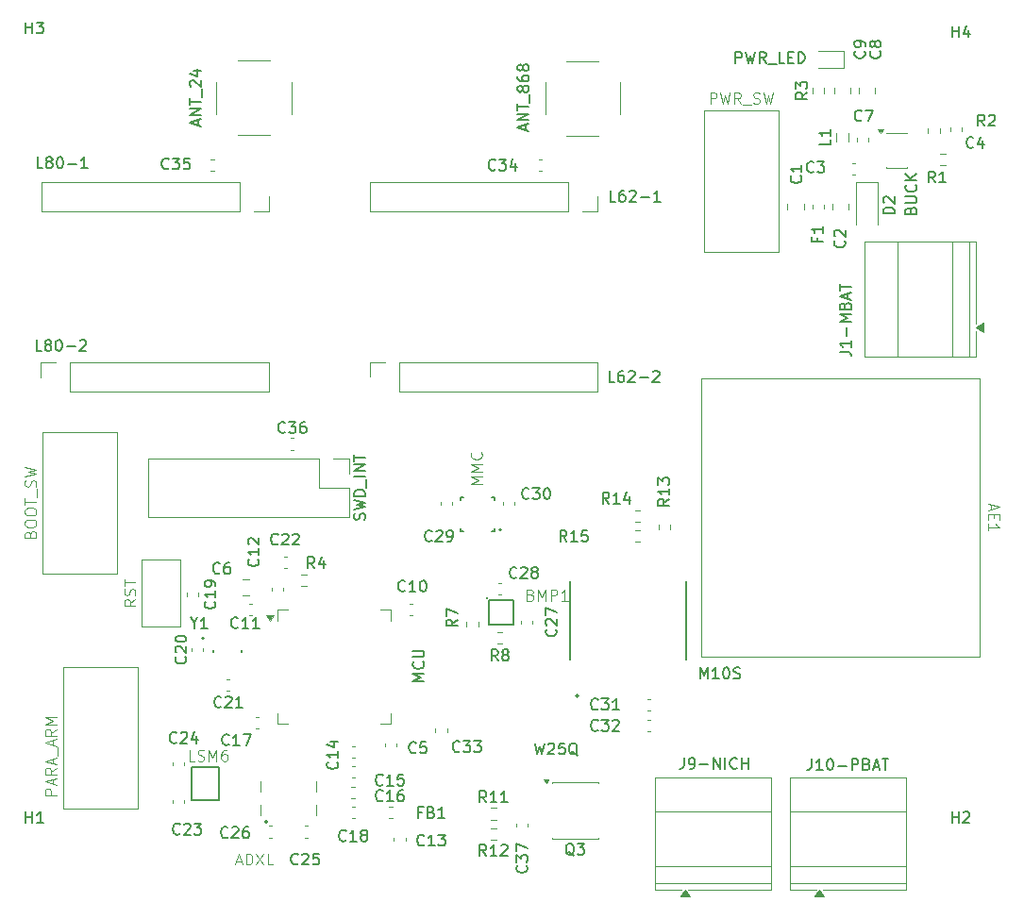
<source format=gbr>
%TF.GenerationSoftware,KiCad,Pcbnew,9.0.6*%
%TF.CreationDate,2026-02-10T23:26:08+00:00*%
%TF.ProjectId,avionics_dev_board,6176696f-6e69-4637-935f-6465765f626f,rev?*%
%TF.SameCoordinates,Original*%
%TF.FileFunction,Legend,Top*%
%TF.FilePolarity,Positive*%
%FSLAX46Y46*%
G04 Gerber Fmt 4.6, Leading zero omitted, Abs format (unit mm)*
G04 Created by KiCad (PCBNEW 9.0.6) date 2026-02-10 23:26:08*
%MOMM*%
%LPD*%
G01*
G04 APERTURE LIST*
%ADD10C,0.150000*%
%ADD11C,0.100000*%
%ADD12C,0.125000*%
%ADD13C,0.120000*%
%ADD14C,0.127000*%
%ADD15C,0.200000*%
%ADD16C,0.175000*%
G04 APERTURE END LIST*
D10*
X169437748Y-102242857D02*
X169485368Y-102290476D01*
X169485368Y-102290476D02*
X169532987Y-102433333D01*
X169532987Y-102433333D02*
X169532987Y-102528571D01*
X169532987Y-102528571D02*
X169485368Y-102671428D01*
X169485368Y-102671428D02*
X169390129Y-102766666D01*
X169390129Y-102766666D02*
X169294891Y-102814285D01*
X169294891Y-102814285D02*
X169104415Y-102861904D01*
X169104415Y-102861904D02*
X168961558Y-102861904D01*
X168961558Y-102861904D02*
X168771082Y-102814285D01*
X168771082Y-102814285D02*
X168675844Y-102766666D01*
X168675844Y-102766666D02*
X168580606Y-102671428D01*
X168580606Y-102671428D02*
X168532987Y-102528571D01*
X168532987Y-102528571D02*
X168532987Y-102433333D01*
X168532987Y-102433333D02*
X168580606Y-102290476D01*
X168580606Y-102290476D02*
X168628225Y-102242857D01*
X168532987Y-101909523D02*
X168532987Y-101290476D01*
X168532987Y-101290476D02*
X168913939Y-101623809D01*
X168913939Y-101623809D02*
X168913939Y-101480952D01*
X168913939Y-101480952D02*
X168961558Y-101385714D01*
X168961558Y-101385714D02*
X169009177Y-101338095D01*
X169009177Y-101338095D02*
X169104415Y-101290476D01*
X169104415Y-101290476D02*
X169342510Y-101290476D01*
X169342510Y-101290476D02*
X169437748Y-101338095D01*
X169437748Y-101338095D02*
X169485368Y-101385714D01*
X169485368Y-101385714D02*
X169532987Y-101480952D01*
X169532987Y-101480952D02*
X169532987Y-101766666D01*
X169532987Y-101766666D02*
X169485368Y-101861904D01*
X169485368Y-101861904D02*
X169437748Y-101909523D01*
X168532987Y-100957142D02*
X168532987Y-100290476D01*
X168532987Y-100290476D02*
X169532987Y-100719047D01*
X173707929Y-101350057D02*
X173612691Y-101302438D01*
X173612691Y-101302438D02*
X173517453Y-101207200D01*
X173517453Y-101207200D02*
X173374596Y-101064342D01*
X173374596Y-101064342D02*
X173279358Y-101016723D01*
X173279358Y-101016723D02*
X173184120Y-101016723D01*
X173231739Y-101254819D02*
X173136501Y-101207200D01*
X173136501Y-101207200D02*
X173041263Y-101111961D01*
X173041263Y-101111961D02*
X172993644Y-100921485D01*
X172993644Y-100921485D02*
X172993644Y-100588152D01*
X172993644Y-100588152D02*
X173041263Y-100397676D01*
X173041263Y-100397676D02*
X173136501Y-100302438D01*
X173136501Y-100302438D02*
X173231739Y-100254819D01*
X173231739Y-100254819D02*
X173422215Y-100254819D01*
X173422215Y-100254819D02*
X173517453Y-100302438D01*
X173517453Y-100302438D02*
X173612691Y-100397676D01*
X173612691Y-100397676D02*
X173660310Y-100588152D01*
X173660310Y-100588152D02*
X173660310Y-100921485D01*
X173660310Y-100921485D02*
X173612691Y-101111961D01*
X173612691Y-101111961D02*
X173517453Y-101207200D01*
X173517453Y-101207200D02*
X173422215Y-101254819D01*
X173422215Y-101254819D02*
X173231739Y-101254819D01*
X173993644Y-100254819D02*
X174612691Y-100254819D01*
X174612691Y-100254819D02*
X174279358Y-100635771D01*
X174279358Y-100635771D02*
X174422215Y-100635771D01*
X174422215Y-100635771D02*
X174517453Y-100683390D01*
X174517453Y-100683390D02*
X174565072Y-100731009D01*
X174565072Y-100731009D02*
X174612691Y-100826247D01*
X174612691Y-100826247D02*
X174612691Y-101064342D01*
X174612691Y-101064342D02*
X174565072Y-101159580D01*
X174565072Y-101159580D02*
X174517453Y-101207200D01*
X174517453Y-101207200D02*
X174422215Y-101254819D01*
X174422215Y-101254819D02*
X174136501Y-101254819D01*
X174136501Y-101254819D02*
X174041263Y-101207200D01*
X174041263Y-101207200D02*
X173993644Y-101159580D01*
X165835310Y-101354819D02*
X165501977Y-100878628D01*
X165263882Y-101354819D02*
X165263882Y-100354819D01*
X165263882Y-100354819D02*
X165644834Y-100354819D01*
X165644834Y-100354819D02*
X165740072Y-100402438D01*
X165740072Y-100402438D02*
X165787691Y-100450057D01*
X165787691Y-100450057D02*
X165835310Y-100545295D01*
X165835310Y-100545295D02*
X165835310Y-100688152D01*
X165835310Y-100688152D02*
X165787691Y-100783390D01*
X165787691Y-100783390D02*
X165740072Y-100831009D01*
X165740072Y-100831009D02*
X165644834Y-100878628D01*
X165644834Y-100878628D02*
X165263882Y-100878628D01*
X166787691Y-101354819D02*
X166216263Y-101354819D01*
X166501977Y-101354819D02*
X166501977Y-100354819D01*
X166501977Y-100354819D02*
X166406739Y-100497676D01*
X166406739Y-100497676D02*
X166311501Y-100592914D01*
X166311501Y-100592914D02*
X166216263Y-100640533D01*
X167168644Y-100450057D02*
X167216263Y-100402438D01*
X167216263Y-100402438D02*
X167311501Y-100354819D01*
X167311501Y-100354819D02*
X167549596Y-100354819D01*
X167549596Y-100354819D02*
X167644834Y-100402438D01*
X167644834Y-100402438D02*
X167692453Y-100450057D01*
X167692453Y-100450057D02*
X167740072Y-100545295D01*
X167740072Y-100545295D02*
X167740072Y-100640533D01*
X167740072Y-100640533D02*
X167692453Y-100783390D01*
X167692453Y-100783390D02*
X167121025Y-101354819D01*
X167121025Y-101354819D02*
X167740072Y-101354819D01*
X183561905Y-92554819D02*
X183561905Y-93269104D01*
X183561905Y-93269104D02*
X183514286Y-93411961D01*
X183514286Y-93411961D02*
X183419048Y-93507200D01*
X183419048Y-93507200D02*
X183276191Y-93554819D01*
X183276191Y-93554819D02*
X183180953Y-93554819D01*
X184085715Y-93554819D02*
X184276191Y-93554819D01*
X184276191Y-93554819D02*
X184371429Y-93507200D01*
X184371429Y-93507200D02*
X184419048Y-93459580D01*
X184419048Y-93459580D02*
X184514286Y-93316723D01*
X184514286Y-93316723D02*
X184561905Y-93126247D01*
X184561905Y-93126247D02*
X184561905Y-92745295D01*
X184561905Y-92745295D02*
X184514286Y-92650057D01*
X184514286Y-92650057D02*
X184466667Y-92602438D01*
X184466667Y-92602438D02*
X184371429Y-92554819D01*
X184371429Y-92554819D02*
X184180953Y-92554819D01*
X184180953Y-92554819D02*
X184085715Y-92602438D01*
X184085715Y-92602438D02*
X184038096Y-92650057D01*
X184038096Y-92650057D02*
X183990477Y-92745295D01*
X183990477Y-92745295D02*
X183990477Y-92983390D01*
X183990477Y-92983390D02*
X184038096Y-93078628D01*
X184038096Y-93078628D02*
X184085715Y-93126247D01*
X184085715Y-93126247D02*
X184180953Y-93173866D01*
X184180953Y-93173866D02*
X184371429Y-93173866D01*
X184371429Y-93173866D02*
X184466667Y-93126247D01*
X184466667Y-93126247D02*
X184514286Y-93078628D01*
X184514286Y-93078628D02*
X184561905Y-92983390D01*
X184990477Y-93173866D02*
X185752382Y-93173866D01*
X186228572Y-93554819D02*
X186228572Y-92554819D01*
X186228572Y-92554819D02*
X186800000Y-93554819D01*
X186800000Y-93554819D02*
X186800000Y-92554819D01*
X187276191Y-93554819D02*
X187276191Y-92554819D01*
X188323809Y-93459580D02*
X188276190Y-93507200D01*
X188276190Y-93507200D02*
X188133333Y-93554819D01*
X188133333Y-93554819D02*
X188038095Y-93554819D01*
X188038095Y-93554819D02*
X187895238Y-93507200D01*
X187895238Y-93507200D02*
X187800000Y-93411961D01*
X187800000Y-93411961D02*
X187752381Y-93316723D01*
X187752381Y-93316723D02*
X187704762Y-93126247D01*
X187704762Y-93126247D02*
X187704762Y-92983390D01*
X187704762Y-92983390D02*
X187752381Y-92792914D01*
X187752381Y-92792914D02*
X187800000Y-92697676D01*
X187800000Y-92697676D02*
X187895238Y-92602438D01*
X187895238Y-92602438D02*
X188038095Y-92554819D01*
X188038095Y-92554819D02*
X188133333Y-92554819D01*
X188133333Y-92554819D02*
X188276190Y-92602438D01*
X188276190Y-92602438D02*
X188323809Y-92650057D01*
X188752381Y-93554819D02*
X188752381Y-92554819D01*
X188752381Y-93031009D02*
X189323809Y-93031009D01*
X189323809Y-93554819D02*
X189323809Y-92554819D01*
X165835310Y-96554819D02*
X165501977Y-96078628D01*
X165263882Y-96554819D02*
X165263882Y-95554819D01*
X165263882Y-95554819D02*
X165644834Y-95554819D01*
X165644834Y-95554819D02*
X165740072Y-95602438D01*
X165740072Y-95602438D02*
X165787691Y-95650057D01*
X165787691Y-95650057D02*
X165835310Y-95745295D01*
X165835310Y-95745295D02*
X165835310Y-95888152D01*
X165835310Y-95888152D02*
X165787691Y-95983390D01*
X165787691Y-95983390D02*
X165740072Y-96031009D01*
X165740072Y-96031009D02*
X165644834Y-96078628D01*
X165644834Y-96078628D02*
X165263882Y-96078628D01*
X166787691Y-96554819D02*
X166216263Y-96554819D01*
X166501977Y-96554819D02*
X166501977Y-95554819D01*
X166501977Y-95554819D02*
X166406739Y-95697676D01*
X166406739Y-95697676D02*
X166311501Y-95792914D01*
X166311501Y-95792914D02*
X166216263Y-95840533D01*
X167740072Y-96554819D02*
X167168644Y-96554819D01*
X167454358Y-96554819D02*
X167454358Y-95554819D01*
X167454358Y-95554819D02*
X167359120Y-95697676D01*
X167359120Y-95697676D02*
X167263882Y-95792914D01*
X167263882Y-95792914D02*
X167168644Y-95840533D01*
X160257142Y-100359580D02*
X160209523Y-100407200D01*
X160209523Y-100407200D02*
X160066666Y-100454819D01*
X160066666Y-100454819D02*
X159971428Y-100454819D01*
X159971428Y-100454819D02*
X159828571Y-100407200D01*
X159828571Y-100407200D02*
X159733333Y-100311961D01*
X159733333Y-100311961D02*
X159685714Y-100216723D01*
X159685714Y-100216723D02*
X159638095Y-100026247D01*
X159638095Y-100026247D02*
X159638095Y-99883390D01*
X159638095Y-99883390D02*
X159685714Y-99692914D01*
X159685714Y-99692914D02*
X159733333Y-99597676D01*
X159733333Y-99597676D02*
X159828571Y-99502438D01*
X159828571Y-99502438D02*
X159971428Y-99454819D01*
X159971428Y-99454819D02*
X160066666Y-99454819D01*
X160066666Y-99454819D02*
X160209523Y-99502438D01*
X160209523Y-99502438D02*
X160257142Y-99550057D01*
X161209523Y-100454819D02*
X160638095Y-100454819D01*
X160923809Y-100454819D02*
X160923809Y-99454819D01*
X160923809Y-99454819D02*
X160828571Y-99597676D01*
X160828571Y-99597676D02*
X160733333Y-99692914D01*
X160733333Y-99692914D02*
X160638095Y-99740533D01*
X161542857Y-99454819D02*
X162161904Y-99454819D01*
X162161904Y-99454819D02*
X161828571Y-99835771D01*
X161828571Y-99835771D02*
X161971428Y-99835771D01*
X161971428Y-99835771D02*
X162066666Y-99883390D01*
X162066666Y-99883390D02*
X162114285Y-99931009D01*
X162114285Y-99931009D02*
X162161904Y-100026247D01*
X162161904Y-100026247D02*
X162161904Y-100264342D01*
X162161904Y-100264342D02*
X162114285Y-100359580D01*
X162114285Y-100359580D02*
X162066666Y-100407200D01*
X162066666Y-100407200D02*
X161971428Y-100454819D01*
X161971428Y-100454819D02*
X161685714Y-100454819D01*
X161685714Y-100454819D02*
X161590476Y-100407200D01*
X161590476Y-100407200D02*
X161542857Y-100359580D01*
X201147080Y-29154166D02*
X201194700Y-29201785D01*
X201194700Y-29201785D02*
X201242319Y-29344642D01*
X201242319Y-29344642D02*
X201242319Y-29439880D01*
X201242319Y-29439880D02*
X201194700Y-29582737D01*
X201194700Y-29582737D02*
X201099461Y-29677975D01*
X201099461Y-29677975D02*
X201004223Y-29725594D01*
X201004223Y-29725594D02*
X200813747Y-29773213D01*
X200813747Y-29773213D02*
X200670890Y-29773213D01*
X200670890Y-29773213D02*
X200480414Y-29725594D01*
X200480414Y-29725594D02*
X200385176Y-29677975D01*
X200385176Y-29677975D02*
X200289938Y-29582737D01*
X200289938Y-29582737D02*
X200242319Y-29439880D01*
X200242319Y-29439880D02*
X200242319Y-29344642D01*
X200242319Y-29344642D02*
X200289938Y-29201785D01*
X200289938Y-29201785D02*
X200337557Y-29154166D01*
X200670890Y-28582737D02*
X200623271Y-28677975D01*
X200623271Y-28677975D02*
X200575652Y-28725594D01*
X200575652Y-28725594D02*
X200480414Y-28773213D01*
X200480414Y-28773213D02*
X200432795Y-28773213D01*
X200432795Y-28773213D02*
X200337557Y-28725594D01*
X200337557Y-28725594D02*
X200289938Y-28677975D01*
X200289938Y-28677975D02*
X200242319Y-28582737D01*
X200242319Y-28582737D02*
X200242319Y-28392261D01*
X200242319Y-28392261D02*
X200289938Y-28297023D01*
X200289938Y-28297023D02*
X200337557Y-28249404D01*
X200337557Y-28249404D02*
X200432795Y-28201785D01*
X200432795Y-28201785D02*
X200480414Y-28201785D01*
X200480414Y-28201785D02*
X200575652Y-28249404D01*
X200575652Y-28249404D02*
X200623271Y-28297023D01*
X200623271Y-28297023D02*
X200670890Y-28392261D01*
X200670890Y-28392261D02*
X200670890Y-28582737D01*
X200670890Y-28582737D02*
X200718509Y-28677975D01*
X200718509Y-28677975D02*
X200766128Y-28725594D01*
X200766128Y-28725594D02*
X200861366Y-28773213D01*
X200861366Y-28773213D02*
X201051842Y-28773213D01*
X201051842Y-28773213D02*
X201147080Y-28725594D01*
X201147080Y-28725594D02*
X201194700Y-28677975D01*
X201194700Y-28677975D02*
X201242319Y-28582737D01*
X201242319Y-28582737D02*
X201242319Y-28392261D01*
X201242319Y-28392261D02*
X201194700Y-28297023D01*
X201194700Y-28297023D02*
X201147080Y-28249404D01*
X201147080Y-28249404D02*
X201051842Y-28201785D01*
X201051842Y-28201785D02*
X200861366Y-28201785D01*
X200861366Y-28201785D02*
X200766128Y-28249404D01*
X200766128Y-28249404D02*
X200718509Y-28297023D01*
X200718509Y-28297023D02*
X200670890Y-28392261D01*
X194047080Y-40354166D02*
X194094700Y-40401785D01*
X194094700Y-40401785D02*
X194142319Y-40544642D01*
X194142319Y-40544642D02*
X194142319Y-40639880D01*
X194142319Y-40639880D02*
X194094700Y-40782737D01*
X194094700Y-40782737D02*
X193999461Y-40877975D01*
X193999461Y-40877975D02*
X193904223Y-40925594D01*
X193904223Y-40925594D02*
X193713747Y-40973213D01*
X193713747Y-40973213D02*
X193570890Y-40973213D01*
X193570890Y-40973213D02*
X193380414Y-40925594D01*
X193380414Y-40925594D02*
X193285176Y-40877975D01*
X193285176Y-40877975D02*
X193189938Y-40782737D01*
X193189938Y-40782737D02*
X193142319Y-40639880D01*
X193142319Y-40639880D02*
X193142319Y-40544642D01*
X193142319Y-40544642D02*
X193189938Y-40401785D01*
X193189938Y-40401785D02*
X193237557Y-40354166D01*
X194142319Y-39401785D02*
X194142319Y-39973213D01*
X194142319Y-39687499D02*
X193142319Y-39687499D01*
X193142319Y-39687499D02*
X193285176Y-39782737D01*
X193285176Y-39782737D02*
X193380414Y-39877975D01*
X193380414Y-39877975D02*
X193428033Y-39973213D01*
X194624819Y-32854166D02*
X194148628Y-33187499D01*
X194624819Y-33425594D02*
X193624819Y-33425594D01*
X193624819Y-33425594D02*
X193624819Y-33044642D01*
X193624819Y-33044642D02*
X193672438Y-32949404D01*
X193672438Y-32949404D02*
X193720057Y-32901785D01*
X193720057Y-32901785D02*
X193815295Y-32854166D01*
X193815295Y-32854166D02*
X193958152Y-32854166D01*
X193958152Y-32854166D02*
X194053390Y-32901785D01*
X194053390Y-32901785D02*
X194101009Y-32949404D01*
X194101009Y-32949404D02*
X194148628Y-33044642D01*
X194148628Y-33044642D02*
X194148628Y-33425594D01*
X193624819Y-32520832D02*
X193624819Y-31901785D01*
X193624819Y-31901785D02*
X194005771Y-32235118D01*
X194005771Y-32235118D02*
X194005771Y-32092261D01*
X194005771Y-32092261D02*
X194053390Y-31997023D01*
X194053390Y-31997023D02*
X194101009Y-31949404D01*
X194101009Y-31949404D02*
X194196247Y-31901785D01*
X194196247Y-31901785D02*
X194434342Y-31901785D01*
X194434342Y-31901785D02*
X194529580Y-31949404D01*
X194529580Y-31949404D02*
X194577200Y-31997023D01*
X194577200Y-31997023D02*
X194624819Y-32092261D01*
X194624819Y-32092261D02*
X194624819Y-32377975D01*
X194624819Y-32377975D02*
X194577200Y-32473213D01*
X194577200Y-32473213D02*
X194529580Y-32520832D01*
X196704819Y-37054166D02*
X196704819Y-37530356D01*
X196704819Y-37530356D02*
X195704819Y-37530356D01*
X196704819Y-36197023D02*
X196704819Y-36768451D01*
X196704819Y-36482737D02*
X195704819Y-36482737D01*
X195704819Y-36482737D02*
X195847676Y-36577975D01*
X195847676Y-36577975D02*
X195942914Y-36673213D01*
X195942914Y-36673213D02*
X195990533Y-36768451D01*
X197959580Y-46154166D02*
X198007200Y-46201785D01*
X198007200Y-46201785D02*
X198054819Y-46344642D01*
X198054819Y-46344642D02*
X198054819Y-46439880D01*
X198054819Y-46439880D02*
X198007200Y-46582737D01*
X198007200Y-46582737D02*
X197911961Y-46677975D01*
X197911961Y-46677975D02*
X197816723Y-46725594D01*
X197816723Y-46725594D02*
X197626247Y-46773213D01*
X197626247Y-46773213D02*
X197483390Y-46773213D01*
X197483390Y-46773213D02*
X197292914Y-46725594D01*
X197292914Y-46725594D02*
X197197676Y-46677975D01*
X197197676Y-46677975D02*
X197102438Y-46582737D01*
X197102438Y-46582737D02*
X197054819Y-46439880D01*
X197054819Y-46439880D02*
X197054819Y-46344642D01*
X197054819Y-46344642D02*
X197102438Y-46201785D01*
X197102438Y-46201785D02*
X197150057Y-46154166D01*
X197150057Y-45773213D02*
X197102438Y-45725594D01*
X197102438Y-45725594D02*
X197054819Y-45630356D01*
X197054819Y-45630356D02*
X197054819Y-45392261D01*
X197054819Y-45392261D02*
X197102438Y-45297023D01*
X197102438Y-45297023D02*
X197150057Y-45249404D01*
X197150057Y-45249404D02*
X197245295Y-45201785D01*
X197245295Y-45201785D02*
X197340533Y-45201785D01*
X197340533Y-45201785D02*
X197483390Y-45249404D01*
X197483390Y-45249404D02*
X198054819Y-45820832D01*
X198054819Y-45820832D02*
X198054819Y-45201785D01*
X203931009Y-43452380D02*
X203978628Y-43309523D01*
X203978628Y-43309523D02*
X204026247Y-43261904D01*
X204026247Y-43261904D02*
X204121485Y-43214285D01*
X204121485Y-43214285D02*
X204264342Y-43214285D01*
X204264342Y-43214285D02*
X204359580Y-43261904D01*
X204359580Y-43261904D02*
X204407200Y-43309523D01*
X204407200Y-43309523D02*
X204454819Y-43404761D01*
X204454819Y-43404761D02*
X204454819Y-43785713D01*
X204454819Y-43785713D02*
X203454819Y-43785713D01*
X203454819Y-43785713D02*
X203454819Y-43452380D01*
X203454819Y-43452380D02*
X203502438Y-43357142D01*
X203502438Y-43357142D02*
X203550057Y-43309523D01*
X203550057Y-43309523D02*
X203645295Y-43261904D01*
X203645295Y-43261904D02*
X203740533Y-43261904D01*
X203740533Y-43261904D02*
X203835771Y-43309523D01*
X203835771Y-43309523D02*
X203883390Y-43357142D01*
X203883390Y-43357142D02*
X203931009Y-43452380D01*
X203931009Y-43452380D02*
X203931009Y-43785713D01*
X203454819Y-42785713D02*
X204264342Y-42785713D01*
X204264342Y-42785713D02*
X204359580Y-42738094D01*
X204359580Y-42738094D02*
X204407200Y-42690475D01*
X204407200Y-42690475D02*
X204454819Y-42595237D01*
X204454819Y-42595237D02*
X204454819Y-42404761D01*
X204454819Y-42404761D02*
X204407200Y-42309523D01*
X204407200Y-42309523D02*
X204359580Y-42261904D01*
X204359580Y-42261904D02*
X204264342Y-42214285D01*
X204264342Y-42214285D02*
X203454819Y-42214285D01*
X204359580Y-41166666D02*
X204407200Y-41214285D01*
X204407200Y-41214285D02*
X204454819Y-41357142D01*
X204454819Y-41357142D02*
X204454819Y-41452380D01*
X204454819Y-41452380D02*
X204407200Y-41595237D01*
X204407200Y-41595237D02*
X204311961Y-41690475D01*
X204311961Y-41690475D02*
X204216723Y-41738094D01*
X204216723Y-41738094D02*
X204026247Y-41785713D01*
X204026247Y-41785713D02*
X203883390Y-41785713D01*
X203883390Y-41785713D02*
X203692914Y-41738094D01*
X203692914Y-41738094D02*
X203597676Y-41690475D01*
X203597676Y-41690475D02*
X203502438Y-41595237D01*
X203502438Y-41595237D02*
X203454819Y-41452380D01*
X203454819Y-41452380D02*
X203454819Y-41357142D01*
X203454819Y-41357142D02*
X203502438Y-41214285D01*
X203502438Y-41214285D02*
X203550057Y-41166666D01*
X204454819Y-40738094D02*
X203454819Y-40738094D01*
X204454819Y-40166666D02*
X203883390Y-40595237D01*
X203454819Y-40166666D02*
X204026247Y-40738094D01*
D11*
X185938095Y-33857419D02*
X185938095Y-32857419D01*
X185938095Y-32857419D02*
X186319047Y-32857419D01*
X186319047Y-32857419D02*
X186414285Y-32905038D01*
X186414285Y-32905038D02*
X186461904Y-32952657D01*
X186461904Y-32952657D02*
X186509523Y-33047895D01*
X186509523Y-33047895D02*
X186509523Y-33190752D01*
X186509523Y-33190752D02*
X186461904Y-33285990D01*
X186461904Y-33285990D02*
X186414285Y-33333609D01*
X186414285Y-33333609D02*
X186319047Y-33381228D01*
X186319047Y-33381228D02*
X185938095Y-33381228D01*
X186842857Y-32857419D02*
X187080952Y-33857419D01*
X187080952Y-33857419D02*
X187271428Y-33143133D01*
X187271428Y-33143133D02*
X187461904Y-33857419D01*
X187461904Y-33857419D02*
X187700000Y-32857419D01*
X188652380Y-33857419D02*
X188319047Y-33381228D01*
X188080952Y-33857419D02*
X188080952Y-32857419D01*
X188080952Y-32857419D02*
X188461904Y-32857419D01*
X188461904Y-32857419D02*
X188557142Y-32905038D01*
X188557142Y-32905038D02*
X188604761Y-32952657D01*
X188604761Y-32952657D02*
X188652380Y-33047895D01*
X188652380Y-33047895D02*
X188652380Y-33190752D01*
X188652380Y-33190752D02*
X188604761Y-33285990D01*
X188604761Y-33285990D02*
X188557142Y-33333609D01*
X188557142Y-33333609D02*
X188461904Y-33381228D01*
X188461904Y-33381228D02*
X188080952Y-33381228D01*
X188842857Y-33952657D02*
X189604761Y-33952657D01*
X189795238Y-33809800D02*
X189938095Y-33857419D01*
X189938095Y-33857419D02*
X190176190Y-33857419D01*
X190176190Y-33857419D02*
X190271428Y-33809800D01*
X190271428Y-33809800D02*
X190319047Y-33762180D01*
X190319047Y-33762180D02*
X190366666Y-33666942D01*
X190366666Y-33666942D02*
X190366666Y-33571704D01*
X190366666Y-33571704D02*
X190319047Y-33476466D01*
X190319047Y-33476466D02*
X190271428Y-33428847D01*
X190271428Y-33428847D02*
X190176190Y-33381228D01*
X190176190Y-33381228D02*
X189985714Y-33333609D01*
X189985714Y-33333609D02*
X189890476Y-33285990D01*
X189890476Y-33285990D02*
X189842857Y-33238371D01*
X189842857Y-33238371D02*
X189795238Y-33143133D01*
X189795238Y-33143133D02*
X189795238Y-33047895D01*
X189795238Y-33047895D02*
X189842857Y-32952657D01*
X189842857Y-32952657D02*
X189890476Y-32905038D01*
X189890476Y-32905038D02*
X189985714Y-32857419D01*
X189985714Y-32857419D02*
X190223809Y-32857419D01*
X190223809Y-32857419D02*
X190366666Y-32905038D01*
X190700000Y-32857419D02*
X190938095Y-33857419D01*
X190938095Y-33857419D02*
X191128571Y-33143133D01*
X191128571Y-33143133D02*
X191319047Y-33857419D01*
X191319047Y-33857419D02*
X191557143Y-32857419D01*
D10*
X206120833Y-40942319D02*
X205787500Y-40466128D01*
X205549405Y-40942319D02*
X205549405Y-39942319D01*
X205549405Y-39942319D02*
X205930357Y-39942319D01*
X205930357Y-39942319D02*
X206025595Y-39989938D01*
X206025595Y-39989938D02*
X206073214Y-40037557D01*
X206073214Y-40037557D02*
X206120833Y-40132795D01*
X206120833Y-40132795D02*
X206120833Y-40275652D01*
X206120833Y-40275652D02*
X206073214Y-40370890D01*
X206073214Y-40370890D02*
X206025595Y-40418509D01*
X206025595Y-40418509D02*
X205930357Y-40466128D01*
X205930357Y-40466128D02*
X205549405Y-40466128D01*
X207073214Y-40942319D02*
X206501786Y-40942319D01*
X206787500Y-40942319D02*
X206787500Y-39942319D01*
X206787500Y-39942319D02*
X206692262Y-40085176D01*
X206692262Y-40085176D02*
X206597024Y-40180414D01*
X206597024Y-40180414D02*
X206501786Y-40228033D01*
X195518509Y-45920833D02*
X195518509Y-46254166D01*
X196042319Y-46254166D02*
X195042319Y-46254166D01*
X195042319Y-46254166D02*
X195042319Y-45777976D01*
X196042319Y-44873214D02*
X196042319Y-45444642D01*
X196042319Y-45158928D02*
X195042319Y-45158928D01*
X195042319Y-45158928D02*
X195185176Y-45254166D01*
X195185176Y-45254166D02*
X195280414Y-45349404D01*
X195280414Y-45349404D02*
X195328033Y-45444642D01*
X202442319Y-43725594D02*
X201442319Y-43725594D01*
X201442319Y-43725594D02*
X201442319Y-43487499D01*
X201442319Y-43487499D02*
X201489938Y-43344642D01*
X201489938Y-43344642D02*
X201585176Y-43249404D01*
X201585176Y-43249404D02*
X201680414Y-43201785D01*
X201680414Y-43201785D02*
X201870890Y-43154166D01*
X201870890Y-43154166D02*
X202013747Y-43154166D01*
X202013747Y-43154166D02*
X202204223Y-43201785D01*
X202204223Y-43201785D02*
X202299461Y-43249404D01*
X202299461Y-43249404D02*
X202394700Y-43344642D01*
X202394700Y-43344642D02*
X202442319Y-43487499D01*
X202442319Y-43487499D02*
X202442319Y-43725594D01*
X201537557Y-42773213D02*
X201489938Y-42725594D01*
X201489938Y-42725594D02*
X201442319Y-42630356D01*
X201442319Y-42630356D02*
X201442319Y-42392261D01*
X201442319Y-42392261D02*
X201489938Y-42297023D01*
X201489938Y-42297023D02*
X201537557Y-42249404D01*
X201537557Y-42249404D02*
X201632795Y-42201785D01*
X201632795Y-42201785D02*
X201728033Y-42201785D01*
X201728033Y-42201785D02*
X201870890Y-42249404D01*
X201870890Y-42249404D02*
X202442319Y-42820832D01*
X202442319Y-42820832D02*
X202442319Y-42201785D01*
X199747080Y-29154166D02*
X199794700Y-29201785D01*
X199794700Y-29201785D02*
X199842319Y-29344642D01*
X199842319Y-29344642D02*
X199842319Y-29439880D01*
X199842319Y-29439880D02*
X199794700Y-29582737D01*
X199794700Y-29582737D02*
X199699461Y-29677975D01*
X199699461Y-29677975D02*
X199604223Y-29725594D01*
X199604223Y-29725594D02*
X199413747Y-29773213D01*
X199413747Y-29773213D02*
X199270890Y-29773213D01*
X199270890Y-29773213D02*
X199080414Y-29725594D01*
X199080414Y-29725594D02*
X198985176Y-29677975D01*
X198985176Y-29677975D02*
X198889938Y-29582737D01*
X198889938Y-29582737D02*
X198842319Y-29439880D01*
X198842319Y-29439880D02*
X198842319Y-29344642D01*
X198842319Y-29344642D02*
X198889938Y-29201785D01*
X198889938Y-29201785D02*
X198937557Y-29154166D01*
X199842319Y-28677975D02*
X199842319Y-28487499D01*
X199842319Y-28487499D02*
X199794700Y-28392261D01*
X199794700Y-28392261D02*
X199747080Y-28344642D01*
X199747080Y-28344642D02*
X199604223Y-28249404D01*
X199604223Y-28249404D02*
X199413747Y-28201785D01*
X199413747Y-28201785D02*
X199032795Y-28201785D01*
X199032795Y-28201785D02*
X198937557Y-28249404D01*
X198937557Y-28249404D02*
X198889938Y-28297023D01*
X198889938Y-28297023D02*
X198842319Y-28392261D01*
X198842319Y-28392261D02*
X198842319Y-28582737D01*
X198842319Y-28582737D02*
X198889938Y-28677975D01*
X198889938Y-28677975D02*
X198937557Y-28725594D01*
X198937557Y-28725594D02*
X199032795Y-28773213D01*
X199032795Y-28773213D02*
X199270890Y-28773213D01*
X199270890Y-28773213D02*
X199366128Y-28725594D01*
X199366128Y-28725594D02*
X199413747Y-28677975D01*
X199413747Y-28677975D02*
X199461366Y-28582737D01*
X199461366Y-28582737D02*
X199461366Y-28392261D01*
X199461366Y-28392261D02*
X199413747Y-28297023D01*
X199413747Y-28297023D02*
X199366128Y-28249404D01*
X199366128Y-28249404D02*
X199270890Y-28201785D01*
X209533333Y-37759580D02*
X209485714Y-37807200D01*
X209485714Y-37807200D02*
X209342857Y-37854819D01*
X209342857Y-37854819D02*
X209247619Y-37854819D01*
X209247619Y-37854819D02*
X209104762Y-37807200D01*
X209104762Y-37807200D02*
X209009524Y-37711961D01*
X209009524Y-37711961D02*
X208961905Y-37616723D01*
X208961905Y-37616723D02*
X208914286Y-37426247D01*
X208914286Y-37426247D02*
X208914286Y-37283390D01*
X208914286Y-37283390D02*
X208961905Y-37092914D01*
X208961905Y-37092914D02*
X209009524Y-36997676D01*
X209009524Y-36997676D02*
X209104762Y-36902438D01*
X209104762Y-36902438D02*
X209247619Y-36854819D01*
X209247619Y-36854819D02*
X209342857Y-36854819D01*
X209342857Y-36854819D02*
X209485714Y-36902438D01*
X209485714Y-36902438D02*
X209533333Y-36950057D01*
X210390476Y-37188152D02*
X210390476Y-37854819D01*
X210152381Y-36807200D02*
X209914286Y-37521485D01*
X209914286Y-37521485D02*
X210533333Y-37521485D01*
X210533333Y-35854819D02*
X210200000Y-35378628D01*
X209961905Y-35854819D02*
X209961905Y-34854819D01*
X209961905Y-34854819D02*
X210342857Y-34854819D01*
X210342857Y-34854819D02*
X210438095Y-34902438D01*
X210438095Y-34902438D02*
X210485714Y-34950057D01*
X210485714Y-34950057D02*
X210533333Y-35045295D01*
X210533333Y-35045295D02*
X210533333Y-35188152D01*
X210533333Y-35188152D02*
X210485714Y-35283390D01*
X210485714Y-35283390D02*
X210438095Y-35331009D01*
X210438095Y-35331009D02*
X210342857Y-35378628D01*
X210342857Y-35378628D02*
X209961905Y-35378628D01*
X210914286Y-34950057D02*
X210961905Y-34902438D01*
X210961905Y-34902438D02*
X211057143Y-34854819D01*
X211057143Y-34854819D02*
X211295238Y-34854819D01*
X211295238Y-34854819D02*
X211390476Y-34902438D01*
X211390476Y-34902438D02*
X211438095Y-34950057D01*
X211438095Y-34950057D02*
X211485714Y-35045295D01*
X211485714Y-35045295D02*
X211485714Y-35140533D01*
X211485714Y-35140533D02*
X211438095Y-35283390D01*
X211438095Y-35283390D02*
X210866667Y-35854819D01*
X210866667Y-35854819D02*
X211485714Y-35854819D01*
X195220833Y-39947080D02*
X195173214Y-39994700D01*
X195173214Y-39994700D02*
X195030357Y-40042319D01*
X195030357Y-40042319D02*
X194935119Y-40042319D01*
X194935119Y-40042319D02*
X194792262Y-39994700D01*
X194792262Y-39994700D02*
X194697024Y-39899461D01*
X194697024Y-39899461D02*
X194649405Y-39804223D01*
X194649405Y-39804223D02*
X194601786Y-39613747D01*
X194601786Y-39613747D02*
X194601786Y-39470890D01*
X194601786Y-39470890D02*
X194649405Y-39280414D01*
X194649405Y-39280414D02*
X194697024Y-39185176D01*
X194697024Y-39185176D02*
X194792262Y-39089938D01*
X194792262Y-39089938D02*
X194935119Y-39042319D01*
X194935119Y-39042319D02*
X195030357Y-39042319D01*
X195030357Y-39042319D02*
X195173214Y-39089938D01*
X195173214Y-39089938D02*
X195220833Y-39137557D01*
X195554167Y-39042319D02*
X196173214Y-39042319D01*
X196173214Y-39042319D02*
X195839881Y-39423271D01*
X195839881Y-39423271D02*
X195982738Y-39423271D01*
X195982738Y-39423271D02*
X196077976Y-39470890D01*
X196077976Y-39470890D02*
X196125595Y-39518509D01*
X196125595Y-39518509D02*
X196173214Y-39613747D01*
X196173214Y-39613747D02*
X196173214Y-39851842D01*
X196173214Y-39851842D02*
X196125595Y-39947080D01*
X196125595Y-39947080D02*
X196077976Y-39994700D01*
X196077976Y-39994700D02*
X195982738Y-40042319D01*
X195982738Y-40042319D02*
X195697024Y-40042319D01*
X195697024Y-40042319D02*
X195601786Y-39994700D01*
X195601786Y-39994700D02*
X195554167Y-39947080D01*
X188216071Y-30242319D02*
X188216071Y-29242319D01*
X188216071Y-29242319D02*
X188597023Y-29242319D01*
X188597023Y-29242319D02*
X188692261Y-29289938D01*
X188692261Y-29289938D02*
X188739880Y-29337557D01*
X188739880Y-29337557D02*
X188787499Y-29432795D01*
X188787499Y-29432795D02*
X188787499Y-29575652D01*
X188787499Y-29575652D02*
X188739880Y-29670890D01*
X188739880Y-29670890D02*
X188692261Y-29718509D01*
X188692261Y-29718509D02*
X188597023Y-29766128D01*
X188597023Y-29766128D02*
X188216071Y-29766128D01*
X189120833Y-29242319D02*
X189358928Y-30242319D01*
X189358928Y-30242319D02*
X189549404Y-29528033D01*
X189549404Y-29528033D02*
X189739880Y-30242319D01*
X189739880Y-30242319D02*
X189977976Y-29242319D01*
X190930356Y-30242319D02*
X190597023Y-29766128D01*
X190358928Y-30242319D02*
X190358928Y-29242319D01*
X190358928Y-29242319D02*
X190739880Y-29242319D01*
X190739880Y-29242319D02*
X190835118Y-29289938D01*
X190835118Y-29289938D02*
X190882737Y-29337557D01*
X190882737Y-29337557D02*
X190930356Y-29432795D01*
X190930356Y-29432795D02*
X190930356Y-29575652D01*
X190930356Y-29575652D02*
X190882737Y-29670890D01*
X190882737Y-29670890D02*
X190835118Y-29718509D01*
X190835118Y-29718509D02*
X190739880Y-29766128D01*
X190739880Y-29766128D02*
X190358928Y-29766128D01*
X191120833Y-30337557D02*
X191882737Y-30337557D01*
X192597023Y-30242319D02*
X192120833Y-30242319D01*
X192120833Y-30242319D02*
X192120833Y-29242319D01*
X192930357Y-29718509D02*
X193263690Y-29718509D01*
X193406547Y-30242319D02*
X192930357Y-30242319D01*
X192930357Y-30242319D02*
X192930357Y-29242319D01*
X192930357Y-29242319D02*
X193406547Y-29242319D01*
X193835119Y-30242319D02*
X193835119Y-29242319D01*
X193835119Y-29242319D02*
X194073214Y-29242319D01*
X194073214Y-29242319D02*
X194216071Y-29289938D01*
X194216071Y-29289938D02*
X194311309Y-29385176D01*
X194311309Y-29385176D02*
X194358928Y-29480414D01*
X194358928Y-29480414D02*
X194406547Y-29670890D01*
X194406547Y-29670890D02*
X194406547Y-29813747D01*
X194406547Y-29813747D02*
X194358928Y-30004223D01*
X194358928Y-30004223D02*
X194311309Y-30099461D01*
X194311309Y-30099461D02*
X194216071Y-30194700D01*
X194216071Y-30194700D02*
X194073214Y-30242319D01*
X194073214Y-30242319D02*
X193835119Y-30242319D01*
X199520833Y-35347080D02*
X199473214Y-35394700D01*
X199473214Y-35394700D02*
X199330357Y-35442319D01*
X199330357Y-35442319D02*
X199235119Y-35442319D01*
X199235119Y-35442319D02*
X199092262Y-35394700D01*
X199092262Y-35394700D02*
X198997024Y-35299461D01*
X198997024Y-35299461D02*
X198949405Y-35204223D01*
X198949405Y-35204223D02*
X198901786Y-35013747D01*
X198901786Y-35013747D02*
X198901786Y-34870890D01*
X198901786Y-34870890D02*
X198949405Y-34680414D01*
X198949405Y-34680414D02*
X198997024Y-34585176D01*
X198997024Y-34585176D02*
X199092262Y-34489938D01*
X199092262Y-34489938D02*
X199235119Y-34442319D01*
X199235119Y-34442319D02*
X199330357Y-34442319D01*
X199330357Y-34442319D02*
X199473214Y-34489938D01*
X199473214Y-34489938D02*
X199520833Y-34537557D01*
X199854167Y-34442319D02*
X200520833Y-34442319D01*
X200520833Y-34442319D02*
X200092262Y-35442319D01*
X197554819Y-56133333D02*
X198269104Y-56133333D01*
X198269104Y-56133333D02*
X198411961Y-56180952D01*
X198411961Y-56180952D02*
X198507200Y-56276190D01*
X198507200Y-56276190D02*
X198554819Y-56419047D01*
X198554819Y-56419047D02*
X198554819Y-56514285D01*
X198554819Y-55133333D02*
X198554819Y-55704761D01*
X198554819Y-55419047D02*
X197554819Y-55419047D01*
X197554819Y-55419047D02*
X197697676Y-55514285D01*
X197697676Y-55514285D02*
X197792914Y-55609523D01*
X197792914Y-55609523D02*
X197840533Y-55704761D01*
X198173866Y-54704761D02*
X198173866Y-53942857D01*
X198554819Y-53466666D02*
X197554819Y-53466666D01*
X197554819Y-53466666D02*
X198269104Y-53133333D01*
X198269104Y-53133333D02*
X197554819Y-52800000D01*
X197554819Y-52800000D02*
X198554819Y-52800000D01*
X198031009Y-51990476D02*
X198078628Y-51847619D01*
X198078628Y-51847619D02*
X198126247Y-51800000D01*
X198126247Y-51800000D02*
X198221485Y-51752381D01*
X198221485Y-51752381D02*
X198364342Y-51752381D01*
X198364342Y-51752381D02*
X198459580Y-51800000D01*
X198459580Y-51800000D02*
X198507200Y-51847619D01*
X198507200Y-51847619D02*
X198554819Y-51942857D01*
X198554819Y-51942857D02*
X198554819Y-52323809D01*
X198554819Y-52323809D02*
X197554819Y-52323809D01*
X197554819Y-52323809D02*
X197554819Y-51990476D01*
X197554819Y-51990476D02*
X197602438Y-51895238D01*
X197602438Y-51895238D02*
X197650057Y-51847619D01*
X197650057Y-51847619D02*
X197745295Y-51800000D01*
X197745295Y-51800000D02*
X197840533Y-51800000D01*
X197840533Y-51800000D02*
X197935771Y-51847619D01*
X197935771Y-51847619D02*
X197983390Y-51895238D01*
X197983390Y-51895238D02*
X198031009Y-51990476D01*
X198031009Y-51990476D02*
X198031009Y-52323809D01*
X198269104Y-51371428D02*
X198269104Y-50895238D01*
X198554819Y-51466666D02*
X197554819Y-51133333D01*
X197554819Y-51133333D02*
X198554819Y-50800000D01*
X197554819Y-50609523D02*
X197554819Y-50038095D01*
X198554819Y-50323809D02*
X197554819Y-50323809D01*
D12*
X139685714Y-92856119D02*
X139209524Y-92856119D01*
X139209524Y-92856119D02*
X139209524Y-91856119D01*
X139971429Y-92808500D02*
X140114286Y-92856119D01*
X140114286Y-92856119D02*
X140352381Y-92856119D01*
X140352381Y-92856119D02*
X140447619Y-92808500D01*
X140447619Y-92808500D02*
X140495238Y-92760880D01*
X140495238Y-92760880D02*
X140542857Y-92665642D01*
X140542857Y-92665642D02*
X140542857Y-92570404D01*
X140542857Y-92570404D02*
X140495238Y-92475166D01*
X140495238Y-92475166D02*
X140447619Y-92427547D01*
X140447619Y-92427547D02*
X140352381Y-92379928D01*
X140352381Y-92379928D02*
X140161905Y-92332309D01*
X140161905Y-92332309D02*
X140066667Y-92284690D01*
X140066667Y-92284690D02*
X140019048Y-92237071D01*
X140019048Y-92237071D02*
X139971429Y-92141833D01*
X139971429Y-92141833D02*
X139971429Y-92046595D01*
X139971429Y-92046595D02*
X140019048Y-91951357D01*
X140019048Y-91951357D02*
X140066667Y-91903738D01*
X140066667Y-91903738D02*
X140161905Y-91856119D01*
X140161905Y-91856119D02*
X140400000Y-91856119D01*
X140400000Y-91856119D02*
X140542857Y-91903738D01*
X140971429Y-92856119D02*
X140971429Y-91856119D01*
X140971429Y-91856119D02*
X141304762Y-92570404D01*
X141304762Y-92570404D02*
X141638095Y-91856119D01*
X141638095Y-91856119D02*
X141638095Y-92856119D01*
X142542857Y-91856119D02*
X142352381Y-91856119D01*
X142352381Y-91856119D02*
X142257143Y-91903738D01*
X142257143Y-91903738D02*
X142209524Y-91951357D01*
X142209524Y-91951357D02*
X142114286Y-92094214D01*
X142114286Y-92094214D02*
X142066667Y-92284690D01*
X142066667Y-92284690D02*
X142066667Y-92665642D01*
X142066667Y-92665642D02*
X142114286Y-92760880D01*
X142114286Y-92760880D02*
X142161905Y-92808500D01*
X142161905Y-92808500D02*
X142257143Y-92856119D01*
X142257143Y-92856119D02*
X142447619Y-92856119D01*
X142447619Y-92856119D02*
X142542857Y-92808500D01*
X142542857Y-92808500D02*
X142590476Y-92760880D01*
X142590476Y-92760880D02*
X142638095Y-92665642D01*
X142638095Y-92665642D02*
X142638095Y-92427547D01*
X142638095Y-92427547D02*
X142590476Y-92332309D01*
X142590476Y-92332309D02*
X142542857Y-92284690D01*
X142542857Y-92284690D02*
X142447619Y-92237071D01*
X142447619Y-92237071D02*
X142257143Y-92237071D01*
X142257143Y-92237071D02*
X142161905Y-92284690D01*
X142161905Y-92284690D02*
X142114286Y-92332309D01*
X142114286Y-92332309D02*
X142066667Y-92427547D01*
X165456119Y-68004761D02*
X164456119Y-68004761D01*
X164456119Y-68004761D02*
X165170404Y-67671428D01*
X165170404Y-67671428D02*
X164456119Y-67338095D01*
X164456119Y-67338095D02*
X165456119Y-67338095D01*
X165456119Y-66861904D02*
X164456119Y-66861904D01*
X164456119Y-66861904D02*
X165170404Y-66528571D01*
X165170404Y-66528571D02*
X164456119Y-66195238D01*
X164456119Y-66195238D02*
X165456119Y-66195238D01*
X165360880Y-65147619D02*
X165408500Y-65195238D01*
X165408500Y-65195238D02*
X165456119Y-65338095D01*
X165456119Y-65338095D02*
X165456119Y-65433333D01*
X165456119Y-65433333D02*
X165408500Y-65576190D01*
X165408500Y-65576190D02*
X165313261Y-65671428D01*
X165313261Y-65671428D02*
X165218023Y-65719047D01*
X165218023Y-65719047D02*
X165027547Y-65766666D01*
X165027547Y-65766666D02*
X164884690Y-65766666D01*
X164884690Y-65766666D02*
X164694214Y-65719047D01*
X164694214Y-65719047D02*
X164598976Y-65671428D01*
X164598976Y-65671428D02*
X164503738Y-65576190D01*
X164503738Y-65576190D02*
X164456119Y-65433333D01*
X164456119Y-65433333D02*
X164456119Y-65338095D01*
X164456119Y-65338095D02*
X164503738Y-65195238D01*
X164503738Y-65195238D02*
X164551357Y-65147619D01*
D10*
X153257142Y-99959580D02*
X153209523Y-100007200D01*
X153209523Y-100007200D02*
X153066666Y-100054819D01*
X153066666Y-100054819D02*
X152971428Y-100054819D01*
X152971428Y-100054819D02*
X152828571Y-100007200D01*
X152828571Y-100007200D02*
X152733333Y-99911961D01*
X152733333Y-99911961D02*
X152685714Y-99816723D01*
X152685714Y-99816723D02*
X152638095Y-99626247D01*
X152638095Y-99626247D02*
X152638095Y-99483390D01*
X152638095Y-99483390D02*
X152685714Y-99292914D01*
X152685714Y-99292914D02*
X152733333Y-99197676D01*
X152733333Y-99197676D02*
X152828571Y-99102438D01*
X152828571Y-99102438D02*
X152971428Y-99054819D01*
X152971428Y-99054819D02*
X153066666Y-99054819D01*
X153066666Y-99054819D02*
X153209523Y-99102438D01*
X153209523Y-99102438D02*
X153257142Y-99150057D01*
X154209523Y-100054819D02*
X153638095Y-100054819D01*
X153923809Y-100054819D02*
X153923809Y-99054819D01*
X153923809Y-99054819D02*
X153828571Y-99197676D01*
X153828571Y-99197676D02*
X153733333Y-99292914D01*
X153733333Y-99292914D02*
X153638095Y-99340533D01*
X154780952Y-99483390D02*
X154685714Y-99435771D01*
X154685714Y-99435771D02*
X154638095Y-99388152D01*
X154638095Y-99388152D02*
X154590476Y-99292914D01*
X154590476Y-99292914D02*
X154590476Y-99245295D01*
X154590476Y-99245295D02*
X154638095Y-99150057D01*
X154638095Y-99150057D02*
X154685714Y-99102438D01*
X154685714Y-99102438D02*
X154780952Y-99054819D01*
X154780952Y-99054819D02*
X154971428Y-99054819D01*
X154971428Y-99054819D02*
X155066666Y-99102438D01*
X155066666Y-99102438D02*
X155114285Y-99150057D01*
X155114285Y-99150057D02*
X155161904Y-99245295D01*
X155161904Y-99245295D02*
X155161904Y-99292914D01*
X155161904Y-99292914D02*
X155114285Y-99388152D01*
X155114285Y-99388152D02*
X155066666Y-99435771D01*
X155066666Y-99435771D02*
X154971428Y-99483390D01*
X154971428Y-99483390D02*
X154780952Y-99483390D01*
X154780952Y-99483390D02*
X154685714Y-99531009D01*
X154685714Y-99531009D02*
X154638095Y-99578628D01*
X154638095Y-99578628D02*
X154590476Y-99673866D01*
X154590476Y-99673866D02*
X154590476Y-99864342D01*
X154590476Y-99864342D02*
X154638095Y-99959580D01*
X154638095Y-99959580D02*
X154685714Y-100007200D01*
X154685714Y-100007200D02*
X154780952Y-100054819D01*
X154780952Y-100054819D02*
X154971428Y-100054819D01*
X154971428Y-100054819D02*
X155066666Y-100007200D01*
X155066666Y-100007200D02*
X155114285Y-99959580D01*
X155114285Y-99959580D02*
X155161904Y-99864342D01*
X155161904Y-99864342D02*
X155161904Y-99673866D01*
X155161904Y-99673866D02*
X155114285Y-99578628D01*
X155114285Y-99578628D02*
X155066666Y-99531009D01*
X155066666Y-99531009D02*
X154971428Y-99483390D01*
X139969104Y-35776190D02*
X139969104Y-35300000D01*
X140254819Y-35871428D02*
X139254819Y-35538095D01*
X139254819Y-35538095D02*
X140254819Y-35204762D01*
X140254819Y-34871428D02*
X139254819Y-34871428D01*
X139254819Y-34871428D02*
X140254819Y-34300000D01*
X140254819Y-34300000D02*
X139254819Y-34300000D01*
X139254819Y-33966666D02*
X139254819Y-33395238D01*
X140254819Y-33680952D02*
X139254819Y-33680952D01*
X140350057Y-33300000D02*
X140350057Y-32538095D01*
X139350057Y-32347618D02*
X139302438Y-32299999D01*
X139302438Y-32299999D02*
X139254819Y-32204761D01*
X139254819Y-32204761D02*
X139254819Y-31966666D01*
X139254819Y-31966666D02*
X139302438Y-31871428D01*
X139302438Y-31871428D02*
X139350057Y-31823809D01*
X139350057Y-31823809D02*
X139445295Y-31776190D01*
X139445295Y-31776190D02*
X139540533Y-31776190D01*
X139540533Y-31776190D02*
X139683390Y-31823809D01*
X139683390Y-31823809D02*
X140254819Y-32395237D01*
X140254819Y-32395237D02*
X140254819Y-31776190D01*
X139588152Y-30919047D02*
X140254819Y-30919047D01*
X139207200Y-31157142D02*
X139921485Y-31395237D01*
X139921485Y-31395237D02*
X139921485Y-30776190D01*
X177461904Y-42654819D02*
X176985714Y-42654819D01*
X176985714Y-42654819D02*
X176985714Y-41654819D01*
X178223809Y-41654819D02*
X178033333Y-41654819D01*
X178033333Y-41654819D02*
X177938095Y-41702438D01*
X177938095Y-41702438D02*
X177890476Y-41750057D01*
X177890476Y-41750057D02*
X177795238Y-41892914D01*
X177795238Y-41892914D02*
X177747619Y-42083390D01*
X177747619Y-42083390D02*
X177747619Y-42464342D01*
X177747619Y-42464342D02*
X177795238Y-42559580D01*
X177795238Y-42559580D02*
X177842857Y-42607200D01*
X177842857Y-42607200D02*
X177938095Y-42654819D01*
X177938095Y-42654819D02*
X178128571Y-42654819D01*
X178128571Y-42654819D02*
X178223809Y-42607200D01*
X178223809Y-42607200D02*
X178271428Y-42559580D01*
X178271428Y-42559580D02*
X178319047Y-42464342D01*
X178319047Y-42464342D02*
X178319047Y-42226247D01*
X178319047Y-42226247D02*
X178271428Y-42131009D01*
X178271428Y-42131009D02*
X178223809Y-42083390D01*
X178223809Y-42083390D02*
X178128571Y-42035771D01*
X178128571Y-42035771D02*
X177938095Y-42035771D01*
X177938095Y-42035771D02*
X177842857Y-42083390D01*
X177842857Y-42083390D02*
X177795238Y-42131009D01*
X177795238Y-42131009D02*
X177747619Y-42226247D01*
X178700000Y-41750057D02*
X178747619Y-41702438D01*
X178747619Y-41702438D02*
X178842857Y-41654819D01*
X178842857Y-41654819D02*
X179080952Y-41654819D01*
X179080952Y-41654819D02*
X179176190Y-41702438D01*
X179176190Y-41702438D02*
X179223809Y-41750057D01*
X179223809Y-41750057D02*
X179271428Y-41845295D01*
X179271428Y-41845295D02*
X179271428Y-41940533D01*
X179271428Y-41940533D02*
X179223809Y-42083390D01*
X179223809Y-42083390D02*
X178652381Y-42654819D01*
X178652381Y-42654819D02*
X179271428Y-42654819D01*
X179700000Y-42273866D02*
X180461905Y-42273866D01*
X181461904Y-42654819D02*
X180890476Y-42654819D01*
X181176190Y-42654819D02*
X181176190Y-41654819D01*
X181176190Y-41654819D02*
X181080952Y-41797676D01*
X181080952Y-41797676D02*
X180985714Y-41892914D01*
X180985714Y-41892914D02*
X180890476Y-41940533D01*
X166895833Y-83854819D02*
X166562500Y-83378628D01*
X166324405Y-83854819D02*
X166324405Y-82854819D01*
X166324405Y-82854819D02*
X166705357Y-82854819D01*
X166705357Y-82854819D02*
X166800595Y-82902438D01*
X166800595Y-82902438D02*
X166848214Y-82950057D01*
X166848214Y-82950057D02*
X166895833Y-83045295D01*
X166895833Y-83045295D02*
X166895833Y-83188152D01*
X166895833Y-83188152D02*
X166848214Y-83283390D01*
X166848214Y-83283390D02*
X166800595Y-83331009D01*
X166800595Y-83331009D02*
X166705357Y-83378628D01*
X166705357Y-83378628D02*
X166324405Y-83378628D01*
X167467262Y-83283390D02*
X167372024Y-83235771D01*
X167372024Y-83235771D02*
X167324405Y-83188152D01*
X167324405Y-83188152D02*
X167276786Y-83092914D01*
X167276786Y-83092914D02*
X167276786Y-83045295D01*
X167276786Y-83045295D02*
X167324405Y-82950057D01*
X167324405Y-82950057D02*
X167372024Y-82902438D01*
X167372024Y-82902438D02*
X167467262Y-82854819D01*
X167467262Y-82854819D02*
X167657738Y-82854819D01*
X167657738Y-82854819D02*
X167752976Y-82902438D01*
X167752976Y-82902438D02*
X167800595Y-82950057D01*
X167800595Y-82950057D02*
X167848214Y-83045295D01*
X167848214Y-83045295D02*
X167848214Y-83092914D01*
X167848214Y-83092914D02*
X167800595Y-83188152D01*
X167800595Y-83188152D02*
X167752976Y-83235771D01*
X167752976Y-83235771D02*
X167657738Y-83283390D01*
X167657738Y-83283390D02*
X167467262Y-83283390D01*
X167467262Y-83283390D02*
X167372024Y-83331009D01*
X167372024Y-83331009D02*
X167324405Y-83378628D01*
X167324405Y-83378628D02*
X167276786Y-83473866D01*
X167276786Y-83473866D02*
X167276786Y-83664342D01*
X167276786Y-83664342D02*
X167324405Y-83759580D01*
X167324405Y-83759580D02*
X167372024Y-83807200D01*
X167372024Y-83807200D02*
X167467262Y-83854819D01*
X167467262Y-83854819D02*
X167657738Y-83854819D01*
X167657738Y-83854819D02*
X167752976Y-83807200D01*
X167752976Y-83807200D02*
X167800595Y-83759580D01*
X167800595Y-83759580D02*
X167848214Y-83664342D01*
X167848214Y-83664342D02*
X167848214Y-83473866D01*
X167848214Y-83473866D02*
X167800595Y-83378628D01*
X167800595Y-83378628D02*
X167752976Y-83331009D01*
X167752976Y-83331009D02*
X167657738Y-83283390D01*
X142057142Y-87959580D02*
X142009523Y-88007200D01*
X142009523Y-88007200D02*
X141866666Y-88054819D01*
X141866666Y-88054819D02*
X141771428Y-88054819D01*
X141771428Y-88054819D02*
X141628571Y-88007200D01*
X141628571Y-88007200D02*
X141533333Y-87911961D01*
X141533333Y-87911961D02*
X141485714Y-87816723D01*
X141485714Y-87816723D02*
X141438095Y-87626247D01*
X141438095Y-87626247D02*
X141438095Y-87483390D01*
X141438095Y-87483390D02*
X141485714Y-87292914D01*
X141485714Y-87292914D02*
X141533333Y-87197676D01*
X141533333Y-87197676D02*
X141628571Y-87102438D01*
X141628571Y-87102438D02*
X141771428Y-87054819D01*
X141771428Y-87054819D02*
X141866666Y-87054819D01*
X141866666Y-87054819D02*
X142009523Y-87102438D01*
X142009523Y-87102438D02*
X142057142Y-87150057D01*
X142438095Y-87150057D02*
X142485714Y-87102438D01*
X142485714Y-87102438D02*
X142580952Y-87054819D01*
X142580952Y-87054819D02*
X142819047Y-87054819D01*
X142819047Y-87054819D02*
X142914285Y-87102438D01*
X142914285Y-87102438D02*
X142961904Y-87150057D01*
X142961904Y-87150057D02*
X143009523Y-87245295D01*
X143009523Y-87245295D02*
X143009523Y-87340533D01*
X143009523Y-87340533D02*
X142961904Y-87483390D01*
X142961904Y-87483390D02*
X142390476Y-88054819D01*
X142390476Y-88054819D02*
X143009523Y-88054819D01*
X143961904Y-88054819D02*
X143390476Y-88054819D01*
X143676190Y-88054819D02*
X143676190Y-87054819D01*
X143676190Y-87054819D02*
X143580952Y-87197676D01*
X143580952Y-87197676D02*
X143485714Y-87292914D01*
X143485714Y-87292914D02*
X143390476Y-87340533D01*
X125961904Y-56054819D02*
X125485714Y-56054819D01*
X125485714Y-56054819D02*
X125485714Y-55054819D01*
X126438095Y-55483390D02*
X126342857Y-55435771D01*
X126342857Y-55435771D02*
X126295238Y-55388152D01*
X126295238Y-55388152D02*
X126247619Y-55292914D01*
X126247619Y-55292914D02*
X126247619Y-55245295D01*
X126247619Y-55245295D02*
X126295238Y-55150057D01*
X126295238Y-55150057D02*
X126342857Y-55102438D01*
X126342857Y-55102438D02*
X126438095Y-55054819D01*
X126438095Y-55054819D02*
X126628571Y-55054819D01*
X126628571Y-55054819D02*
X126723809Y-55102438D01*
X126723809Y-55102438D02*
X126771428Y-55150057D01*
X126771428Y-55150057D02*
X126819047Y-55245295D01*
X126819047Y-55245295D02*
X126819047Y-55292914D01*
X126819047Y-55292914D02*
X126771428Y-55388152D01*
X126771428Y-55388152D02*
X126723809Y-55435771D01*
X126723809Y-55435771D02*
X126628571Y-55483390D01*
X126628571Y-55483390D02*
X126438095Y-55483390D01*
X126438095Y-55483390D02*
X126342857Y-55531009D01*
X126342857Y-55531009D02*
X126295238Y-55578628D01*
X126295238Y-55578628D02*
X126247619Y-55673866D01*
X126247619Y-55673866D02*
X126247619Y-55864342D01*
X126247619Y-55864342D02*
X126295238Y-55959580D01*
X126295238Y-55959580D02*
X126342857Y-56007200D01*
X126342857Y-56007200D02*
X126438095Y-56054819D01*
X126438095Y-56054819D02*
X126628571Y-56054819D01*
X126628571Y-56054819D02*
X126723809Y-56007200D01*
X126723809Y-56007200D02*
X126771428Y-55959580D01*
X126771428Y-55959580D02*
X126819047Y-55864342D01*
X126819047Y-55864342D02*
X126819047Y-55673866D01*
X126819047Y-55673866D02*
X126771428Y-55578628D01*
X126771428Y-55578628D02*
X126723809Y-55531009D01*
X126723809Y-55531009D02*
X126628571Y-55483390D01*
X127438095Y-55054819D02*
X127533333Y-55054819D01*
X127533333Y-55054819D02*
X127628571Y-55102438D01*
X127628571Y-55102438D02*
X127676190Y-55150057D01*
X127676190Y-55150057D02*
X127723809Y-55245295D01*
X127723809Y-55245295D02*
X127771428Y-55435771D01*
X127771428Y-55435771D02*
X127771428Y-55673866D01*
X127771428Y-55673866D02*
X127723809Y-55864342D01*
X127723809Y-55864342D02*
X127676190Y-55959580D01*
X127676190Y-55959580D02*
X127628571Y-56007200D01*
X127628571Y-56007200D02*
X127533333Y-56054819D01*
X127533333Y-56054819D02*
X127438095Y-56054819D01*
X127438095Y-56054819D02*
X127342857Y-56007200D01*
X127342857Y-56007200D02*
X127295238Y-55959580D01*
X127295238Y-55959580D02*
X127247619Y-55864342D01*
X127247619Y-55864342D02*
X127200000Y-55673866D01*
X127200000Y-55673866D02*
X127200000Y-55435771D01*
X127200000Y-55435771D02*
X127247619Y-55245295D01*
X127247619Y-55245295D02*
X127295238Y-55150057D01*
X127295238Y-55150057D02*
X127342857Y-55102438D01*
X127342857Y-55102438D02*
X127438095Y-55054819D01*
X128200000Y-55673866D02*
X128961905Y-55673866D01*
X129390476Y-55150057D02*
X129438095Y-55102438D01*
X129438095Y-55102438D02*
X129533333Y-55054819D01*
X129533333Y-55054819D02*
X129771428Y-55054819D01*
X129771428Y-55054819D02*
X129866666Y-55102438D01*
X129866666Y-55102438D02*
X129914285Y-55150057D01*
X129914285Y-55150057D02*
X129961904Y-55245295D01*
X129961904Y-55245295D02*
X129961904Y-55340533D01*
X129961904Y-55340533D02*
X129914285Y-55483390D01*
X129914285Y-55483390D02*
X129342857Y-56054819D01*
X129342857Y-56054819D02*
X129961904Y-56054819D01*
X141459580Y-78542857D02*
X141507200Y-78590476D01*
X141507200Y-78590476D02*
X141554819Y-78733333D01*
X141554819Y-78733333D02*
X141554819Y-78828571D01*
X141554819Y-78828571D02*
X141507200Y-78971428D01*
X141507200Y-78971428D02*
X141411961Y-79066666D01*
X141411961Y-79066666D02*
X141316723Y-79114285D01*
X141316723Y-79114285D02*
X141126247Y-79161904D01*
X141126247Y-79161904D02*
X140983390Y-79161904D01*
X140983390Y-79161904D02*
X140792914Y-79114285D01*
X140792914Y-79114285D02*
X140697676Y-79066666D01*
X140697676Y-79066666D02*
X140602438Y-78971428D01*
X140602438Y-78971428D02*
X140554819Y-78828571D01*
X140554819Y-78828571D02*
X140554819Y-78733333D01*
X140554819Y-78733333D02*
X140602438Y-78590476D01*
X140602438Y-78590476D02*
X140650057Y-78542857D01*
X141554819Y-77590476D02*
X141554819Y-78161904D01*
X141554819Y-77876190D02*
X140554819Y-77876190D01*
X140554819Y-77876190D02*
X140697676Y-77971428D01*
X140697676Y-77971428D02*
X140792914Y-78066666D01*
X140792914Y-78066666D02*
X140840533Y-78161904D01*
X141554819Y-77114285D02*
X141554819Y-76923809D01*
X141554819Y-76923809D02*
X141507200Y-76828571D01*
X141507200Y-76828571D02*
X141459580Y-76780952D01*
X141459580Y-76780952D02*
X141316723Y-76685714D01*
X141316723Y-76685714D02*
X141126247Y-76638095D01*
X141126247Y-76638095D02*
X140745295Y-76638095D01*
X140745295Y-76638095D02*
X140650057Y-76685714D01*
X140650057Y-76685714D02*
X140602438Y-76733333D01*
X140602438Y-76733333D02*
X140554819Y-76828571D01*
X140554819Y-76828571D02*
X140554819Y-77019047D01*
X140554819Y-77019047D02*
X140602438Y-77114285D01*
X140602438Y-77114285D02*
X140650057Y-77161904D01*
X140650057Y-77161904D02*
X140745295Y-77209523D01*
X140745295Y-77209523D02*
X140983390Y-77209523D01*
X140983390Y-77209523D02*
X141078628Y-77161904D01*
X141078628Y-77161904D02*
X141126247Y-77114285D01*
X141126247Y-77114285D02*
X141173866Y-77019047D01*
X141173866Y-77019047D02*
X141173866Y-76828571D01*
X141173866Y-76828571D02*
X141126247Y-76733333D01*
X141126247Y-76733333D02*
X141078628Y-76685714D01*
X141078628Y-76685714D02*
X140983390Y-76638095D01*
X169369104Y-36252380D02*
X169369104Y-35776190D01*
X169654819Y-36347618D02*
X168654819Y-36014285D01*
X168654819Y-36014285D02*
X169654819Y-35680952D01*
X169654819Y-35347618D02*
X168654819Y-35347618D01*
X168654819Y-35347618D02*
X169654819Y-34776190D01*
X169654819Y-34776190D02*
X168654819Y-34776190D01*
X168654819Y-34442856D02*
X168654819Y-33871428D01*
X169654819Y-34157142D02*
X168654819Y-34157142D01*
X169750057Y-33776190D02*
X169750057Y-33014285D01*
X169083390Y-32633332D02*
X169035771Y-32728570D01*
X169035771Y-32728570D02*
X168988152Y-32776189D01*
X168988152Y-32776189D02*
X168892914Y-32823808D01*
X168892914Y-32823808D02*
X168845295Y-32823808D01*
X168845295Y-32823808D02*
X168750057Y-32776189D01*
X168750057Y-32776189D02*
X168702438Y-32728570D01*
X168702438Y-32728570D02*
X168654819Y-32633332D01*
X168654819Y-32633332D02*
X168654819Y-32442856D01*
X168654819Y-32442856D02*
X168702438Y-32347618D01*
X168702438Y-32347618D02*
X168750057Y-32299999D01*
X168750057Y-32299999D02*
X168845295Y-32252380D01*
X168845295Y-32252380D02*
X168892914Y-32252380D01*
X168892914Y-32252380D02*
X168988152Y-32299999D01*
X168988152Y-32299999D02*
X169035771Y-32347618D01*
X169035771Y-32347618D02*
X169083390Y-32442856D01*
X169083390Y-32442856D02*
X169083390Y-32633332D01*
X169083390Y-32633332D02*
X169131009Y-32728570D01*
X169131009Y-32728570D02*
X169178628Y-32776189D01*
X169178628Y-32776189D02*
X169273866Y-32823808D01*
X169273866Y-32823808D02*
X169464342Y-32823808D01*
X169464342Y-32823808D02*
X169559580Y-32776189D01*
X169559580Y-32776189D02*
X169607200Y-32728570D01*
X169607200Y-32728570D02*
X169654819Y-32633332D01*
X169654819Y-32633332D02*
X169654819Y-32442856D01*
X169654819Y-32442856D02*
X169607200Y-32347618D01*
X169607200Y-32347618D02*
X169559580Y-32299999D01*
X169559580Y-32299999D02*
X169464342Y-32252380D01*
X169464342Y-32252380D02*
X169273866Y-32252380D01*
X169273866Y-32252380D02*
X169178628Y-32299999D01*
X169178628Y-32299999D02*
X169131009Y-32347618D01*
X169131009Y-32347618D02*
X169083390Y-32442856D01*
X168654819Y-31395237D02*
X168654819Y-31585713D01*
X168654819Y-31585713D02*
X168702438Y-31680951D01*
X168702438Y-31680951D02*
X168750057Y-31728570D01*
X168750057Y-31728570D02*
X168892914Y-31823808D01*
X168892914Y-31823808D02*
X169083390Y-31871427D01*
X169083390Y-31871427D02*
X169464342Y-31871427D01*
X169464342Y-31871427D02*
X169559580Y-31823808D01*
X169559580Y-31823808D02*
X169607200Y-31776189D01*
X169607200Y-31776189D02*
X169654819Y-31680951D01*
X169654819Y-31680951D02*
X169654819Y-31490475D01*
X169654819Y-31490475D02*
X169607200Y-31395237D01*
X169607200Y-31395237D02*
X169559580Y-31347618D01*
X169559580Y-31347618D02*
X169464342Y-31299999D01*
X169464342Y-31299999D02*
X169226247Y-31299999D01*
X169226247Y-31299999D02*
X169131009Y-31347618D01*
X169131009Y-31347618D02*
X169083390Y-31395237D01*
X169083390Y-31395237D02*
X169035771Y-31490475D01*
X169035771Y-31490475D02*
X169035771Y-31680951D01*
X169035771Y-31680951D02*
X169083390Y-31776189D01*
X169083390Y-31776189D02*
X169131009Y-31823808D01*
X169131009Y-31823808D02*
X169226247Y-31871427D01*
X169083390Y-30728570D02*
X169035771Y-30823808D01*
X169035771Y-30823808D02*
X168988152Y-30871427D01*
X168988152Y-30871427D02*
X168892914Y-30919046D01*
X168892914Y-30919046D02*
X168845295Y-30919046D01*
X168845295Y-30919046D02*
X168750057Y-30871427D01*
X168750057Y-30871427D02*
X168702438Y-30823808D01*
X168702438Y-30823808D02*
X168654819Y-30728570D01*
X168654819Y-30728570D02*
X168654819Y-30538094D01*
X168654819Y-30538094D02*
X168702438Y-30442856D01*
X168702438Y-30442856D02*
X168750057Y-30395237D01*
X168750057Y-30395237D02*
X168845295Y-30347618D01*
X168845295Y-30347618D02*
X168892914Y-30347618D01*
X168892914Y-30347618D02*
X168988152Y-30395237D01*
X168988152Y-30395237D02*
X169035771Y-30442856D01*
X169035771Y-30442856D02*
X169083390Y-30538094D01*
X169083390Y-30538094D02*
X169083390Y-30728570D01*
X169083390Y-30728570D02*
X169131009Y-30823808D01*
X169131009Y-30823808D02*
X169178628Y-30871427D01*
X169178628Y-30871427D02*
X169273866Y-30919046D01*
X169273866Y-30919046D02*
X169464342Y-30919046D01*
X169464342Y-30919046D02*
X169559580Y-30871427D01*
X169559580Y-30871427D02*
X169607200Y-30823808D01*
X169607200Y-30823808D02*
X169654819Y-30728570D01*
X169654819Y-30728570D02*
X169654819Y-30538094D01*
X169654819Y-30538094D02*
X169607200Y-30442856D01*
X169607200Y-30442856D02*
X169559580Y-30395237D01*
X169559580Y-30395237D02*
X169464342Y-30347618D01*
X169464342Y-30347618D02*
X169273866Y-30347618D01*
X169273866Y-30347618D02*
X169178628Y-30395237D01*
X169178628Y-30395237D02*
X169131009Y-30442856D01*
X169131009Y-30442856D02*
X169083390Y-30538094D01*
X156557142Y-96359580D02*
X156509523Y-96407200D01*
X156509523Y-96407200D02*
X156366666Y-96454819D01*
X156366666Y-96454819D02*
X156271428Y-96454819D01*
X156271428Y-96454819D02*
X156128571Y-96407200D01*
X156128571Y-96407200D02*
X156033333Y-96311961D01*
X156033333Y-96311961D02*
X155985714Y-96216723D01*
X155985714Y-96216723D02*
X155938095Y-96026247D01*
X155938095Y-96026247D02*
X155938095Y-95883390D01*
X155938095Y-95883390D02*
X155985714Y-95692914D01*
X155985714Y-95692914D02*
X156033333Y-95597676D01*
X156033333Y-95597676D02*
X156128571Y-95502438D01*
X156128571Y-95502438D02*
X156271428Y-95454819D01*
X156271428Y-95454819D02*
X156366666Y-95454819D01*
X156366666Y-95454819D02*
X156509523Y-95502438D01*
X156509523Y-95502438D02*
X156557142Y-95550057D01*
X157509523Y-96454819D02*
X156938095Y-96454819D01*
X157223809Y-96454819D02*
X157223809Y-95454819D01*
X157223809Y-95454819D02*
X157128571Y-95597676D01*
X157128571Y-95597676D02*
X157033333Y-95692914D01*
X157033333Y-95692914D02*
X156938095Y-95740533D01*
X158366666Y-95454819D02*
X158176190Y-95454819D01*
X158176190Y-95454819D02*
X158080952Y-95502438D01*
X158080952Y-95502438D02*
X158033333Y-95550057D01*
X158033333Y-95550057D02*
X157938095Y-95692914D01*
X157938095Y-95692914D02*
X157890476Y-95883390D01*
X157890476Y-95883390D02*
X157890476Y-96264342D01*
X157890476Y-96264342D02*
X157938095Y-96359580D01*
X157938095Y-96359580D02*
X157985714Y-96407200D01*
X157985714Y-96407200D02*
X158080952Y-96454819D01*
X158080952Y-96454819D02*
X158271428Y-96454819D01*
X158271428Y-96454819D02*
X158366666Y-96407200D01*
X158366666Y-96407200D02*
X158414285Y-96359580D01*
X158414285Y-96359580D02*
X158461904Y-96264342D01*
X158461904Y-96264342D02*
X158461904Y-96026247D01*
X158461904Y-96026247D02*
X158414285Y-95931009D01*
X158414285Y-95931009D02*
X158366666Y-95883390D01*
X158366666Y-95883390D02*
X158271428Y-95835771D01*
X158271428Y-95835771D02*
X158080952Y-95835771D01*
X158080952Y-95835771D02*
X157985714Y-95883390D01*
X157985714Y-95883390D02*
X157938095Y-95931009D01*
X157938095Y-95931009D02*
X157890476Y-96026247D01*
D11*
X134357419Y-78347619D02*
X133881228Y-78680952D01*
X134357419Y-78919047D02*
X133357419Y-78919047D01*
X133357419Y-78919047D02*
X133357419Y-78538095D01*
X133357419Y-78538095D02*
X133405038Y-78442857D01*
X133405038Y-78442857D02*
X133452657Y-78395238D01*
X133452657Y-78395238D02*
X133547895Y-78347619D01*
X133547895Y-78347619D02*
X133690752Y-78347619D01*
X133690752Y-78347619D02*
X133785990Y-78395238D01*
X133785990Y-78395238D02*
X133833609Y-78442857D01*
X133833609Y-78442857D02*
X133881228Y-78538095D01*
X133881228Y-78538095D02*
X133881228Y-78919047D01*
X134309800Y-77966666D02*
X134357419Y-77823809D01*
X134357419Y-77823809D02*
X134357419Y-77585714D01*
X134357419Y-77585714D02*
X134309800Y-77490476D01*
X134309800Y-77490476D02*
X134262180Y-77442857D01*
X134262180Y-77442857D02*
X134166942Y-77395238D01*
X134166942Y-77395238D02*
X134071704Y-77395238D01*
X134071704Y-77395238D02*
X133976466Y-77442857D01*
X133976466Y-77442857D02*
X133928847Y-77490476D01*
X133928847Y-77490476D02*
X133881228Y-77585714D01*
X133881228Y-77585714D02*
X133833609Y-77776190D01*
X133833609Y-77776190D02*
X133785990Y-77871428D01*
X133785990Y-77871428D02*
X133738371Y-77919047D01*
X133738371Y-77919047D02*
X133643133Y-77966666D01*
X133643133Y-77966666D02*
X133547895Y-77966666D01*
X133547895Y-77966666D02*
X133452657Y-77919047D01*
X133452657Y-77919047D02*
X133405038Y-77871428D01*
X133405038Y-77871428D02*
X133357419Y-77776190D01*
X133357419Y-77776190D02*
X133357419Y-77538095D01*
X133357419Y-77538095D02*
X133405038Y-77395238D01*
X133357419Y-77109523D02*
X133357419Y-76538095D01*
X134357419Y-76823809D02*
X133357419Y-76823809D01*
D10*
X156557142Y-94959580D02*
X156509523Y-95007200D01*
X156509523Y-95007200D02*
X156366666Y-95054819D01*
X156366666Y-95054819D02*
X156271428Y-95054819D01*
X156271428Y-95054819D02*
X156128571Y-95007200D01*
X156128571Y-95007200D02*
X156033333Y-94911961D01*
X156033333Y-94911961D02*
X155985714Y-94816723D01*
X155985714Y-94816723D02*
X155938095Y-94626247D01*
X155938095Y-94626247D02*
X155938095Y-94483390D01*
X155938095Y-94483390D02*
X155985714Y-94292914D01*
X155985714Y-94292914D02*
X156033333Y-94197676D01*
X156033333Y-94197676D02*
X156128571Y-94102438D01*
X156128571Y-94102438D02*
X156271428Y-94054819D01*
X156271428Y-94054819D02*
X156366666Y-94054819D01*
X156366666Y-94054819D02*
X156509523Y-94102438D01*
X156509523Y-94102438D02*
X156557142Y-94150057D01*
X157509523Y-95054819D02*
X156938095Y-95054819D01*
X157223809Y-95054819D02*
X157223809Y-94054819D01*
X157223809Y-94054819D02*
X157128571Y-94197676D01*
X157128571Y-94197676D02*
X157033333Y-94292914D01*
X157033333Y-94292914D02*
X156938095Y-94340533D01*
X158414285Y-94054819D02*
X157938095Y-94054819D01*
X157938095Y-94054819D02*
X157890476Y-94531009D01*
X157890476Y-94531009D02*
X157938095Y-94483390D01*
X157938095Y-94483390D02*
X158033333Y-94435771D01*
X158033333Y-94435771D02*
X158271428Y-94435771D01*
X158271428Y-94435771D02*
X158366666Y-94483390D01*
X158366666Y-94483390D02*
X158414285Y-94531009D01*
X158414285Y-94531009D02*
X158461904Y-94626247D01*
X158461904Y-94626247D02*
X158461904Y-94864342D01*
X158461904Y-94864342D02*
X158414285Y-94959580D01*
X158414285Y-94959580D02*
X158366666Y-95007200D01*
X158366666Y-95007200D02*
X158271428Y-95054819D01*
X158271428Y-95054819D02*
X158033333Y-95054819D01*
X158033333Y-95054819D02*
X157938095Y-95007200D01*
X157938095Y-95007200D02*
X157890476Y-94959580D01*
X137357142Y-39659580D02*
X137309523Y-39707200D01*
X137309523Y-39707200D02*
X137166666Y-39754819D01*
X137166666Y-39754819D02*
X137071428Y-39754819D01*
X137071428Y-39754819D02*
X136928571Y-39707200D01*
X136928571Y-39707200D02*
X136833333Y-39611961D01*
X136833333Y-39611961D02*
X136785714Y-39516723D01*
X136785714Y-39516723D02*
X136738095Y-39326247D01*
X136738095Y-39326247D02*
X136738095Y-39183390D01*
X136738095Y-39183390D02*
X136785714Y-38992914D01*
X136785714Y-38992914D02*
X136833333Y-38897676D01*
X136833333Y-38897676D02*
X136928571Y-38802438D01*
X136928571Y-38802438D02*
X137071428Y-38754819D01*
X137071428Y-38754819D02*
X137166666Y-38754819D01*
X137166666Y-38754819D02*
X137309523Y-38802438D01*
X137309523Y-38802438D02*
X137357142Y-38850057D01*
X137690476Y-38754819D02*
X138309523Y-38754819D01*
X138309523Y-38754819D02*
X137976190Y-39135771D01*
X137976190Y-39135771D02*
X138119047Y-39135771D01*
X138119047Y-39135771D02*
X138214285Y-39183390D01*
X138214285Y-39183390D02*
X138261904Y-39231009D01*
X138261904Y-39231009D02*
X138309523Y-39326247D01*
X138309523Y-39326247D02*
X138309523Y-39564342D01*
X138309523Y-39564342D02*
X138261904Y-39659580D01*
X138261904Y-39659580D02*
X138214285Y-39707200D01*
X138214285Y-39707200D02*
X138119047Y-39754819D01*
X138119047Y-39754819D02*
X137833333Y-39754819D01*
X137833333Y-39754819D02*
X137738095Y-39707200D01*
X137738095Y-39707200D02*
X137690476Y-39659580D01*
X139214285Y-38754819D02*
X138738095Y-38754819D01*
X138738095Y-38754819D02*
X138690476Y-39231009D01*
X138690476Y-39231009D02*
X138738095Y-39183390D01*
X138738095Y-39183390D02*
X138833333Y-39135771D01*
X138833333Y-39135771D02*
X139071428Y-39135771D01*
X139071428Y-39135771D02*
X139166666Y-39183390D01*
X139166666Y-39183390D02*
X139214285Y-39231009D01*
X139214285Y-39231009D02*
X139261904Y-39326247D01*
X139261904Y-39326247D02*
X139261904Y-39564342D01*
X139261904Y-39564342D02*
X139214285Y-39659580D01*
X139214285Y-39659580D02*
X139166666Y-39707200D01*
X139166666Y-39707200D02*
X139071428Y-39754819D01*
X139071428Y-39754819D02*
X138833333Y-39754819D01*
X138833333Y-39754819D02*
X138738095Y-39707200D01*
X138738095Y-39707200D02*
X138690476Y-39659580D01*
X142757142Y-91359580D02*
X142709523Y-91407200D01*
X142709523Y-91407200D02*
X142566666Y-91454819D01*
X142566666Y-91454819D02*
X142471428Y-91454819D01*
X142471428Y-91454819D02*
X142328571Y-91407200D01*
X142328571Y-91407200D02*
X142233333Y-91311961D01*
X142233333Y-91311961D02*
X142185714Y-91216723D01*
X142185714Y-91216723D02*
X142138095Y-91026247D01*
X142138095Y-91026247D02*
X142138095Y-90883390D01*
X142138095Y-90883390D02*
X142185714Y-90692914D01*
X142185714Y-90692914D02*
X142233333Y-90597676D01*
X142233333Y-90597676D02*
X142328571Y-90502438D01*
X142328571Y-90502438D02*
X142471428Y-90454819D01*
X142471428Y-90454819D02*
X142566666Y-90454819D01*
X142566666Y-90454819D02*
X142709523Y-90502438D01*
X142709523Y-90502438D02*
X142757142Y-90550057D01*
X143709523Y-91454819D02*
X143138095Y-91454819D01*
X143423809Y-91454819D02*
X143423809Y-90454819D01*
X143423809Y-90454819D02*
X143328571Y-90597676D01*
X143328571Y-90597676D02*
X143233333Y-90692914D01*
X143233333Y-90692914D02*
X143138095Y-90740533D01*
X144042857Y-90454819D02*
X144709523Y-90454819D01*
X144709523Y-90454819D02*
X144280952Y-91454819D01*
X185038095Y-85454819D02*
X185038095Y-84454819D01*
X185038095Y-84454819D02*
X185371428Y-85169104D01*
X185371428Y-85169104D02*
X185704761Y-84454819D01*
X185704761Y-84454819D02*
X185704761Y-85454819D01*
X186704761Y-85454819D02*
X186133333Y-85454819D01*
X186419047Y-85454819D02*
X186419047Y-84454819D01*
X186419047Y-84454819D02*
X186323809Y-84597676D01*
X186323809Y-84597676D02*
X186228571Y-84692914D01*
X186228571Y-84692914D02*
X186133333Y-84740533D01*
X187323809Y-84454819D02*
X187419047Y-84454819D01*
X187419047Y-84454819D02*
X187514285Y-84502438D01*
X187514285Y-84502438D02*
X187561904Y-84550057D01*
X187561904Y-84550057D02*
X187609523Y-84645295D01*
X187609523Y-84645295D02*
X187657142Y-84835771D01*
X187657142Y-84835771D02*
X187657142Y-85073866D01*
X187657142Y-85073866D02*
X187609523Y-85264342D01*
X187609523Y-85264342D02*
X187561904Y-85359580D01*
X187561904Y-85359580D02*
X187514285Y-85407200D01*
X187514285Y-85407200D02*
X187419047Y-85454819D01*
X187419047Y-85454819D02*
X187323809Y-85454819D01*
X187323809Y-85454819D02*
X187228571Y-85407200D01*
X187228571Y-85407200D02*
X187180952Y-85359580D01*
X187180952Y-85359580D02*
X187133333Y-85264342D01*
X187133333Y-85264342D02*
X187085714Y-85073866D01*
X187085714Y-85073866D02*
X187085714Y-84835771D01*
X187085714Y-84835771D02*
X187133333Y-84645295D01*
X187133333Y-84645295D02*
X187180952Y-84550057D01*
X187180952Y-84550057D02*
X187228571Y-84502438D01*
X187228571Y-84502438D02*
X187323809Y-84454819D01*
X188038095Y-85407200D02*
X188180952Y-85454819D01*
X188180952Y-85454819D02*
X188419047Y-85454819D01*
X188419047Y-85454819D02*
X188514285Y-85407200D01*
X188514285Y-85407200D02*
X188561904Y-85359580D01*
X188561904Y-85359580D02*
X188609523Y-85264342D01*
X188609523Y-85264342D02*
X188609523Y-85169104D01*
X188609523Y-85169104D02*
X188561904Y-85073866D01*
X188561904Y-85073866D02*
X188514285Y-85026247D01*
X188514285Y-85026247D02*
X188419047Y-84978628D01*
X188419047Y-84978628D02*
X188228571Y-84931009D01*
X188228571Y-84931009D02*
X188133333Y-84883390D01*
X188133333Y-84883390D02*
X188085714Y-84835771D01*
X188085714Y-84835771D02*
X188038095Y-84740533D01*
X188038095Y-84740533D02*
X188038095Y-84645295D01*
X188038095Y-84645295D02*
X188085714Y-84550057D01*
X188085714Y-84550057D02*
X188133333Y-84502438D01*
X188133333Y-84502438D02*
X188228571Y-84454819D01*
X188228571Y-84454819D02*
X188466666Y-84454819D01*
X188466666Y-84454819D02*
X188609523Y-84502438D01*
D12*
X169823809Y-77932309D02*
X169966666Y-77979928D01*
X169966666Y-77979928D02*
X170014285Y-78027547D01*
X170014285Y-78027547D02*
X170061904Y-78122785D01*
X170061904Y-78122785D02*
X170061904Y-78265642D01*
X170061904Y-78265642D02*
X170014285Y-78360880D01*
X170014285Y-78360880D02*
X169966666Y-78408500D01*
X169966666Y-78408500D02*
X169871428Y-78456119D01*
X169871428Y-78456119D02*
X169490476Y-78456119D01*
X169490476Y-78456119D02*
X169490476Y-77456119D01*
X169490476Y-77456119D02*
X169823809Y-77456119D01*
X169823809Y-77456119D02*
X169919047Y-77503738D01*
X169919047Y-77503738D02*
X169966666Y-77551357D01*
X169966666Y-77551357D02*
X170014285Y-77646595D01*
X170014285Y-77646595D02*
X170014285Y-77741833D01*
X170014285Y-77741833D02*
X169966666Y-77837071D01*
X169966666Y-77837071D02*
X169919047Y-77884690D01*
X169919047Y-77884690D02*
X169823809Y-77932309D01*
X169823809Y-77932309D02*
X169490476Y-77932309D01*
X170490476Y-78456119D02*
X170490476Y-77456119D01*
X170490476Y-77456119D02*
X170823809Y-78170404D01*
X170823809Y-78170404D02*
X171157142Y-77456119D01*
X171157142Y-77456119D02*
X171157142Y-78456119D01*
X171633333Y-78456119D02*
X171633333Y-77456119D01*
X171633333Y-77456119D02*
X172014285Y-77456119D01*
X172014285Y-77456119D02*
X172109523Y-77503738D01*
X172109523Y-77503738D02*
X172157142Y-77551357D01*
X172157142Y-77551357D02*
X172204761Y-77646595D01*
X172204761Y-77646595D02*
X172204761Y-77789452D01*
X172204761Y-77789452D02*
X172157142Y-77884690D01*
X172157142Y-77884690D02*
X172109523Y-77932309D01*
X172109523Y-77932309D02*
X172014285Y-77979928D01*
X172014285Y-77979928D02*
X171633333Y-77979928D01*
X173157142Y-78456119D02*
X172585714Y-78456119D01*
X172871428Y-78456119D02*
X172871428Y-77456119D01*
X172871428Y-77456119D02*
X172776190Y-77598976D01*
X172776190Y-77598976D02*
X172680952Y-77694214D01*
X172680952Y-77694214D02*
X172585714Y-77741833D01*
D10*
X143557142Y-80859580D02*
X143509523Y-80907200D01*
X143509523Y-80907200D02*
X143366666Y-80954819D01*
X143366666Y-80954819D02*
X143271428Y-80954819D01*
X143271428Y-80954819D02*
X143128571Y-80907200D01*
X143128571Y-80907200D02*
X143033333Y-80811961D01*
X143033333Y-80811961D02*
X142985714Y-80716723D01*
X142985714Y-80716723D02*
X142938095Y-80526247D01*
X142938095Y-80526247D02*
X142938095Y-80383390D01*
X142938095Y-80383390D02*
X142985714Y-80192914D01*
X142985714Y-80192914D02*
X143033333Y-80097676D01*
X143033333Y-80097676D02*
X143128571Y-80002438D01*
X143128571Y-80002438D02*
X143271428Y-79954819D01*
X143271428Y-79954819D02*
X143366666Y-79954819D01*
X143366666Y-79954819D02*
X143509523Y-80002438D01*
X143509523Y-80002438D02*
X143557142Y-80050057D01*
X144509523Y-80954819D02*
X143938095Y-80954819D01*
X144223809Y-80954819D02*
X144223809Y-79954819D01*
X144223809Y-79954819D02*
X144128571Y-80097676D01*
X144128571Y-80097676D02*
X144033333Y-80192914D01*
X144033333Y-80192914D02*
X143938095Y-80240533D01*
X145461904Y-80954819D02*
X144890476Y-80954819D01*
X145176190Y-80954819D02*
X145176190Y-79954819D01*
X145176190Y-79954819D02*
X145080952Y-80097676D01*
X145080952Y-80097676D02*
X144985714Y-80192914D01*
X144985714Y-80192914D02*
X144890476Y-80240533D01*
X158557142Y-77559580D02*
X158509523Y-77607200D01*
X158509523Y-77607200D02*
X158366666Y-77654819D01*
X158366666Y-77654819D02*
X158271428Y-77654819D01*
X158271428Y-77654819D02*
X158128571Y-77607200D01*
X158128571Y-77607200D02*
X158033333Y-77511961D01*
X158033333Y-77511961D02*
X157985714Y-77416723D01*
X157985714Y-77416723D02*
X157938095Y-77226247D01*
X157938095Y-77226247D02*
X157938095Y-77083390D01*
X157938095Y-77083390D02*
X157985714Y-76892914D01*
X157985714Y-76892914D02*
X158033333Y-76797676D01*
X158033333Y-76797676D02*
X158128571Y-76702438D01*
X158128571Y-76702438D02*
X158271428Y-76654819D01*
X158271428Y-76654819D02*
X158366666Y-76654819D01*
X158366666Y-76654819D02*
X158509523Y-76702438D01*
X158509523Y-76702438D02*
X158557142Y-76750057D01*
X159509523Y-77654819D02*
X158938095Y-77654819D01*
X159223809Y-77654819D02*
X159223809Y-76654819D01*
X159223809Y-76654819D02*
X159128571Y-76797676D01*
X159128571Y-76797676D02*
X159033333Y-76892914D01*
X159033333Y-76892914D02*
X158938095Y-76940533D01*
X160128571Y-76654819D02*
X160223809Y-76654819D01*
X160223809Y-76654819D02*
X160319047Y-76702438D01*
X160319047Y-76702438D02*
X160366666Y-76750057D01*
X160366666Y-76750057D02*
X160414285Y-76845295D01*
X160414285Y-76845295D02*
X160461904Y-77035771D01*
X160461904Y-77035771D02*
X160461904Y-77273866D01*
X160461904Y-77273866D02*
X160414285Y-77464342D01*
X160414285Y-77464342D02*
X160366666Y-77559580D01*
X160366666Y-77559580D02*
X160319047Y-77607200D01*
X160319047Y-77607200D02*
X160223809Y-77654819D01*
X160223809Y-77654819D02*
X160128571Y-77654819D01*
X160128571Y-77654819D02*
X160033333Y-77607200D01*
X160033333Y-77607200D02*
X159985714Y-77559580D01*
X159985714Y-77559580D02*
X159938095Y-77464342D01*
X159938095Y-77464342D02*
X159890476Y-77273866D01*
X159890476Y-77273866D02*
X159890476Y-77035771D01*
X159890476Y-77035771D02*
X159938095Y-76845295D01*
X159938095Y-76845295D02*
X159985714Y-76750057D01*
X159985714Y-76750057D02*
X160033333Y-76702438D01*
X160033333Y-76702438D02*
X160128571Y-76654819D01*
X150433333Y-75554819D02*
X150100000Y-75078628D01*
X149861905Y-75554819D02*
X149861905Y-74554819D01*
X149861905Y-74554819D02*
X150242857Y-74554819D01*
X150242857Y-74554819D02*
X150338095Y-74602438D01*
X150338095Y-74602438D02*
X150385714Y-74650057D01*
X150385714Y-74650057D02*
X150433333Y-74745295D01*
X150433333Y-74745295D02*
X150433333Y-74888152D01*
X150433333Y-74888152D02*
X150385714Y-74983390D01*
X150385714Y-74983390D02*
X150338095Y-75031009D01*
X150338095Y-75031009D02*
X150242857Y-75078628D01*
X150242857Y-75078628D02*
X149861905Y-75078628D01*
X151290476Y-74888152D02*
X151290476Y-75554819D01*
X151052381Y-74507200D02*
X150814286Y-75221485D01*
X150814286Y-75221485D02*
X151433333Y-75221485D01*
X141933333Y-75959580D02*
X141885714Y-76007200D01*
X141885714Y-76007200D02*
X141742857Y-76054819D01*
X141742857Y-76054819D02*
X141647619Y-76054819D01*
X141647619Y-76054819D02*
X141504762Y-76007200D01*
X141504762Y-76007200D02*
X141409524Y-75911961D01*
X141409524Y-75911961D02*
X141361905Y-75816723D01*
X141361905Y-75816723D02*
X141314286Y-75626247D01*
X141314286Y-75626247D02*
X141314286Y-75483390D01*
X141314286Y-75483390D02*
X141361905Y-75292914D01*
X141361905Y-75292914D02*
X141409524Y-75197676D01*
X141409524Y-75197676D02*
X141504762Y-75102438D01*
X141504762Y-75102438D02*
X141647619Y-75054819D01*
X141647619Y-75054819D02*
X141742857Y-75054819D01*
X141742857Y-75054819D02*
X141885714Y-75102438D01*
X141885714Y-75102438D02*
X141933333Y-75150057D01*
X142790476Y-75054819D02*
X142600000Y-75054819D01*
X142600000Y-75054819D02*
X142504762Y-75102438D01*
X142504762Y-75102438D02*
X142457143Y-75150057D01*
X142457143Y-75150057D02*
X142361905Y-75292914D01*
X142361905Y-75292914D02*
X142314286Y-75483390D01*
X142314286Y-75483390D02*
X142314286Y-75864342D01*
X142314286Y-75864342D02*
X142361905Y-75959580D01*
X142361905Y-75959580D02*
X142409524Y-76007200D01*
X142409524Y-76007200D02*
X142504762Y-76054819D01*
X142504762Y-76054819D02*
X142695238Y-76054819D01*
X142695238Y-76054819D02*
X142790476Y-76007200D01*
X142790476Y-76007200D02*
X142838095Y-75959580D01*
X142838095Y-75959580D02*
X142885714Y-75864342D01*
X142885714Y-75864342D02*
X142885714Y-75626247D01*
X142885714Y-75626247D02*
X142838095Y-75531009D01*
X142838095Y-75531009D02*
X142790476Y-75483390D01*
X142790476Y-75483390D02*
X142695238Y-75435771D01*
X142695238Y-75435771D02*
X142504762Y-75435771D01*
X142504762Y-75435771D02*
X142409524Y-75483390D01*
X142409524Y-75483390D02*
X142361905Y-75531009D01*
X142361905Y-75531009D02*
X142314286Y-75626247D01*
X126061904Y-39654819D02*
X125585714Y-39654819D01*
X125585714Y-39654819D02*
X125585714Y-38654819D01*
X126538095Y-39083390D02*
X126442857Y-39035771D01*
X126442857Y-39035771D02*
X126395238Y-38988152D01*
X126395238Y-38988152D02*
X126347619Y-38892914D01*
X126347619Y-38892914D02*
X126347619Y-38845295D01*
X126347619Y-38845295D02*
X126395238Y-38750057D01*
X126395238Y-38750057D02*
X126442857Y-38702438D01*
X126442857Y-38702438D02*
X126538095Y-38654819D01*
X126538095Y-38654819D02*
X126728571Y-38654819D01*
X126728571Y-38654819D02*
X126823809Y-38702438D01*
X126823809Y-38702438D02*
X126871428Y-38750057D01*
X126871428Y-38750057D02*
X126919047Y-38845295D01*
X126919047Y-38845295D02*
X126919047Y-38892914D01*
X126919047Y-38892914D02*
X126871428Y-38988152D01*
X126871428Y-38988152D02*
X126823809Y-39035771D01*
X126823809Y-39035771D02*
X126728571Y-39083390D01*
X126728571Y-39083390D02*
X126538095Y-39083390D01*
X126538095Y-39083390D02*
X126442857Y-39131009D01*
X126442857Y-39131009D02*
X126395238Y-39178628D01*
X126395238Y-39178628D02*
X126347619Y-39273866D01*
X126347619Y-39273866D02*
X126347619Y-39464342D01*
X126347619Y-39464342D02*
X126395238Y-39559580D01*
X126395238Y-39559580D02*
X126442857Y-39607200D01*
X126442857Y-39607200D02*
X126538095Y-39654819D01*
X126538095Y-39654819D02*
X126728571Y-39654819D01*
X126728571Y-39654819D02*
X126823809Y-39607200D01*
X126823809Y-39607200D02*
X126871428Y-39559580D01*
X126871428Y-39559580D02*
X126919047Y-39464342D01*
X126919047Y-39464342D02*
X126919047Y-39273866D01*
X126919047Y-39273866D02*
X126871428Y-39178628D01*
X126871428Y-39178628D02*
X126823809Y-39131009D01*
X126823809Y-39131009D02*
X126728571Y-39083390D01*
X127538095Y-38654819D02*
X127633333Y-38654819D01*
X127633333Y-38654819D02*
X127728571Y-38702438D01*
X127728571Y-38702438D02*
X127776190Y-38750057D01*
X127776190Y-38750057D02*
X127823809Y-38845295D01*
X127823809Y-38845295D02*
X127871428Y-39035771D01*
X127871428Y-39035771D02*
X127871428Y-39273866D01*
X127871428Y-39273866D02*
X127823809Y-39464342D01*
X127823809Y-39464342D02*
X127776190Y-39559580D01*
X127776190Y-39559580D02*
X127728571Y-39607200D01*
X127728571Y-39607200D02*
X127633333Y-39654819D01*
X127633333Y-39654819D02*
X127538095Y-39654819D01*
X127538095Y-39654819D02*
X127442857Y-39607200D01*
X127442857Y-39607200D02*
X127395238Y-39559580D01*
X127395238Y-39559580D02*
X127347619Y-39464342D01*
X127347619Y-39464342D02*
X127300000Y-39273866D01*
X127300000Y-39273866D02*
X127300000Y-39035771D01*
X127300000Y-39035771D02*
X127347619Y-38845295D01*
X127347619Y-38845295D02*
X127395238Y-38750057D01*
X127395238Y-38750057D02*
X127442857Y-38702438D01*
X127442857Y-38702438D02*
X127538095Y-38654819D01*
X128300000Y-39273866D02*
X129061905Y-39273866D01*
X130061904Y-39654819D02*
X129490476Y-39654819D01*
X129776190Y-39654819D02*
X129776190Y-38654819D01*
X129776190Y-38654819D02*
X129680952Y-38797676D01*
X129680952Y-38797676D02*
X129585714Y-38892914D01*
X129585714Y-38892914D02*
X129490476Y-38940533D01*
X169657142Y-69259580D02*
X169609523Y-69307200D01*
X169609523Y-69307200D02*
X169466666Y-69354819D01*
X169466666Y-69354819D02*
X169371428Y-69354819D01*
X169371428Y-69354819D02*
X169228571Y-69307200D01*
X169228571Y-69307200D02*
X169133333Y-69211961D01*
X169133333Y-69211961D02*
X169085714Y-69116723D01*
X169085714Y-69116723D02*
X169038095Y-68926247D01*
X169038095Y-68926247D02*
X169038095Y-68783390D01*
X169038095Y-68783390D02*
X169085714Y-68592914D01*
X169085714Y-68592914D02*
X169133333Y-68497676D01*
X169133333Y-68497676D02*
X169228571Y-68402438D01*
X169228571Y-68402438D02*
X169371428Y-68354819D01*
X169371428Y-68354819D02*
X169466666Y-68354819D01*
X169466666Y-68354819D02*
X169609523Y-68402438D01*
X169609523Y-68402438D02*
X169657142Y-68450057D01*
X169990476Y-68354819D02*
X170609523Y-68354819D01*
X170609523Y-68354819D02*
X170276190Y-68735771D01*
X170276190Y-68735771D02*
X170419047Y-68735771D01*
X170419047Y-68735771D02*
X170514285Y-68783390D01*
X170514285Y-68783390D02*
X170561904Y-68831009D01*
X170561904Y-68831009D02*
X170609523Y-68926247D01*
X170609523Y-68926247D02*
X170609523Y-69164342D01*
X170609523Y-69164342D02*
X170561904Y-69259580D01*
X170561904Y-69259580D02*
X170514285Y-69307200D01*
X170514285Y-69307200D02*
X170419047Y-69354819D01*
X170419047Y-69354819D02*
X170133333Y-69354819D01*
X170133333Y-69354819D02*
X170038095Y-69307200D01*
X170038095Y-69307200D02*
X169990476Y-69259580D01*
X171228571Y-68354819D02*
X171323809Y-68354819D01*
X171323809Y-68354819D02*
X171419047Y-68402438D01*
X171419047Y-68402438D02*
X171466666Y-68450057D01*
X171466666Y-68450057D02*
X171514285Y-68545295D01*
X171514285Y-68545295D02*
X171561904Y-68735771D01*
X171561904Y-68735771D02*
X171561904Y-68973866D01*
X171561904Y-68973866D02*
X171514285Y-69164342D01*
X171514285Y-69164342D02*
X171466666Y-69259580D01*
X171466666Y-69259580D02*
X171419047Y-69307200D01*
X171419047Y-69307200D02*
X171323809Y-69354819D01*
X171323809Y-69354819D02*
X171228571Y-69354819D01*
X171228571Y-69354819D02*
X171133333Y-69307200D01*
X171133333Y-69307200D02*
X171085714Y-69259580D01*
X171085714Y-69259580D02*
X171038095Y-69164342D01*
X171038095Y-69164342D02*
X170990476Y-68973866D01*
X170990476Y-68973866D02*
X170990476Y-68735771D01*
X170990476Y-68735771D02*
X171038095Y-68545295D01*
X171038095Y-68545295D02*
X171085714Y-68450057D01*
X171085714Y-68450057D02*
X171133333Y-68402438D01*
X171133333Y-68402438D02*
X171228571Y-68354819D01*
X124538095Y-27554819D02*
X124538095Y-26554819D01*
X124538095Y-27031009D02*
X125109523Y-27031009D01*
X125109523Y-27554819D02*
X125109523Y-26554819D01*
X125490476Y-26554819D02*
X126109523Y-26554819D01*
X126109523Y-26554819D02*
X125776190Y-26935771D01*
X125776190Y-26935771D02*
X125919047Y-26935771D01*
X125919047Y-26935771D02*
X126014285Y-26983390D01*
X126014285Y-26983390D02*
X126061904Y-27031009D01*
X126061904Y-27031009D02*
X126109523Y-27126247D01*
X126109523Y-27126247D02*
X126109523Y-27364342D01*
X126109523Y-27364342D02*
X126061904Y-27459580D01*
X126061904Y-27459580D02*
X126014285Y-27507200D01*
X126014285Y-27507200D02*
X125919047Y-27554819D01*
X125919047Y-27554819D02*
X125633333Y-27554819D01*
X125633333Y-27554819D02*
X125538095Y-27507200D01*
X125538095Y-27507200D02*
X125490476Y-27459580D01*
X159533333Y-92059580D02*
X159485714Y-92107200D01*
X159485714Y-92107200D02*
X159342857Y-92154819D01*
X159342857Y-92154819D02*
X159247619Y-92154819D01*
X159247619Y-92154819D02*
X159104762Y-92107200D01*
X159104762Y-92107200D02*
X159009524Y-92011961D01*
X159009524Y-92011961D02*
X158961905Y-91916723D01*
X158961905Y-91916723D02*
X158914286Y-91726247D01*
X158914286Y-91726247D02*
X158914286Y-91583390D01*
X158914286Y-91583390D02*
X158961905Y-91392914D01*
X158961905Y-91392914D02*
X159009524Y-91297676D01*
X159009524Y-91297676D02*
X159104762Y-91202438D01*
X159104762Y-91202438D02*
X159247619Y-91154819D01*
X159247619Y-91154819D02*
X159342857Y-91154819D01*
X159342857Y-91154819D02*
X159485714Y-91202438D01*
X159485714Y-91202438D02*
X159533333Y-91250057D01*
X160438095Y-91154819D02*
X159961905Y-91154819D01*
X159961905Y-91154819D02*
X159914286Y-91631009D01*
X159914286Y-91631009D02*
X159961905Y-91583390D01*
X159961905Y-91583390D02*
X160057143Y-91535771D01*
X160057143Y-91535771D02*
X160295238Y-91535771D01*
X160295238Y-91535771D02*
X160390476Y-91583390D01*
X160390476Y-91583390D02*
X160438095Y-91631009D01*
X160438095Y-91631009D02*
X160485714Y-91726247D01*
X160485714Y-91726247D02*
X160485714Y-91964342D01*
X160485714Y-91964342D02*
X160438095Y-92059580D01*
X160438095Y-92059580D02*
X160390476Y-92107200D01*
X160390476Y-92107200D02*
X160295238Y-92154819D01*
X160295238Y-92154819D02*
X160057143Y-92154819D01*
X160057143Y-92154819D02*
X159961905Y-92107200D01*
X159961905Y-92107200D02*
X159914286Y-92059580D01*
X138834580Y-83492857D02*
X138882200Y-83540476D01*
X138882200Y-83540476D02*
X138929819Y-83683333D01*
X138929819Y-83683333D02*
X138929819Y-83778571D01*
X138929819Y-83778571D02*
X138882200Y-83921428D01*
X138882200Y-83921428D02*
X138786961Y-84016666D01*
X138786961Y-84016666D02*
X138691723Y-84064285D01*
X138691723Y-84064285D02*
X138501247Y-84111904D01*
X138501247Y-84111904D02*
X138358390Y-84111904D01*
X138358390Y-84111904D02*
X138167914Y-84064285D01*
X138167914Y-84064285D02*
X138072676Y-84016666D01*
X138072676Y-84016666D02*
X137977438Y-83921428D01*
X137977438Y-83921428D02*
X137929819Y-83778571D01*
X137929819Y-83778571D02*
X137929819Y-83683333D01*
X137929819Y-83683333D02*
X137977438Y-83540476D01*
X137977438Y-83540476D02*
X138025057Y-83492857D01*
X138025057Y-83111904D02*
X137977438Y-83064285D01*
X137977438Y-83064285D02*
X137929819Y-82969047D01*
X137929819Y-82969047D02*
X137929819Y-82730952D01*
X137929819Y-82730952D02*
X137977438Y-82635714D01*
X137977438Y-82635714D02*
X138025057Y-82588095D01*
X138025057Y-82588095D02*
X138120295Y-82540476D01*
X138120295Y-82540476D02*
X138215533Y-82540476D01*
X138215533Y-82540476D02*
X138358390Y-82588095D01*
X138358390Y-82588095D02*
X138929819Y-83159523D01*
X138929819Y-83159523D02*
X138929819Y-82540476D01*
X137929819Y-81921428D02*
X137929819Y-81826190D01*
X137929819Y-81826190D02*
X137977438Y-81730952D01*
X137977438Y-81730952D02*
X138025057Y-81683333D01*
X138025057Y-81683333D02*
X138120295Y-81635714D01*
X138120295Y-81635714D02*
X138310771Y-81588095D01*
X138310771Y-81588095D02*
X138548866Y-81588095D01*
X138548866Y-81588095D02*
X138739342Y-81635714D01*
X138739342Y-81635714D02*
X138834580Y-81683333D01*
X138834580Y-81683333D02*
X138882200Y-81730952D01*
X138882200Y-81730952D02*
X138929819Y-81826190D01*
X138929819Y-81826190D02*
X138929819Y-81921428D01*
X138929819Y-81921428D02*
X138882200Y-82016666D01*
X138882200Y-82016666D02*
X138834580Y-82064285D01*
X138834580Y-82064285D02*
X138739342Y-82111904D01*
X138739342Y-82111904D02*
X138548866Y-82159523D01*
X138548866Y-82159523D02*
X138310771Y-82159523D01*
X138310771Y-82159523D02*
X138120295Y-82111904D01*
X138120295Y-82111904D02*
X138025057Y-82064285D01*
X138025057Y-82064285D02*
X137977438Y-82016666D01*
X137977438Y-82016666D02*
X137929819Y-81921428D01*
D12*
X143380952Y-101870404D02*
X143857142Y-101870404D01*
X143285714Y-102156119D02*
X143619047Y-101156119D01*
X143619047Y-101156119D02*
X143952380Y-102156119D01*
X144285714Y-102156119D02*
X144285714Y-101156119D01*
X144285714Y-101156119D02*
X144523809Y-101156119D01*
X144523809Y-101156119D02*
X144666666Y-101203738D01*
X144666666Y-101203738D02*
X144761904Y-101298976D01*
X144761904Y-101298976D02*
X144809523Y-101394214D01*
X144809523Y-101394214D02*
X144857142Y-101584690D01*
X144857142Y-101584690D02*
X144857142Y-101727547D01*
X144857142Y-101727547D02*
X144809523Y-101918023D01*
X144809523Y-101918023D02*
X144761904Y-102013261D01*
X144761904Y-102013261D02*
X144666666Y-102108500D01*
X144666666Y-102108500D02*
X144523809Y-102156119D01*
X144523809Y-102156119D02*
X144285714Y-102156119D01*
X145190476Y-101156119D02*
X145857142Y-102156119D01*
X145857142Y-101156119D02*
X145190476Y-102156119D01*
X146714285Y-102156119D02*
X146238095Y-102156119D01*
X146238095Y-102156119D02*
X146238095Y-101156119D01*
D11*
X127257419Y-95899999D02*
X126257419Y-95899999D01*
X126257419Y-95899999D02*
X126257419Y-95519047D01*
X126257419Y-95519047D02*
X126305038Y-95423809D01*
X126305038Y-95423809D02*
X126352657Y-95376190D01*
X126352657Y-95376190D02*
X126447895Y-95328571D01*
X126447895Y-95328571D02*
X126590752Y-95328571D01*
X126590752Y-95328571D02*
X126685990Y-95376190D01*
X126685990Y-95376190D02*
X126733609Y-95423809D01*
X126733609Y-95423809D02*
X126781228Y-95519047D01*
X126781228Y-95519047D02*
X126781228Y-95899999D01*
X126971704Y-94947618D02*
X126971704Y-94471428D01*
X127257419Y-95042856D02*
X126257419Y-94709523D01*
X126257419Y-94709523D02*
X127257419Y-94376190D01*
X127257419Y-93471428D02*
X126781228Y-93804761D01*
X127257419Y-94042856D02*
X126257419Y-94042856D01*
X126257419Y-94042856D02*
X126257419Y-93661904D01*
X126257419Y-93661904D02*
X126305038Y-93566666D01*
X126305038Y-93566666D02*
X126352657Y-93519047D01*
X126352657Y-93519047D02*
X126447895Y-93471428D01*
X126447895Y-93471428D02*
X126590752Y-93471428D01*
X126590752Y-93471428D02*
X126685990Y-93519047D01*
X126685990Y-93519047D02*
X126733609Y-93566666D01*
X126733609Y-93566666D02*
X126781228Y-93661904D01*
X126781228Y-93661904D02*
X126781228Y-94042856D01*
X126971704Y-93090475D02*
X126971704Y-92614285D01*
X127257419Y-93185713D02*
X126257419Y-92852380D01*
X126257419Y-92852380D02*
X127257419Y-92519047D01*
X127352657Y-92423809D02*
X127352657Y-91661904D01*
X126971704Y-91471427D02*
X126971704Y-90995237D01*
X127257419Y-91566665D02*
X126257419Y-91233332D01*
X126257419Y-91233332D02*
X127257419Y-90899999D01*
X127257419Y-89995237D02*
X126781228Y-90328570D01*
X127257419Y-90566665D02*
X126257419Y-90566665D01*
X126257419Y-90566665D02*
X126257419Y-90185713D01*
X126257419Y-90185713D02*
X126305038Y-90090475D01*
X126305038Y-90090475D02*
X126352657Y-90042856D01*
X126352657Y-90042856D02*
X126447895Y-89995237D01*
X126447895Y-89995237D02*
X126590752Y-89995237D01*
X126590752Y-89995237D02*
X126685990Y-90042856D01*
X126685990Y-90042856D02*
X126733609Y-90090475D01*
X126733609Y-90090475D02*
X126781228Y-90185713D01*
X126781228Y-90185713D02*
X126781228Y-90566665D01*
X127257419Y-89566665D02*
X126257419Y-89566665D01*
X126257419Y-89566665D02*
X126971704Y-89233332D01*
X126971704Y-89233332D02*
X126257419Y-88899999D01*
X126257419Y-88899999D02*
X127257419Y-88899999D01*
D10*
X148957142Y-102059580D02*
X148909523Y-102107200D01*
X148909523Y-102107200D02*
X148766666Y-102154819D01*
X148766666Y-102154819D02*
X148671428Y-102154819D01*
X148671428Y-102154819D02*
X148528571Y-102107200D01*
X148528571Y-102107200D02*
X148433333Y-102011961D01*
X148433333Y-102011961D02*
X148385714Y-101916723D01*
X148385714Y-101916723D02*
X148338095Y-101726247D01*
X148338095Y-101726247D02*
X148338095Y-101583390D01*
X148338095Y-101583390D02*
X148385714Y-101392914D01*
X148385714Y-101392914D02*
X148433333Y-101297676D01*
X148433333Y-101297676D02*
X148528571Y-101202438D01*
X148528571Y-101202438D02*
X148671428Y-101154819D01*
X148671428Y-101154819D02*
X148766666Y-101154819D01*
X148766666Y-101154819D02*
X148909523Y-101202438D01*
X148909523Y-101202438D02*
X148957142Y-101250057D01*
X149338095Y-101250057D02*
X149385714Y-101202438D01*
X149385714Y-101202438D02*
X149480952Y-101154819D01*
X149480952Y-101154819D02*
X149719047Y-101154819D01*
X149719047Y-101154819D02*
X149814285Y-101202438D01*
X149814285Y-101202438D02*
X149861904Y-101250057D01*
X149861904Y-101250057D02*
X149909523Y-101345295D01*
X149909523Y-101345295D02*
X149909523Y-101440533D01*
X149909523Y-101440533D02*
X149861904Y-101583390D01*
X149861904Y-101583390D02*
X149290476Y-102154819D01*
X149290476Y-102154819D02*
X149909523Y-102154819D01*
X150814285Y-101154819D02*
X150338095Y-101154819D01*
X150338095Y-101154819D02*
X150290476Y-101631009D01*
X150290476Y-101631009D02*
X150338095Y-101583390D01*
X150338095Y-101583390D02*
X150433333Y-101535771D01*
X150433333Y-101535771D02*
X150671428Y-101535771D01*
X150671428Y-101535771D02*
X150766666Y-101583390D01*
X150766666Y-101583390D02*
X150814285Y-101631009D01*
X150814285Y-101631009D02*
X150861904Y-101726247D01*
X150861904Y-101726247D02*
X150861904Y-101964342D01*
X150861904Y-101964342D02*
X150814285Y-102059580D01*
X150814285Y-102059580D02*
X150766666Y-102107200D01*
X150766666Y-102107200D02*
X150671428Y-102154819D01*
X150671428Y-102154819D02*
X150433333Y-102154819D01*
X150433333Y-102154819D02*
X150338095Y-102107200D01*
X150338095Y-102107200D02*
X150290476Y-102059580D01*
X182254819Y-69342857D02*
X181778628Y-69676190D01*
X182254819Y-69914285D02*
X181254819Y-69914285D01*
X181254819Y-69914285D02*
X181254819Y-69533333D01*
X181254819Y-69533333D02*
X181302438Y-69438095D01*
X181302438Y-69438095D02*
X181350057Y-69390476D01*
X181350057Y-69390476D02*
X181445295Y-69342857D01*
X181445295Y-69342857D02*
X181588152Y-69342857D01*
X181588152Y-69342857D02*
X181683390Y-69390476D01*
X181683390Y-69390476D02*
X181731009Y-69438095D01*
X181731009Y-69438095D02*
X181778628Y-69533333D01*
X181778628Y-69533333D02*
X181778628Y-69914285D01*
X182254819Y-68390476D02*
X182254819Y-68961904D01*
X182254819Y-68676190D02*
X181254819Y-68676190D01*
X181254819Y-68676190D02*
X181397676Y-68771428D01*
X181397676Y-68771428D02*
X181492914Y-68866666D01*
X181492914Y-68866666D02*
X181540533Y-68961904D01*
X181254819Y-68057142D02*
X181254819Y-67438095D01*
X181254819Y-67438095D02*
X181635771Y-67771428D01*
X181635771Y-67771428D02*
X181635771Y-67628571D01*
X181635771Y-67628571D02*
X181683390Y-67533333D01*
X181683390Y-67533333D02*
X181731009Y-67485714D01*
X181731009Y-67485714D02*
X181826247Y-67438095D01*
X181826247Y-67438095D02*
X182064342Y-67438095D01*
X182064342Y-67438095D02*
X182159580Y-67485714D01*
X182159580Y-67485714D02*
X182207200Y-67533333D01*
X182207200Y-67533333D02*
X182254819Y-67628571D01*
X182254819Y-67628571D02*
X182254819Y-67914285D01*
X182254819Y-67914285D02*
X182207200Y-68009523D01*
X182207200Y-68009523D02*
X182159580Y-68057142D01*
X207638095Y-27904819D02*
X207638095Y-26904819D01*
X207638095Y-27381009D02*
X208209523Y-27381009D01*
X208209523Y-27904819D02*
X208209523Y-26904819D01*
X209114285Y-27238152D02*
X209114285Y-27904819D01*
X208876190Y-26857200D02*
X208638095Y-27571485D01*
X208638095Y-27571485D02*
X209257142Y-27571485D01*
X163457142Y-91959580D02*
X163409523Y-92007200D01*
X163409523Y-92007200D02*
X163266666Y-92054819D01*
X163266666Y-92054819D02*
X163171428Y-92054819D01*
X163171428Y-92054819D02*
X163028571Y-92007200D01*
X163028571Y-92007200D02*
X162933333Y-91911961D01*
X162933333Y-91911961D02*
X162885714Y-91816723D01*
X162885714Y-91816723D02*
X162838095Y-91626247D01*
X162838095Y-91626247D02*
X162838095Y-91483390D01*
X162838095Y-91483390D02*
X162885714Y-91292914D01*
X162885714Y-91292914D02*
X162933333Y-91197676D01*
X162933333Y-91197676D02*
X163028571Y-91102438D01*
X163028571Y-91102438D02*
X163171428Y-91054819D01*
X163171428Y-91054819D02*
X163266666Y-91054819D01*
X163266666Y-91054819D02*
X163409523Y-91102438D01*
X163409523Y-91102438D02*
X163457142Y-91150057D01*
X163790476Y-91054819D02*
X164409523Y-91054819D01*
X164409523Y-91054819D02*
X164076190Y-91435771D01*
X164076190Y-91435771D02*
X164219047Y-91435771D01*
X164219047Y-91435771D02*
X164314285Y-91483390D01*
X164314285Y-91483390D02*
X164361904Y-91531009D01*
X164361904Y-91531009D02*
X164409523Y-91626247D01*
X164409523Y-91626247D02*
X164409523Y-91864342D01*
X164409523Y-91864342D02*
X164361904Y-91959580D01*
X164361904Y-91959580D02*
X164314285Y-92007200D01*
X164314285Y-92007200D02*
X164219047Y-92054819D01*
X164219047Y-92054819D02*
X163933333Y-92054819D01*
X163933333Y-92054819D02*
X163838095Y-92007200D01*
X163838095Y-92007200D02*
X163790476Y-91959580D01*
X164742857Y-91054819D02*
X165361904Y-91054819D01*
X165361904Y-91054819D02*
X165028571Y-91435771D01*
X165028571Y-91435771D02*
X165171428Y-91435771D01*
X165171428Y-91435771D02*
X165266666Y-91483390D01*
X165266666Y-91483390D02*
X165314285Y-91531009D01*
X165314285Y-91531009D02*
X165361904Y-91626247D01*
X165361904Y-91626247D02*
X165361904Y-91864342D01*
X165361904Y-91864342D02*
X165314285Y-91959580D01*
X165314285Y-91959580D02*
X165266666Y-92007200D01*
X165266666Y-92007200D02*
X165171428Y-92054819D01*
X165171428Y-92054819D02*
X164885714Y-92054819D01*
X164885714Y-92054819D02*
X164790476Y-92007200D01*
X164790476Y-92007200D02*
X164742857Y-91959580D01*
X163254819Y-80166666D02*
X162778628Y-80499999D01*
X163254819Y-80738094D02*
X162254819Y-80738094D01*
X162254819Y-80738094D02*
X162254819Y-80357142D01*
X162254819Y-80357142D02*
X162302438Y-80261904D01*
X162302438Y-80261904D02*
X162350057Y-80214285D01*
X162350057Y-80214285D02*
X162445295Y-80166666D01*
X162445295Y-80166666D02*
X162588152Y-80166666D01*
X162588152Y-80166666D02*
X162683390Y-80214285D01*
X162683390Y-80214285D02*
X162731009Y-80261904D01*
X162731009Y-80261904D02*
X162778628Y-80357142D01*
X162778628Y-80357142D02*
X162778628Y-80738094D01*
X162254819Y-79833332D02*
X162254819Y-79166666D01*
X162254819Y-79166666D02*
X163254819Y-79595237D01*
X145359580Y-74742857D02*
X145407200Y-74790476D01*
X145407200Y-74790476D02*
X145454819Y-74933333D01*
X145454819Y-74933333D02*
X145454819Y-75028571D01*
X145454819Y-75028571D02*
X145407200Y-75171428D01*
X145407200Y-75171428D02*
X145311961Y-75266666D01*
X145311961Y-75266666D02*
X145216723Y-75314285D01*
X145216723Y-75314285D02*
X145026247Y-75361904D01*
X145026247Y-75361904D02*
X144883390Y-75361904D01*
X144883390Y-75361904D02*
X144692914Y-75314285D01*
X144692914Y-75314285D02*
X144597676Y-75266666D01*
X144597676Y-75266666D02*
X144502438Y-75171428D01*
X144502438Y-75171428D02*
X144454819Y-75028571D01*
X144454819Y-75028571D02*
X144454819Y-74933333D01*
X144454819Y-74933333D02*
X144502438Y-74790476D01*
X144502438Y-74790476D02*
X144550057Y-74742857D01*
X145454819Y-73790476D02*
X145454819Y-74361904D01*
X145454819Y-74076190D02*
X144454819Y-74076190D01*
X144454819Y-74076190D02*
X144597676Y-74171428D01*
X144597676Y-74171428D02*
X144692914Y-74266666D01*
X144692914Y-74266666D02*
X144740533Y-74361904D01*
X144550057Y-73409523D02*
X144502438Y-73361904D01*
X144502438Y-73361904D02*
X144454819Y-73266666D01*
X144454819Y-73266666D02*
X144454819Y-73028571D01*
X144454819Y-73028571D02*
X144502438Y-72933333D01*
X144502438Y-72933333D02*
X144550057Y-72885714D01*
X144550057Y-72885714D02*
X144645295Y-72838095D01*
X144645295Y-72838095D02*
X144740533Y-72838095D01*
X144740533Y-72838095D02*
X144883390Y-72885714D01*
X144883390Y-72885714D02*
X145454819Y-73457142D01*
X145454819Y-73457142D02*
X145454819Y-72838095D01*
D11*
X211128295Y-69833333D02*
X211128295Y-70309523D01*
X210842580Y-69738095D02*
X211842580Y-70071428D01*
X211842580Y-70071428D02*
X210842580Y-70404761D01*
X211366390Y-70738095D02*
X211366390Y-71071428D01*
X210842580Y-71214285D02*
X210842580Y-70738095D01*
X210842580Y-70738095D02*
X211842580Y-70738095D01*
X211842580Y-70738095D02*
X211842580Y-71214285D01*
X210842580Y-72166666D02*
X210842580Y-71595238D01*
X210842580Y-71880952D02*
X211842580Y-71880952D01*
X211842580Y-71880952D02*
X211699723Y-71785714D01*
X211699723Y-71785714D02*
X211604485Y-71690476D01*
X211604485Y-71690476D02*
X211556866Y-71595238D01*
D10*
X147792142Y-63329580D02*
X147744523Y-63377200D01*
X147744523Y-63377200D02*
X147601666Y-63424819D01*
X147601666Y-63424819D02*
X147506428Y-63424819D01*
X147506428Y-63424819D02*
X147363571Y-63377200D01*
X147363571Y-63377200D02*
X147268333Y-63281961D01*
X147268333Y-63281961D02*
X147220714Y-63186723D01*
X147220714Y-63186723D02*
X147173095Y-62996247D01*
X147173095Y-62996247D02*
X147173095Y-62853390D01*
X147173095Y-62853390D02*
X147220714Y-62662914D01*
X147220714Y-62662914D02*
X147268333Y-62567676D01*
X147268333Y-62567676D02*
X147363571Y-62472438D01*
X147363571Y-62472438D02*
X147506428Y-62424819D01*
X147506428Y-62424819D02*
X147601666Y-62424819D01*
X147601666Y-62424819D02*
X147744523Y-62472438D01*
X147744523Y-62472438D02*
X147792142Y-62520057D01*
X148125476Y-62424819D02*
X148744523Y-62424819D01*
X148744523Y-62424819D02*
X148411190Y-62805771D01*
X148411190Y-62805771D02*
X148554047Y-62805771D01*
X148554047Y-62805771D02*
X148649285Y-62853390D01*
X148649285Y-62853390D02*
X148696904Y-62901009D01*
X148696904Y-62901009D02*
X148744523Y-62996247D01*
X148744523Y-62996247D02*
X148744523Y-63234342D01*
X148744523Y-63234342D02*
X148696904Y-63329580D01*
X148696904Y-63329580D02*
X148649285Y-63377200D01*
X148649285Y-63377200D02*
X148554047Y-63424819D01*
X148554047Y-63424819D02*
X148268333Y-63424819D01*
X148268333Y-63424819D02*
X148173095Y-63377200D01*
X148173095Y-63377200D02*
X148125476Y-63329580D01*
X149601666Y-62424819D02*
X149411190Y-62424819D01*
X149411190Y-62424819D02*
X149315952Y-62472438D01*
X149315952Y-62472438D02*
X149268333Y-62520057D01*
X149268333Y-62520057D02*
X149173095Y-62662914D01*
X149173095Y-62662914D02*
X149125476Y-62853390D01*
X149125476Y-62853390D02*
X149125476Y-63234342D01*
X149125476Y-63234342D02*
X149173095Y-63329580D01*
X149173095Y-63329580D02*
X149220714Y-63377200D01*
X149220714Y-63377200D02*
X149315952Y-63424819D01*
X149315952Y-63424819D02*
X149506428Y-63424819D01*
X149506428Y-63424819D02*
X149601666Y-63377200D01*
X149601666Y-63377200D02*
X149649285Y-63329580D01*
X149649285Y-63329580D02*
X149696904Y-63234342D01*
X149696904Y-63234342D02*
X149696904Y-62996247D01*
X149696904Y-62996247D02*
X149649285Y-62901009D01*
X149649285Y-62901009D02*
X149601666Y-62853390D01*
X149601666Y-62853390D02*
X149506428Y-62805771D01*
X149506428Y-62805771D02*
X149315952Y-62805771D01*
X149315952Y-62805771D02*
X149220714Y-62853390D01*
X149220714Y-62853390D02*
X149173095Y-62901009D01*
X149173095Y-62901009D02*
X149125476Y-62996247D01*
D11*
X124933609Y-72485714D02*
X124981228Y-72342857D01*
X124981228Y-72342857D02*
X125028847Y-72295238D01*
X125028847Y-72295238D02*
X125124085Y-72247619D01*
X125124085Y-72247619D02*
X125266942Y-72247619D01*
X125266942Y-72247619D02*
X125362180Y-72295238D01*
X125362180Y-72295238D02*
X125409800Y-72342857D01*
X125409800Y-72342857D02*
X125457419Y-72438095D01*
X125457419Y-72438095D02*
X125457419Y-72819047D01*
X125457419Y-72819047D02*
X124457419Y-72819047D01*
X124457419Y-72819047D02*
X124457419Y-72485714D01*
X124457419Y-72485714D02*
X124505038Y-72390476D01*
X124505038Y-72390476D02*
X124552657Y-72342857D01*
X124552657Y-72342857D02*
X124647895Y-72295238D01*
X124647895Y-72295238D02*
X124743133Y-72295238D01*
X124743133Y-72295238D02*
X124838371Y-72342857D01*
X124838371Y-72342857D02*
X124885990Y-72390476D01*
X124885990Y-72390476D02*
X124933609Y-72485714D01*
X124933609Y-72485714D02*
X124933609Y-72819047D01*
X124457419Y-71628571D02*
X124457419Y-71438095D01*
X124457419Y-71438095D02*
X124505038Y-71342857D01*
X124505038Y-71342857D02*
X124600276Y-71247619D01*
X124600276Y-71247619D02*
X124790752Y-71200000D01*
X124790752Y-71200000D02*
X125124085Y-71200000D01*
X125124085Y-71200000D02*
X125314561Y-71247619D01*
X125314561Y-71247619D02*
X125409800Y-71342857D01*
X125409800Y-71342857D02*
X125457419Y-71438095D01*
X125457419Y-71438095D02*
X125457419Y-71628571D01*
X125457419Y-71628571D02*
X125409800Y-71723809D01*
X125409800Y-71723809D02*
X125314561Y-71819047D01*
X125314561Y-71819047D02*
X125124085Y-71866666D01*
X125124085Y-71866666D02*
X124790752Y-71866666D01*
X124790752Y-71866666D02*
X124600276Y-71819047D01*
X124600276Y-71819047D02*
X124505038Y-71723809D01*
X124505038Y-71723809D02*
X124457419Y-71628571D01*
X124457419Y-70580952D02*
X124457419Y-70390476D01*
X124457419Y-70390476D02*
X124505038Y-70295238D01*
X124505038Y-70295238D02*
X124600276Y-70200000D01*
X124600276Y-70200000D02*
X124790752Y-70152381D01*
X124790752Y-70152381D02*
X125124085Y-70152381D01*
X125124085Y-70152381D02*
X125314561Y-70200000D01*
X125314561Y-70200000D02*
X125409800Y-70295238D01*
X125409800Y-70295238D02*
X125457419Y-70390476D01*
X125457419Y-70390476D02*
X125457419Y-70580952D01*
X125457419Y-70580952D02*
X125409800Y-70676190D01*
X125409800Y-70676190D02*
X125314561Y-70771428D01*
X125314561Y-70771428D02*
X125124085Y-70819047D01*
X125124085Y-70819047D02*
X124790752Y-70819047D01*
X124790752Y-70819047D02*
X124600276Y-70771428D01*
X124600276Y-70771428D02*
X124505038Y-70676190D01*
X124505038Y-70676190D02*
X124457419Y-70580952D01*
X124457419Y-69866666D02*
X124457419Y-69295238D01*
X125457419Y-69580952D02*
X124457419Y-69580952D01*
X125552657Y-69200000D02*
X125552657Y-68438095D01*
X125409800Y-68247618D02*
X125457419Y-68104761D01*
X125457419Y-68104761D02*
X125457419Y-67866666D01*
X125457419Y-67866666D02*
X125409800Y-67771428D01*
X125409800Y-67771428D02*
X125362180Y-67723809D01*
X125362180Y-67723809D02*
X125266942Y-67676190D01*
X125266942Y-67676190D02*
X125171704Y-67676190D01*
X125171704Y-67676190D02*
X125076466Y-67723809D01*
X125076466Y-67723809D02*
X125028847Y-67771428D01*
X125028847Y-67771428D02*
X124981228Y-67866666D01*
X124981228Y-67866666D02*
X124933609Y-68057142D01*
X124933609Y-68057142D02*
X124885990Y-68152380D01*
X124885990Y-68152380D02*
X124838371Y-68199999D01*
X124838371Y-68199999D02*
X124743133Y-68247618D01*
X124743133Y-68247618D02*
X124647895Y-68247618D01*
X124647895Y-68247618D02*
X124552657Y-68199999D01*
X124552657Y-68199999D02*
X124505038Y-68152380D01*
X124505038Y-68152380D02*
X124457419Y-68057142D01*
X124457419Y-68057142D02*
X124457419Y-67819047D01*
X124457419Y-67819047D02*
X124505038Y-67676190D01*
X124457419Y-67342856D02*
X125457419Y-67104761D01*
X125457419Y-67104761D02*
X124743133Y-66914285D01*
X124743133Y-66914285D02*
X125457419Y-66723809D01*
X125457419Y-66723809D02*
X124457419Y-66485714D01*
D10*
X166657142Y-39759580D02*
X166609523Y-39807200D01*
X166609523Y-39807200D02*
X166466666Y-39854819D01*
X166466666Y-39854819D02*
X166371428Y-39854819D01*
X166371428Y-39854819D02*
X166228571Y-39807200D01*
X166228571Y-39807200D02*
X166133333Y-39711961D01*
X166133333Y-39711961D02*
X166085714Y-39616723D01*
X166085714Y-39616723D02*
X166038095Y-39426247D01*
X166038095Y-39426247D02*
X166038095Y-39283390D01*
X166038095Y-39283390D02*
X166085714Y-39092914D01*
X166085714Y-39092914D02*
X166133333Y-38997676D01*
X166133333Y-38997676D02*
X166228571Y-38902438D01*
X166228571Y-38902438D02*
X166371428Y-38854819D01*
X166371428Y-38854819D02*
X166466666Y-38854819D01*
X166466666Y-38854819D02*
X166609523Y-38902438D01*
X166609523Y-38902438D02*
X166657142Y-38950057D01*
X166990476Y-38854819D02*
X167609523Y-38854819D01*
X167609523Y-38854819D02*
X167276190Y-39235771D01*
X167276190Y-39235771D02*
X167419047Y-39235771D01*
X167419047Y-39235771D02*
X167514285Y-39283390D01*
X167514285Y-39283390D02*
X167561904Y-39331009D01*
X167561904Y-39331009D02*
X167609523Y-39426247D01*
X167609523Y-39426247D02*
X167609523Y-39664342D01*
X167609523Y-39664342D02*
X167561904Y-39759580D01*
X167561904Y-39759580D02*
X167514285Y-39807200D01*
X167514285Y-39807200D02*
X167419047Y-39854819D01*
X167419047Y-39854819D02*
X167133333Y-39854819D01*
X167133333Y-39854819D02*
X167038095Y-39807200D01*
X167038095Y-39807200D02*
X166990476Y-39759580D01*
X168466666Y-39188152D02*
X168466666Y-39854819D01*
X168228571Y-38807200D02*
X167990476Y-39521485D01*
X167990476Y-39521485D02*
X168609523Y-39521485D01*
X138057142Y-91159580D02*
X138009523Y-91207200D01*
X138009523Y-91207200D02*
X137866666Y-91254819D01*
X137866666Y-91254819D02*
X137771428Y-91254819D01*
X137771428Y-91254819D02*
X137628571Y-91207200D01*
X137628571Y-91207200D02*
X137533333Y-91111961D01*
X137533333Y-91111961D02*
X137485714Y-91016723D01*
X137485714Y-91016723D02*
X137438095Y-90826247D01*
X137438095Y-90826247D02*
X137438095Y-90683390D01*
X137438095Y-90683390D02*
X137485714Y-90492914D01*
X137485714Y-90492914D02*
X137533333Y-90397676D01*
X137533333Y-90397676D02*
X137628571Y-90302438D01*
X137628571Y-90302438D02*
X137771428Y-90254819D01*
X137771428Y-90254819D02*
X137866666Y-90254819D01*
X137866666Y-90254819D02*
X138009523Y-90302438D01*
X138009523Y-90302438D02*
X138057142Y-90350057D01*
X138438095Y-90350057D02*
X138485714Y-90302438D01*
X138485714Y-90302438D02*
X138580952Y-90254819D01*
X138580952Y-90254819D02*
X138819047Y-90254819D01*
X138819047Y-90254819D02*
X138914285Y-90302438D01*
X138914285Y-90302438D02*
X138961904Y-90350057D01*
X138961904Y-90350057D02*
X139009523Y-90445295D01*
X139009523Y-90445295D02*
X139009523Y-90540533D01*
X139009523Y-90540533D02*
X138961904Y-90683390D01*
X138961904Y-90683390D02*
X138390476Y-91254819D01*
X138390476Y-91254819D02*
X139009523Y-91254819D01*
X139866666Y-90588152D02*
X139866666Y-91254819D01*
X139628571Y-90207200D02*
X139390476Y-90921485D01*
X139390476Y-90921485D02*
X140009523Y-90921485D01*
X173057142Y-73154819D02*
X172723809Y-72678628D01*
X172485714Y-73154819D02*
X172485714Y-72154819D01*
X172485714Y-72154819D02*
X172866666Y-72154819D01*
X172866666Y-72154819D02*
X172961904Y-72202438D01*
X172961904Y-72202438D02*
X173009523Y-72250057D01*
X173009523Y-72250057D02*
X173057142Y-72345295D01*
X173057142Y-72345295D02*
X173057142Y-72488152D01*
X173057142Y-72488152D02*
X173009523Y-72583390D01*
X173009523Y-72583390D02*
X172961904Y-72631009D01*
X172961904Y-72631009D02*
X172866666Y-72678628D01*
X172866666Y-72678628D02*
X172485714Y-72678628D01*
X174009523Y-73154819D02*
X173438095Y-73154819D01*
X173723809Y-73154819D02*
X173723809Y-72154819D01*
X173723809Y-72154819D02*
X173628571Y-72297676D01*
X173628571Y-72297676D02*
X173533333Y-72392914D01*
X173533333Y-72392914D02*
X173438095Y-72440533D01*
X174914285Y-72154819D02*
X174438095Y-72154819D01*
X174438095Y-72154819D02*
X174390476Y-72631009D01*
X174390476Y-72631009D02*
X174438095Y-72583390D01*
X174438095Y-72583390D02*
X174533333Y-72535771D01*
X174533333Y-72535771D02*
X174771428Y-72535771D01*
X174771428Y-72535771D02*
X174866666Y-72583390D01*
X174866666Y-72583390D02*
X174914285Y-72631009D01*
X174914285Y-72631009D02*
X174961904Y-72726247D01*
X174961904Y-72726247D02*
X174961904Y-72964342D01*
X174961904Y-72964342D02*
X174914285Y-73059580D01*
X174914285Y-73059580D02*
X174866666Y-73107200D01*
X174866666Y-73107200D02*
X174771428Y-73154819D01*
X174771428Y-73154819D02*
X174533333Y-73154819D01*
X174533333Y-73154819D02*
X174438095Y-73107200D01*
X174438095Y-73107200D02*
X174390476Y-73059580D01*
X152459580Y-92942857D02*
X152507200Y-92990476D01*
X152507200Y-92990476D02*
X152554819Y-93133333D01*
X152554819Y-93133333D02*
X152554819Y-93228571D01*
X152554819Y-93228571D02*
X152507200Y-93371428D01*
X152507200Y-93371428D02*
X152411961Y-93466666D01*
X152411961Y-93466666D02*
X152316723Y-93514285D01*
X152316723Y-93514285D02*
X152126247Y-93561904D01*
X152126247Y-93561904D02*
X151983390Y-93561904D01*
X151983390Y-93561904D02*
X151792914Y-93514285D01*
X151792914Y-93514285D02*
X151697676Y-93466666D01*
X151697676Y-93466666D02*
X151602438Y-93371428D01*
X151602438Y-93371428D02*
X151554819Y-93228571D01*
X151554819Y-93228571D02*
X151554819Y-93133333D01*
X151554819Y-93133333D02*
X151602438Y-92990476D01*
X151602438Y-92990476D02*
X151650057Y-92942857D01*
X152554819Y-91990476D02*
X152554819Y-92561904D01*
X152554819Y-92276190D02*
X151554819Y-92276190D01*
X151554819Y-92276190D02*
X151697676Y-92371428D01*
X151697676Y-92371428D02*
X151792914Y-92466666D01*
X151792914Y-92466666D02*
X151840533Y-92561904D01*
X151888152Y-91133333D02*
X152554819Y-91133333D01*
X151507200Y-91371428D02*
X152221485Y-91609523D01*
X152221485Y-91609523D02*
X152221485Y-90990476D01*
X172059580Y-81042857D02*
X172107200Y-81090476D01*
X172107200Y-81090476D02*
X172154819Y-81233333D01*
X172154819Y-81233333D02*
X172154819Y-81328571D01*
X172154819Y-81328571D02*
X172107200Y-81471428D01*
X172107200Y-81471428D02*
X172011961Y-81566666D01*
X172011961Y-81566666D02*
X171916723Y-81614285D01*
X171916723Y-81614285D02*
X171726247Y-81661904D01*
X171726247Y-81661904D02*
X171583390Y-81661904D01*
X171583390Y-81661904D02*
X171392914Y-81614285D01*
X171392914Y-81614285D02*
X171297676Y-81566666D01*
X171297676Y-81566666D02*
X171202438Y-81471428D01*
X171202438Y-81471428D02*
X171154819Y-81328571D01*
X171154819Y-81328571D02*
X171154819Y-81233333D01*
X171154819Y-81233333D02*
X171202438Y-81090476D01*
X171202438Y-81090476D02*
X171250057Y-81042857D01*
X171250057Y-80661904D02*
X171202438Y-80614285D01*
X171202438Y-80614285D02*
X171154819Y-80519047D01*
X171154819Y-80519047D02*
X171154819Y-80280952D01*
X171154819Y-80280952D02*
X171202438Y-80185714D01*
X171202438Y-80185714D02*
X171250057Y-80138095D01*
X171250057Y-80138095D02*
X171345295Y-80090476D01*
X171345295Y-80090476D02*
X171440533Y-80090476D01*
X171440533Y-80090476D02*
X171583390Y-80138095D01*
X171583390Y-80138095D02*
X172154819Y-80709523D01*
X172154819Y-80709523D02*
X172154819Y-80090476D01*
X171154819Y-79757142D02*
X171154819Y-79090476D01*
X171154819Y-79090476D02*
X172154819Y-79519047D01*
X175857142Y-90059580D02*
X175809523Y-90107200D01*
X175809523Y-90107200D02*
X175666666Y-90154819D01*
X175666666Y-90154819D02*
X175571428Y-90154819D01*
X175571428Y-90154819D02*
X175428571Y-90107200D01*
X175428571Y-90107200D02*
X175333333Y-90011961D01*
X175333333Y-90011961D02*
X175285714Y-89916723D01*
X175285714Y-89916723D02*
X175238095Y-89726247D01*
X175238095Y-89726247D02*
X175238095Y-89583390D01*
X175238095Y-89583390D02*
X175285714Y-89392914D01*
X175285714Y-89392914D02*
X175333333Y-89297676D01*
X175333333Y-89297676D02*
X175428571Y-89202438D01*
X175428571Y-89202438D02*
X175571428Y-89154819D01*
X175571428Y-89154819D02*
X175666666Y-89154819D01*
X175666666Y-89154819D02*
X175809523Y-89202438D01*
X175809523Y-89202438D02*
X175857142Y-89250057D01*
X176190476Y-89154819D02*
X176809523Y-89154819D01*
X176809523Y-89154819D02*
X176476190Y-89535771D01*
X176476190Y-89535771D02*
X176619047Y-89535771D01*
X176619047Y-89535771D02*
X176714285Y-89583390D01*
X176714285Y-89583390D02*
X176761904Y-89631009D01*
X176761904Y-89631009D02*
X176809523Y-89726247D01*
X176809523Y-89726247D02*
X176809523Y-89964342D01*
X176809523Y-89964342D02*
X176761904Y-90059580D01*
X176761904Y-90059580D02*
X176714285Y-90107200D01*
X176714285Y-90107200D02*
X176619047Y-90154819D01*
X176619047Y-90154819D02*
X176333333Y-90154819D01*
X176333333Y-90154819D02*
X176238095Y-90107200D01*
X176238095Y-90107200D02*
X176190476Y-90059580D01*
X177190476Y-89250057D02*
X177238095Y-89202438D01*
X177238095Y-89202438D02*
X177333333Y-89154819D01*
X177333333Y-89154819D02*
X177571428Y-89154819D01*
X177571428Y-89154819D02*
X177666666Y-89202438D01*
X177666666Y-89202438D02*
X177714285Y-89250057D01*
X177714285Y-89250057D02*
X177761904Y-89345295D01*
X177761904Y-89345295D02*
X177761904Y-89440533D01*
X177761904Y-89440533D02*
X177714285Y-89583390D01*
X177714285Y-89583390D02*
X177142857Y-90154819D01*
X177142857Y-90154819D02*
X177761904Y-90154819D01*
X160254819Y-85657142D02*
X159254819Y-85657142D01*
X159254819Y-85657142D02*
X159969104Y-85323809D01*
X159969104Y-85323809D02*
X159254819Y-84990476D01*
X159254819Y-84990476D02*
X160254819Y-84990476D01*
X160159580Y-83942857D02*
X160207200Y-83990476D01*
X160207200Y-83990476D02*
X160254819Y-84133333D01*
X160254819Y-84133333D02*
X160254819Y-84228571D01*
X160254819Y-84228571D02*
X160207200Y-84371428D01*
X160207200Y-84371428D02*
X160111961Y-84466666D01*
X160111961Y-84466666D02*
X160016723Y-84514285D01*
X160016723Y-84514285D02*
X159826247Y-84561904D01*
X159826247Y-84561904D02*
X159683390Y-84561904D01*
X159683390Y-84561904D02*
X159492914Y-84514285D01*
X159492914Y-84514285D02*
X159397676Y-84466666D01*
X159397676Y-84466666D02*
X159302438Y-84371428D01*
X159302438Y-84371428D02*
X159254819Y-84228571D01*
X159254819Y-84228571D02*
X159254819Y-84133333D01*
X159254819Y-84133333D02*
X159302438Y-83990476D01*
X159302438Y-83990476D02*
X159350057Y-83942857D01*
X159254819Y-83514285D02*
X160064342Y-83514285D01*
X160064342Y-83514285D02*
X160159580Y-83466666D01*
X160159580Y-83466666D02*
X160207200Y-83419047D01*
X160207200Y-83419047D02*
X160254819Y-83323809D01*
X160254819Y-83323809D02*
X160254819Y-83133333D01*
X160254819Y-83133333D02*
X160207200Y-83038095D01*
X160207200Y-83038095D02*
X160159580Y-82990476D01*
X160159580Y-82990476D02*
X160064342Y-82942857D01*
X160064342Y-82942857D02*
X159254819Y-82942857D01*
X124538095Y-98404819D02*
X124538095Y-97404819D01*
X124538095Y-97881009D02*
X125109523Y-97881009D01*
X125109523Y-98404819D02*
X125109523Y-97404819D01*
X126109523Y-98404819D02*
X125538095Y-98404819D01*
X125823809Y-98404819D02*
X125823809Y-97404819D01*
X125823809Y-97404819D02*
X125728571Y-97547676D01*
X125728571Y-97547676D02*
X125633333Y-97642914D01*
X125633333Y-97642914D02*
X125538095Y-97690533D01*
X160066666Y-97431009D02*
X159733333Y-97431009D01*
X159733333Y-97954819D02*
X159733333Y-96954819D01*
X159733333Y-96954819D02*
X160209523Y-96954819D01*
X160923809Y-97431009D02*
X161066666Y-97478628D01*
X161066666Y-97478628D02*
X161114285Y-97526247D01*
X161114285Y-97526247D02*
X161161904Y-97621485D01*
X161161904Y-97621485D02*
X161161904Y-97764342D01*
X161161904Y-97764342D02*
X161114285Y-97859580D01*
X161114285Y-97859580D02*
X161066666Y-97907200D01*
X161066666Y-97907200D02*
X160971428Y-97954819D01*
X160971428Y-97954819D02*
X160590476Y-97954819D01*
X160590476Y-97954819D02*
X160590476Y-96954819D01*
X160590476Y-96954819D02*
X160923809Y-96954819D01*
X160923809Y-96954819D02*
X161019047Y-97002438D01*
X161019047Y-97002438D02*
X161066666Y-97050057D01*
X161066666Y-97050057D02*
X161114285Y-97145295D01*
X161114285Y-97145295D02*
X161114285Y-97240533D01*
X161114285Y-97240533D02*
X161066666Y-97335771D01*
X161066666Y-97335771D02*
X161019047Y-97383390D01*
X161019047Y-97383390D02*
X160923809Y-97431009D01*
X160923809Y-97431009D02*
X160590476Y-97431009D01*
X162114285Y-97954819D02*
X161542857Y-97954819D01*
X161828571Y-97954819D02*
X161828571Y-96954819D01*
X161828571Y-96954819D02*
X161733333Y-97097676D01*
X161733333Y-97097676D02*
X161638095Y-97192914D01*
X161638095Y-97192914D02*
X161542857Y-97240533D01*
X175857142Y-88159580D02*
X175809523Y-88207200D01*
X175809523Y-88207200D02*
X175666666Y-88254819D01*
X175666666Y-88254819D02*
X175571428Y-88254819D01*
X175571428Y-88254819D02*
X175428571Y-88207200D01*
X175428571Y-88207200D02*
X175333333Y-88111961D01*
X175333333Y-88111961D02*
X175285714Y-88016723D01*
X175285714Y-88016723D02*
X175238095Y-87826247D01*
X175238095Y-87826247D02*
X175238095Y-87683390D01*
X175238095Y-87683390D02*
X175285714Y-87492914D01*
X175285714Y-87492914D02*
X175333333Y-87397676D01*
X175333333Y-87397676D02*
X175428571Y-87302438D01*
X175428571Y-87302438D02*
X175571428Y-87254819D01*
X175571428Y-87254819D02*
X175666666Y-87254819D01*
X175666666Y-87254819D02*
X175809523Y-87302438D01*
X175809523Y-87302438D02*
X175857142Y-87350057D01*
X176190476Y-87254819D02*
X176809523Y-87254819D01*
X176809523Y-87254819D02*
X176476190Y-87635771D01*
X176476190Y-87635771D02*
X176619047Y-87635771D01*
X176619047Y-87635771D02*
X176714285Y-87683390D01*
X176714285Y-87683390D02*
X176761904Y-87731009D01*
X176761904Y-87731009D02*
X176809523Y-87826247D01*
X176809523Y-87826247D02*
X176809523Y-88064342D01*
X176809523Y-88064342D02*
X176761904Y-88159580D01*
X176761904Y-88159580D02*
X176714285Y-88207200D01*
X176714285Y-88207200D02*
X176619047Y-88254819D01*
X176619047Y-88254819D02*
X176333333Y-88254819D01*
X176333333Y-88254819D02*
X176238095Y-88207200D01*
X176238095Y-88207200D02*
X176190476Y-88159580D01*
X177761904Y-88254819D02*
X177190476Y-88254819D01*
X177476190Y-88254819D02*
X177476190Y-87254819D01*
X177476190Y-87254819D02*
X177380952Y-87397676D01*
X177380952Y-87397676D02*
X177285714Y-87492914D01*
X177285714Y-87492914D02*
X177190476Y-87540533D01*
X177361904Y-58854819D02*
X176885714Y-58854819D01*
X176885714Y-58854819D02*
X176885714Y-57854819D01*
X178123809Y-57854819D02*
X177933333Y-57854819D01*
X177933333Y-57854819D02*
X177838095Y-57902438D01*
X177838095Y-57902438D02*
X177790476Y-57950057D01*
X177790476Y-57950057D02*
X177695238Y-58092914D01*
X177695238Y-58092914D02*
X177647619Y-58283390D01*
X177647619Y-58283390D02*
X177647619Y-58664342D01*
X177647619Y-58664342D02*
X177695238Y-58759580D01*
X177695238Y-58759580D02*
X177742857Y-58807200D01*
X177742857Y-58807200D02*
X177838095Y-58854819D01*
X177838095Y-58854819D02*
X178028571Y-58854819D01*
X178028571Y-58854819D02*
X178123809Y-58807200D01*
X178123809Y-58807200D02*
X178171428Y-58759580D01*
X178171428Y-58759580D02*
X178219047Y-58664342D01*
X178219047Y-58664342D02*
X178219047Y-58426247D01*
X178219047Y-58426247D02*
X178171428Y-58331009D01*
X178171428Y-58331009D02*
X178123809Y-58283390D01*
X178123809Y-58283390D02*
X178028571Y-58235771D01*
X178028571Y-58235771D02*
X177838095Y-58235771D01*
X177838095Y-58235771D02*
X177742857Y-58283390D01*
X177742857Y-58283390D02*
X177695238Y-58331009D01*
X177695238Y-58331009D02*
X177647619Y-58426247D01*
X178600000Y-57950057D02*
X178647619Y-57902438D01*
X178647619Y-57902438D02*
X178742857Y-57854819D01*
X178742857Y-57854819D02*
X178980952Y-57854819D01*
X178980952Y-57854819D02*
X179076190Y-57902438D01*
X179076190Y-57902438D02*
X179123809Y-57950057D01*
X179123809Y-57950057D02*
X179171428Y-58045295D01*
X179171428Y-58045295D02*
X179171428Y-58140533D01*
X179171428Y-58140533D02*
X179123809Y-58283390D01*
X179123809Y-58283390D02*
X178552381Y-58854819D01*
X178552381Y-58854819D02*
X179171428Y-58854819D01*
X179600000Y-58473866D02*
X180361905Y-58473866D01*
X180790476Y-57950057D02*
X180838095Y-57902438D01*
X180838095Y-57902438D02*
X180933333Y-57854819D01*
X180933333Y-57854819D02*
X181171428Y-57854819D01*
X181171428Y-57854819D02*
X181266666Y-57902438D01*
X181266666Y-57902438D02*
X181314285Y-57950057D01*
X181314285Y-57950057D02*
X181361904Y-58045295D01*
X181361904Y-58045295D02*
X181361904Y-58140533D01*
X181361904Y-58140533D02*
X181314285Y-58283390D01*
X181314285Y-58283390D02*
X180742857Y-58854819D01*
X180742857Y-58854819D02*
X181361904Y-58854819D01*
X154927200Y-71210951D02*
X154974819Y-71068094D01*
X154974819Y-71068094D02*
X154974819Y-70829999D01*
X154974819Y-70829999D02*
X154927200Y-70734761D01*
X154927200Y-70734761D02*
X154879580Y-70687142D01*
X154879580Y-70687142D02*
X154784342Y-70639523D01*
X154784342Y-70639523D02*
X154689104Y-70639523D01*
X154689104Y-70639523D02*
X154593866Y-70687142D01*
X154593866Y-70687142D02*
X154546247Y-70734761D01*
X154546247Y-70734761D02*
X154498628Y-70829999D01*
X154498628Y-70829999D02*
X154451009Y-71020475D01*
X154451009Y-71020475D02*
X154403390Y-71115713D01*
X154403390Y-71115713D02*
X154355771Y-71163332D01*
X154355771Y-71163332D02*
X154260533Y-71210951D01*
X154260533Y-71210951D02*
X154165295Y-71210951D01*
X154165295Y-71210951D02*
X154070057Y-71163332D01*
X154070057Y-71163332D02*
X154022438Y-71115713D01*
X154022438Y-71115713D02*
X153974819Y-71020475D01*
X153974819Y-71020475D02*
X153974819Y-70782380D01*
X153974819Y-70782380D02*
X154022438Y-70639523D01*
X153974819Y-70306189D02*
X154974819Y-70068094D01*
X154974819Y-70068094D02*
X154260533Y-69877618D01*
X154260533Y-69877618D02*
X154974819Y-69687142D01*
X154974819Y-69687142D02*
X153974819Y-69449047D01*
X154974819Y-69068094D02*
X153974819Y-69068094D01*
X153974819Y-69068094D02*
X153974819Y-68829999D01*
X153974819Y-68829999D02*
X154022438Y-68687142D01*
X154022438Y-68687142D02*
X154117676Y-68591904D01*
X154117676Y-68591904D02*
X154212914Y-68544285D01*
X154212914Y-68544285D02*
X154403390Y-68496666D01*
X154403390Y-68496666D02*
X154546247Y-68496666D01*
X154546247Y-68496666D02*
X154736723Y-68544285D01*
X154736723Y-68544285D02*
X154831961Y-68591904D01*
X154831961Y-68591904D02*
X154927200Y-68687142D01*
X154927200Y-68687142D02*
X154974819Y-68829999D01*
X154974819Y-68829999D02*
X154974819Y-69068094D01*
X155070057Y-68306190D02*
X155070057Y-67544285D01*
X154974819Y-67306189D02*
X153974819Y-67306189D01*
X154974819Y-66829999D02*
X153974819Y-66829999D01*
X153974819Y-66829999D02*
X154974819Y-66258571D01*
X154974819Y-66258571D02*
X153974819Y-66258571D01*
X153974819Y-65925237D02*
X153974819Y-65353809D01*
X154974819Y-65639523D02*
X153974819Y-65639523D01*
X195026904Y-92654819D02*
X195026904Y-93369104D01*
X195026904Y-93369104D02*
X194979285Y-93511961D01*
X194979285Y-93511961D02*
X194884047Y-93607200D01*
X194884047Y-93607200D02*
X194741190Y-93654819D01*
X194741190Y-93654819D02*
X194645952Y-93654819D01*
X196026904Y-93654819D02*
X195455476Y-93654819D01*
X195741190Y-93654819D02*
X195741190Y-92654819D01*
X195741190Y-92654819D02*
X195645952Y-92797676D01*
X195645952Y-92797676D02*
X195550714Y-92892914D01*
X195550714Y-92892914D02*
X195455476Y-92940533D01*
X196645952Y-92654819D02*
X196741190Y-92654819D01*
X196741190Y-92654819D02*
X196836428Y-92702438D01*
X196836428Y-92702438D02*
X196884047Y-92750057D01*
X196884047Y-92750057D02*
X196931666Y-92845295D01*
X196931666Y-92845295D02*
X196979285Y-93035771D01*
X196979285Y-93035771D02*
X196979285Y-93273866D01*
X196979285Y-93273866D02*
X196931666Y-93464342D01*
X196931666Y-93464342D02*
X196884047Y-93559580D01*
X196884047Y-93559580D02*
X196836428Y-93607200D01*
X196836428Y-93607200D02*
X196741190Y-93654819D01*
X196741190Y-93654819D02*
X196645952Y-93654819D01*
X196645952Y-93654819D02*
X196550714Y-93607200D01*
X196550714Y-93607200D02*
X196503095Y-93559580D01*
X196503095Y-93559580D02*
X196455476Y-93464342D01*
X196455476Y-93464342D02*
X196407857Y-93273866D01*
X196407857Y-93273866D02*
X196407857Y-93035771D01*
X196407857Y-93035771D02*
X196455476Y-92845295D01*
X196455476Y-92845295D02*
X196503095Y-92750057D01*
X196503095Y-92750057D02*
X196550714Y-92702438D01*
X196550714Y-92702438D02*
X196645952Y-92654819D01*
X197407857Y-93273866D02*
X198169762Y-93273866D01*
X198645952Y-93654819D02*
X198645952Y-92654819D01*
X198645952Y-92654819D02*
X199026904Y-92654819D01*
X199026904Y-92654819D02*
X199122142Y-92702438D01*
X199122142Y-92702438D02*
X199169761Y-92750057D01*
X199169761Y-92750057D02*
X199217380Y-92845295D01*
X199217380Y-92845295D02*
X199217380Y-92988152D01*
X199217380Y-92988152D02*
X199169761Y-93083390D01*
X199169761Y-93083390D02*
X199122142Y-93131009D01*
X199122142Y-93131009D02*
X199026904Y-93178628D01*
X199026904Y-93178628D02*
X198645952Y-93178628D01*
X199979285Y-93131009D02*
X200122142Y-93178628D01*
X200122142Y-93178628D02*
X200169761Y-93226247D01*
X200169761Y-93226247D02*
X200217380Y-93321485D01*
X200217380Y-93321485D02*
X200217380Y-93464342D01*
X200217380Y-93464342D02*
X200169761Y-93559580D01*
X200169761Y-93559580D02*
X200122142Y-93607200D01*
X200122142Y-93607200D02*
X200026904Y-93654819D01*
X200026904Y-93654819D02*
X199645952Y-93654819D01*
X199645952Y-93654819D02*
X199645952Y-92654819D01*
X199645952Y-92654819D02*
X199979285Y-92654819D01*
X199979285Y-92654819D02*
X200074523Y-92702438D01*
X200074523Y-92702438D02*
X200122142Y-92750057D01*
X200122142Y-92750057D02*
X200169761Y-92845295D01*
X200169761Y-92845295D02*
X200169761Y-92940533D01*
X200169761Y-92940533D02*
X200122142Y-93035771D01*
X200122142Y-93035771D02*
X200074523Y-93083390D01*
X200074523Y-93083390D02*
X199979285Y-93131009D01*
X199979285Y-93131009D02*
X199645952Y-93131009D01*
X200598333Y-93369104D02*
X201074523Y-93369104D01*
X200503095Y-93654819D02*
X200836428Y-92654819D01*
X200836428Y-92654819D02*
X201169761Y-93654819D01*
X201360238Y-92654819D02*
X201931666Y-92654819D01*
X201645952Y-93654819D02*
X201645952Y-92654819D01*
X170195238Y-91254819D02*
X170433333Y-92254819D01*
X170433333Y-92254819D02*
X170623809Y-91540533D01*
X170623809Y-91540533D02*
X170814285Y-92254819D01*
X170814285Y-92254819D02*
X171052381Y-91254819D01*
X171385714Y-91350057D02*
X171433333Y-91302438D01*
X171433333Y-91302438D02*
X171528571Y-91254819D01*
X171528571Y-91254819D02*
X171766666Y-91254819D01*
X171766666Y-91254819D02*
X171861904Y-91302438D01*
X171861904Y-91302438D02*
X171909523Y-91350057D01*
X171909523Y-91350057D02*
X171957142Y-91445295D01*
X171957142Y-91445295D02*
X171957142Y-91540533D01*
X171957142Y-91540533D02*
X171909523Y-91683390D01*
X171909523Y-91683390D02*
X171338095Y-92254819D01*
X171338095Y-92254819D02*
X171957142Y-92254819D01*
X172861904Y-91254819D02*
X172385714Y-91254819D01*
X172385714Y-91254819D02*
X172338095Y-91731009D01*
X172338095Y-91731009D02*
X172385714Y-91683390D01*
X172385714Y-91683390D02*
X172480952Y-91635771D01*
X172480952Y-91635771D02*
X172719047Y-91635771D01*
X172719047Y-91635771D02*
X172814285Y-91683390D01*
X172814285Y-91683390D02*
X172861904Y-91731009D01*
X172861904Y-91731009D02*
X172909523Y-91826247D01*
X172909523Y-91826247D02*
X172909523Y-92064342D01*
X172909523Y-92064342D02*
X172861904Y-92159580D01*
X172861904Y-92159580D02*
X172814285Y-92207200D01*
X172814285Y-92207200D02*
X172719047Y-92254819D01*
X172719047Y-92254819D02*
X172480952Y-92254819D01*
X172480952Y-92254819D02*
X172385714Y-92207200D01*
X172385714Y-92207200D02*
X172338095Y-92159580D01*
X174004761Y-92350057D02*
X173909523Y-92302438D01*
X173909523Y-92302438D02*
X173814285Y-92207200D01*
X173814285Y-92207200D02*
X173671428Y-92064342D01*
X173671428Y-92064342D02*
X173576190Y-92016723D01*
X173576190Y-92016723D02*
X173480952Y-92016723D01*
X173528571Y-92254819D02*
X173433333Y-92207200D01*
X173433333Y-92207200D02*
X173338095Y-92111961D01*
X173338095Y-92111961D02*
X173290476Y-91921485D01*
X173290476Y-91921485D02*
X173290476Y-91588152D01*
X173290476Y-91588152D02*
X173338095Y-91397676D01*
X173338095Y-91397676D02*
X173433333Y-91302438D01*
X173433333Y-91302438D02*
X173528571Y-91254819D01*
X173528571Y-91254819D02*
X173719047Y-91254819D01*
X173719047Y-91254819D02*
X173814285Y-91302438D01*
X173814285Y-91302438D02*
X173909523Y-91397676D01*
X173909523Y-91397676D02*
X173957142Y-91588152D01*
X173957142Y-91588152D02*
X173957142Y-91921485D01*
X173957142Y-91921485D02*
X173909523Y-92111961D01*
X173909523Y-92111961D02*
X173814285Y-92207200D01*
X173814285Y-92207200D02*
X173719047Y-92254819D01*
X173719047Y-92254819D02*
X173528571Y-92254819D01*
X176857142Y-69754819D02*
X176523809Y-69278628D01*
X176285714Y-69754819D02*
X176285714Y-68754819D01*
X176285714Y-68754819D02*
X176666666Y-68754819D01*
X176666666Y-68754819D02*
X176761904Y-68802438D01*
X176761904Y-68802438D02*
X176809523Y-68850057D01*
X176809523Y-68850057D02*
X176857142Y-68945295D01*
X176857142Y-68945295D02*
X176857142Y-69088152D01*
X176857142Y-69088152D02*
X176809523Y-69183390D01*
X176809523Y-69183390D02*
X176761904Y-69231009D01*
X176761904Y-69231009D02*
X176666666Y-69278628D01*
X176666666Y-69278628D02*
X176285714Y-69278628D01*
X177809523Y-69754819D02*
X177238095Y-69754819D01*
X177523809Y-69754819D02*
X177523809Y-68754819D01*
X177523809Y-68754819D02*
X177428571Y-68897676D01*
X177428571Y-68897676D02*
X177333333Y-68992914D01*
X177333333Y-68992914D02*
X177238095Y-69040533D01*
X178666666Y-69088152D02*
X178666666Y-69754819D01*
X178428571Y-68707200D02*
X178190476Y-69421485D01*
X178190476Y-69421485D02*
X178809523Y-69421485D01*
X142657142Y-99659580D02*
X142609523Y-99707200D01*
X142609523Y-99707200D02*
X142466666Y-99754819D01*
X142466666Y-99754819D02*
X142371428Y-99754819D01*
X142371428Y-99754819D02*
X142228571Y-99707200D01*
X142228571Y-99707200D02*
X142133333Y-99611961D01*
X142133333Y-99611961D02*
X142085714Y-99516723D01*
X142085714Y-99516723D02*
X142038095Y-99326247D01*
X142038095Y-99326247D02*
X142038095Y-99183390D01*
X142038095Y-99183390D02*
X142085714Y-98992914D01*
X142085714Y-98992914D02*
X142133333Y-98897676D01*
X142133333Y-98897676D02*
X142228571Y-98802438D01*
X142228571Y-98802438D02*
X142371428Y-98754819D01*
X142371428Y-98754819D02*
X142466666Y-98754819D01*
X142466666Y-98754819D02*
X142609523Y-98802438D01*
X142609523Y-98802438D02*
X142657142Y-98850057D01*
X143038095Y-98850057D02*
X143085714Y-98802438D01*
X143085714Y-98802438D02*
X143180952Y-98754819D01*
X143180952Y-98754819D02*
X143419047Y-98754819D01*
X143419047Y-98754819D02*
X143514285Y-98802438D01*
X143514285Y-98802438D02*
X143561904Y-98850057D01*
X143561904Y-98850057D02*
X143609523Y-98945295D01*
X143609523Y-98945295D02*
X143609523Y-99040533D01*
X143609523Y-99040533D02*
X143561904Y-99183390D01*
X143561904Y-99183390D02*
X142990476Y-99754819D01*
X142990476Y-99754819D02*
X143609523Y-99754819D01*
X144466666Y-98754819D02*
X144276190Y-98754819D01*
X144276190Y-98754819D02*
X144180952Y-98802438D01*
X144180952Y-98802438D02*
X144133333Y-98850057D01*
X144133333Y-98850057D02*
X144038095Y-98992914D01*
X144038095Y-98992914D02*
X143990476Y-99183390D01*
X143990476Y-99183390D02*
X143990476Y-99564342D01*
X143990476Y-99564342D02*
X144038095Y-99659580D01*
X144038095Y-99659580D02*
X144085714Y-99707200D01*
X144085714Y-99707200D02*
X144180952Y-99754819D01*
X144180952Y-99754819D02*
X144371428Y-99754819D01*
X144371428Y-99754819D02*
X144466666Y-99707200D01*
X144466666Y-99707200D02*
X144514285Y-99659580D01*
X144514285Y-99659580D02*
X144561904Y-99564342D01*
X144561904Y-99564342D02*
X144561904Y-99326247D01*
X144561904Y-99326247D02*
X144514285Y-99231009D01*
X144514285Y-99231009D02*
X144466666Y-99183390D01*
X144466666Y-99183390D02*
X144371428Y-99135771D01*
X144371428Y-99135771D02*
X144180952Y-99135771D01*
X144180952Y-99135771D02*
X144085714Y-99183390D01*
X144085714Y-99183390D02*
X144038095Y-99231009D01*
X144038095Y-99231009D02*
X143990476Y-99326247D01*
X147157142Y-73359580D02*
X147109523Y-73407200D01*
X147109523Y-73407200D02*
X146966666Y-73454819D01*
X146966666Y-73454819D02*
X146871428Y-73454819D01*
X146871428Y-73454819D02*
X146728571Y-73407200D01*
X146728571Y-73407200D02*
X146633333Y-73311961D01*
X146633333Y-73311961D02*
X146585714Y-73216723D01*
X146585714Y-73216723D02*
X146538095Y-73026247D01*
X146538095Y-73026247D02*
X146538095Y-72883390D01*
X146538095Y-72883390D02*
X146585714Y-72692914D01*
X146585714Y-72692914D02*
X146633333Y-72597676D01*
X146633333Y-72597676D02*
X146728571Y-72502438D01*
X146728571Y-72502438D02*
X146871428Y-72454819D01*
X146871428Y-72454819D02*
X146966666Y-72454819D01*
X146966666Y-72454819D02*
X147109523Y-72502438D01*
X147109523Y-72502438D02*
X147157142Y-72550057D01*
X147538095Y-72550057D02*
X147585714Y-72502438D01*
X147585714Y-72502438D02*
X147680952Y-72454819D01*
X147680952Y-72454819D02*
X147919047Y-72454819D01*
X147919047Y-72454819D02*
X148014285Y-72502438D01*
X148014285Y-72502438D02*
X148061904Y-72550057D01*
X148061904Y-72550057D02*
X148109523Y-72645295D01*
X148109523Y-72645295D02*
X148109523Y-72740533D01*
X148109523Y-72740533D02*
X148061904Y-72883390D01*
X148061904Y-72883390D02*
X147490476Y-73454819D01*
X147490476Y-73454819D02*
X148109523Y-73454819D01*
X148490476Y-72550057D02*
X148538095Y-72502438D01*
X148538095Y-72502438D02*
X148633333Y-72454819D01*
X148633333Y-72454819D02*
X148871428Y-72454819D01*
X148871428Y-72454819D02*
X148966666Y-72502438D01*
X148966666Y-72502438D02*
X149014285Y-72550057D01*
X149014285Y-72550057D02*
X149061904Y-72645295D01*
X149061904Y-72645295D02*
X149061904Y-72740533D01*
X149061904Y-72740533D02*
X149014285Y-72883390D01*
X149014285Y-72883390D02*
X148442857Y-73454819D01*
X148442857Y-73454819D02*
X149061904Y-73454819D01*
X160957142Y-73059580D02*
X160909523Y-73107200D01*
X160909523Y-73107200D02*
X160766666Y-73154819D01*
X160766666Y-73154819D02*
X160671428Y-73154819D01*
X160671428Y-73154819D02*
X160528571Y-73107200D01*
X160528571Y-73107200D02*
X160433333Y-73011961D01*
X160433333Y-73011961D02*
X160385714Y-72916723D01*
X160385714Y-72916723D02*
X160338095Y-72726247D01*
X160338095Y-72726247D02*
X160338095Y-72583390D01*
X160338095Y-72583390D02*
X160385714Y-72392914D01*
X160385714Y-72392914D02*
X160433333Y-72297676D01*
X160433333Y-72297676D02*
X160528571Y-72202438D01*
X160528571Y-72202438D02*
X160671428Y-72154819D01*
X160671428Y-72154819D02*
X160766666Y-72154819D01*
X160766666Y-72154819D02*
X160909523Y-72202438D01*
X160909523Y-72202438D02*
X160957142Y-72250057D01*
X161338095Y-72250057D02*
X161385714Y-72202438D01*
X161385714Y-72202438D02*
X161480952Y-72154819D01*
X161480952Y-72154819D02*
X161719047Y-72154819D01*
X161719047Y-72154819D02*
X161814285Y-72202438D01*
X161814285Y-72202438D02*
X161861904Y-72250057D01*
X161861904Y-72250057D02*
X161909523Y-72345295D01*
X161909523Y-72345295D02*
X161909523Y-72440533D01*
X161909523Y-72440533D02*
X161861904Y-72583390D01*
X161861904Y-72583390D02*
X161290476Y-73154819D01*
X161290476Y-73154819D02*
X161909523Y-73154819D01*
X162385714Y-73154819D02*
X162576190Y-73154819D01*
X162576190Y-73154819D02*
X162671428Y-73107200D01*
X162671428Y-73107200D02*
X162719047Y-73059580D01*
X162719047Y-73059580D02*
X162814285Y-72916723D01*
X162814285Y-72916723D02*
X162861904Y-72726247D01*
X162861904Y-72726247D02*
X162861904Y-72345295D01*
X162861904Y-72345295D02*
X162814285Y-72250057D01*
X162814285Y-72250057D02*
X162766666Y-72202438D01*
X162766666Y-72202438D02*
X162671428Y-72154819D01*
X162671428Y-72154819D02*
X162480952Y-72154819D01*
X162480952Y-72154819D02*
X162385714Y-72202438D01*
X162385714Y-72202438D02*
X162338095Y-72250057D01*
X162338095Y-72250057D02*
X162290476Y-72345295D01*
X162290476Y-72345295D02*
X162290476Y-72583390D01*
X162290476Y-72583390D02*
X162338095Y-72678628D01*
X162338095Y-72678628D02*
X162385714Y-72726247D01*
X162385714Y-72726247D02*
X162480952Y-72773866D01*
X162480952Y-72773866D02*
X162671428Y-72773866D01*
X162671428Y-72773866D02*
X162766666Y-72726247D01*
X162766666Y-72726247D02*
X162814285Y-72678628D01*
X162814285Y-72678628D02*
X162861904Y-72583390D01*
X168557142Y-76359580D02*
X168509523Y-76407200D01*
X168509523Y-76407200D02*
X168366666Y-76454819D01*
X168366666Y-76454819D02*
X168271428Y-76454819D01*
X168271428Y-76454819D02*
X168128571Y-76407200D01*
X168128571Y-76407200D02*
X168033333Y-76311961D01*
X168033333Y-76311961D02*
X167985714Y-76216723D01*
X167985714Y-76216723D02*
X167938095Y-76026247D01*
X167938095Y-76026247D02*
X167938095Y-75883390D01*
X167938095Y-75883390D02*
X167985714Y-75692914D01*
X167985714Y-75692914D02*
X168033333Y-75597676D01*
X168033333Y-75597676D02*
X168128571Y-75502438D01*
X168128571Y-75502438D02*
X168271428Y-75454819D01*
X168271428Y-75454819D02*
X168366666Y-75454819D01*
X168366666Y-75454819D02*
X168509523Y-75502438D01*
X168509523Y-75502438D02*
X168557142Y-75550057D01*
X168938095Y-75550057D02*
X168985714Y-75502438D01*
X168985714Y-75502438D02*
X169080952Y-75454819D01*
X169080952Y-75454819D02*
X169319047Y-75454819D01*
X169319047Y-75454819D02*
X169414285Y-75502438D01*
X169414285Y-75502438D02*
X169461904Y-75550057D01*
X169461904Y-75550057D02*
X169509523Y-75645295D01*
X169509523Y-75645295D02*
X169509523Y-75740533D01*
X169509523Y-75740533D02*
X169461904Y-75883390D01*
X169461904Y-75883390D02*
X168890476Y-76454819D01*
X168890476Y-76454819D02*
X169509523Y-76454819D01*
X170080952Y-75883390D02*
X169985714Y-75835771D01*
X169985714Y-75835771D02*
X169938095Y-75788152D01*
X169938095Y-75788152D02*
X169890476Y-75692914D01*
X169890476Y-75692914D02*
X169890476Y-75645295D01*
X169890476Y-75645295D02*
X169938095Y-75550057D01*
X169938095Y-75550057D02*
X169985714Y-75502438D01*
X169985714Y-75502438D02*
X170080952Y-75454819D01*
X170080952Y-75454819D02*
X170271428Y-75454819D01*
X170271428Y-75454819D02*
X170366666Y-75502438D01*
X170366666Y-75502438D02*
X170414285Y-75550057D01*
X170414285Y-75550057D02*
X170461904Y-75645295D01*
X170461904Y-75645295D02*
X170461904Y-75692914D01*
X170461904Y-75692914D02*
X170414285Y-75788152D01*
X170414285Y-75788152D02*
X170366666Y-75835771D01*
X170366666Y-75835771D02*
X170271428Y-75883390D01*
X170271428Y-75883390D02*
X170080952Y-75883390D01*
X170080952Y-75883390D02*
X169985714Y-75931009D01*
X169985714Y-75931009D02*
X169938095Y-75978628D01*
X169938095Y-75978628D02*
X169890476Y-76073866D01*
X169890476Y-76073866D02*
X169890476Y-76264342D01*
X169890476Y-76264342D02*
X169938095Y-76359580D01*
X169938095Y-76359580D02*
X169985714Y-76407200D01*
X169985714Y-76407200D02*
X170080952Y-76454819D01*
X170080952Y-76454819D02*
X170271428Y-76454819D01*
X170271428Y-76454819D02*
X170366666Y-76407200D01*
X170366666Y-76407200D02*
X170414285Y-76359580D01*
X170414285Y-76359580D02*
X170461904Y-76264342D01*
X170461904Y-76264342D02*
X170461904Y-76073866D01*
X170461904Y-76073866D02*
X170414285Y-75978628D01*
X170414285Y-75978628D02*
X170366666Y-75931009D01*
X170366666Y-75931009D02*
X170271428Y-75883390D01*
X138357142Y-99359580D02*
X138309523Y-99407200D01*
X138309523Y-99407200D02*
X138166666Y-99454819D01*
X138166666Y-99454819D02*
X138071428Y-99454819D01*
X138071428Y-99454819D02*
X137928571Y-99407200D01*
X137928571Y-99407200D02*
X137833333Y-99311961D01*
X137833333Y-99311961D02*
X137785714Y-99216723D01*
X137785714Y-99216723D02*
X137738095Y-99026247D01*
X137738095Y-99026247D02*
X137738095Y-98883390D01*
X137738095Y-98883390D02*
X137785714Y-98692914D01*
X137785714Y-98692914D02*
X137833333Y-98597676D01*
X137833333Y-98597676D02*
X137928571Y-98502438D01*
X137928571Y-98502438D02*
X138071428Y-98454819D01*
X138071428Y-98454819D02*
X138166666Y-98454819D01*
X138166666Y-98454819D02*
X138309523Y-98502438D01*
X138309523Y-98502438D02*
X138357142Y-98550057D01*
X138738095Y-98550057D02*
X138785714Y-98502438D01*
X138785714Y-98502438D02*
X138880952Y-98454819D01*
X138880952Y-98454819D02*
X139119047Y-98454819D01*
X139119047Y-98454819D02*
X139214285Y-98502438D01*
X139214285Y-98502438D02*
X139261904Y-98550057D01*
X139261904Y-98550057D02*
X139309523Y-98645295D01*
X139309523Y-98645295D02*
X139309523Y-98740533D01*
X139309523Y-98740533D02*
X139261904Y-98883390D01*
X139261904Y-98883390D02*
X138690476Y-99454819D01*
X138690476Y-99454819D02*
X139309523Y-99454819D01*
X139642857Y-98454819D02*
X140261904Y-98454819D01*
X140261904Y-98454819D02*
X139928571Y-98835771D01*
X139928571Y-98835771D02*
X140071428Y-98835771D01*
X140071428Y-98835771D02*
X140166666Y-98883390D01*
X140166666Y-98883390D02*
X140214285Y-98931009D01*
X140214285Y-98931009D02*
X140261904Y-99026247D01*
X140261904Y-99026247D02*
X140261904Y-99264342D01*
X140261904Y-99264342D02*
X140214285Y-99359580D01*
X140214285Y-99359580D02*
X140166666Y-99407200D01*
X140166666Y-99407200D02*
X140071428Y-99454819D01*
X140071428Y-99454819D02*
X139785714Y-99454819D01*
X139785714Y-99454819D02*
X139690476Y-99407200D01*
X139690476Y-99407200D02*
X139642857Y-99359580D01*
X207638095Y-98404819D02*
X207638095Y-97404819D01*
X207638095Y-97881009D02*
X208209523Y-97881009D01*
X208209523Y-98404819D02*
X208209523Y-97404819D01*
X208638095Y-97500057D02*
X208685714Y-97452438D01*
X208685714Y-97452438D02*
X208780952Y-97404819D01*
X208780952Y-97404819D02*
X209019047Y-97404819D01*
X209019047Y-97404819D02*
X209114285Y-97452438D01*
X209114285Y-97452438D02*
X209161904Y-97500057D01*
X209161904Y-97500057D02*
X209209523Y-97595295D01*
X209209523Y-97595295D02*
X209209523Y-97690533D01*
X209209523Y-97690533D02*
X209161904Y-97833390D01*
X209161904Y-97833390D02*
X208590476Y-98404819D01*
X208590476Y-98404819D02*
X209209523Y-98404819D01*
X139623809Y-80478628D02*
X139623809Y-80954819D01*
X139290476Y-79954819D02*
X139623809Y-80478628D01*
X139623809Y-80478628D02*
X139957142Y-79954819D01*
X140814285Y-80954819D02*
X140242857Y-80954819D01*
X140528571Y-80954819D02*
X140528571Y-79954819D01*
X140528571Y-79954819D02*
X140433333Y-80097676D01*
X140433333Y-80097676D02*
X140338095Y-80192914D01*
X140338095Y-80192914D02*
X140242857Y-80240533D01*
D13*
%TO.C,C37*%
X169588168Y-98735580D02*
X169588168Y-98454420D01*
X168568168Y-98735580D02*
X168568168Y-98454420D01*
%TO.C,Q3*%
X175863168Y-99865000D02*
X171743168Y-99865000D01*
X175863168Y-99770000D02*
X175863168Y-99865000D01*
X175863168Y-94745000D02*
X175863168Y-94840000D01*
X171743168Y-99865000D02*
X171743168Y-99770000D01*
X171743168Y-94840000D02*
X171743168Y-94745000D01*
X171743168Y-94745000D02*
X175863168Y-94745000D01*
X171203168Y-94835000D02*
X170963168Y-94505000D01*
X171443168Y-94505000D01*
X171203168Y-94835000D01*
G36*
X171203168Y-94835000D02*
G01*
X170963168Y-94505000D01*
X171443168Y-94505000D01*
X171203168Y-94835000D01*
G37*
%TO.C,R12*%
X166240910Y-99917500D02*
X166715426Y-99917500D01*
X166240910Y-98872500D02*
X166715426Y-98872500D01*
%TO.C,J9-NICH*%
X184118168Y-105005000D02*
X183238168Y-105005000D01*
X183678168Y-104395000D01*
X184118168Y-105005000D01*
G36*
X184118168Y-105005000D02*
G01*
X183238168Y-105005000D01*
X183678168Y-104395000D01*
X184118168Y-105005000D01*
G37*
X191418168Y-94355000D02*
X191418168Y-104395000D01*
X181018168Y-94355000D02*
X191418168Y-94355000D01*
X181018168Y-97375000D02*
X191418168Y-97375000D01*
X181018168Y-102275000D02*
X191418168Y-102275000D01*
X181018168Y-103775000D02*
X191418168Y-103775000D01*
X191418168Y-104395000D02*
X183978168Y-104395000D01*
X183378168Y-104395000D02*
X181018168Y-104395000D01*
X181018168Y-104395000D02*
X181018168Y-94355000D01*
%TO.C,R11*%
X166240910Y-98117500D02*
X166715426Y-98117500D01*
X166240910Y-97072500D02*
X166715426Y-97072500D01*
%TO.C,C13*%
X157565000Y-99709420D02*
X157565000Y-99990580D01*
X158585000Y-99709420D02*
X158585000Y-99990580D01*
%TO.C,C8*%
X199265000Y-32426248D02*
X199265000Y-32948752D01*
X200735000Y-32426248D02*
X200735000Y-32948752D01*
%TO.C,C1*%
X192865000Y-43348752D02*
X192865000Y-42826248D01*
X194335000Y-43348752D02*
X194335000Y-42826248D01*
%TO.C,R3*%
X195077500Y-32924758D02*
X195077500Y-32450242D01*
X196122500Y-32924758D02*
X196122500Y-32450242D01*
%TO.C,L1*%
X197240000Y-37287122D02*
X197240000Y-36487878D01*
X198360000Y-37287122D02*
X198360000Y-36487878D01*
%TO.C,C2*%
X196865000Y-42826248D02*
X196865000Y-43348752D01*
X198335000Y-42826248D02*
X198335000Y-43348752D01*
%TO.C,BUCK*%
X201752500Y-39597500D02*
X201752500Y-39547500D01*
X203572500Y-39597500D02*
X201752500Y-39597500D01*
X203572500Y-39547500D02*
X203572500Y-39597500D01*
X201752500Y-36527500D02*
X201752500Y-36477500D01*
X201752500Y-36477500D02*
X203572500Y-36477500D01*
X203572500Y-36477500D02*
X203572500Y-36527500D01*
X201212500Y-36527500D02*
X200972500Y-36197500D01*
X201452500Y-36197500D01*
X201212500Y-36527500D01*
G36*
X201212500Y-36527500D02*
G01*
X200972500Y-36197500D01*
X201452500Y-36197500D01*
X201212500Y-36527500D01*
G37*
%TO.C,PWR_SW*%
D11*
X185400000Y-34437500D02*
X192100000Y-34437500D01*
X192100000Y-47137500D01*
X185400000Y-47137500D01*
X185400000Y-34437500D01*
D13*
%TO.C,R1*%
X206562742Y-39410000D02*
X207037258Y-39410000D01*
X206562742Y-38365000D02*
X207037258Y-38365000D01*
%TO.C,F1*%
X195090000Y-42924721D02*
X195090000Y-43250279D01*
X196110000Y-42924721D02*
X196110000Y-43250279D01*
%TO.C,D2*%
X199000000Y-40877500D02*
X199000000Y-44737500D01*
X201000000Y-40877500D02*
X201000000Y-44737500D01*
X201000000Y-40877500D02*
X199000000Y-40877500D01*
%TO.C,C9*%
X197065000Y-32426248D02*
X197065000Y-32948752D01*
X198535000Y-32426248D02*
X198535000Y-32948752D01*
%TO.C,C4*%
X207440000Y-36021920D02*
X207440000Y-36303080D01*
X208460000Y-36021920D02*
X208460000Y-36303080D01*
%TO.C,R2*%
X205477500Y-36524758D02*
X205477500Y-36050242D01*
X206522500Y-36524758D02*
X206522500Y-36050242D01*
%TO.C,C3*%
X198659420Y-40197500D02*
X198940580Y-40197500D01*
X198659420Y-39177500D02*
X198940580Y-39177500D01*
%TO.C,PWR_LED*%
X195600000Y-30622500D02*
X197885000Y-30622500D01*
X197885000Y-30622500D02*
X197885000Y-29152500D01*
X197885000Y-29152500D02*
X195600000Y-29152500D01*
%TO.C,C7*%
X199090000Y-36946920D02*
X199090000Y-37228080D01*
X200110000Y-36946920D02*
X200110000Y-37228080D01*
%TO.C,J1-MBAT*%
X210402500Y-54385000D02*
X209792500Y-53945000D01*
X210402500Y-53505000D01*
X210402500Y-54385000D01*
G36*
X210402500Y-54385000D02*
G01*
X209792500Y-53945000D01*
X210402500Y-53505000D01*
X210402500Y-54385000D01*
G37*
X199752500Y-46205000D02*
X209792500Y-46205000D01*
X199752500Y-56605000D02*
X199752500Y-46205000D01*
X202772500Y-56605000D02*
X202772500Y-46205000D01*
X207672500Y-56605000D02*
X207672500Y-46205000D01*
X209172500Y-56605000D02*
X209172500Y-46205000D01*
X209792500Y-46205000D02*
X209792500Y-53645000D01*
X209792500Y-54245000D02*
X209792500Y-56605000D01*
X209792500Y-56605000D02*
X199752500Y-56605000D01*
D14*
%TO.C,LSM6*%
X139387500Y-93387500D02*
X141887500Y-93387500D01*
X139387500Y-96387500D02*
X139387500Y-93387500D01*
X141887500Y-93387500D02*
X141887500Y-96387500D01*
X141887500Y-96387500D02*
X139387500Y-96387500D01*
%TO.C,MMC*%
X163550000Y-69225000D02*
X163800000Y-69225000D01*
X163550000Y-69475000D02*
X163550000Y-69225000D01*
X163550000Y-72225000D02*
X163550000Y-71975000D01*
X163800000Y-72225000D02*
X163550000Y-72225000D01*
X166300000Y-69225000D02*
X166550000Y-69225000D01*
X166550000Y-69225000D02*
X166550000Y-69475000D01*
X166550000Y-71975000D02*
X166550000Y-72225000D01*
X166550000Y-72225000D02*
X166300000Y-72225000D01*
D15*
X167178000Y-72103000D02*
G75*
G02*
X166978000Y-72103000I-100000J0D01*
G01*
X166978000Y-72103000D02*
G75*
G02*
X167178000Y-72103000I100000J0D01*
G01*
D13*
%TO.C,C18*%
X154040580Y-96940000D02*
X153759420Y-96940000D01*
X154040580Y-97960000D02*
X153759420Y-97960000D01*
%TO.C,ANT_24*%
X141645000Y-31890000D02*
X141645000Y-34790000D01*
X143550000Y-29985000D02*
X146450000Y-29985000D01*
X143550000Y-36695000D02*
X146450000Y-36695000D01*
X148355000Y-31890000D02*
X148355000Y-34790000D01*
%TO.C,L62-1*%
X155370000Y-40870000D02*
X155370000Y-43530000D01*
X173210000Y-40870000D02*
X155370000Y-40870000D01*
X173210000Y-40870000D02*
X173210000Y-43530000D01*
X173210000Y-43530000D02*
X155370000Y-43530000D01*
X175810000Y-42200000D02*
X175810000Y-43530000D01*
X175810000Y-43530000D02*
X174480000Y-43530000D01*
%TO.C,R8*%
X167299758Y-81277500D02*
X166825242Y-81277500D01*
X167299758Y-82322500D02*
X166825242Y-82322500D01*
%TO.C,C21*%
X142815580Y-85540000D02*
X142534420Y-85540000D01*
X142815580Y-86560000D02*
X142534420Y-86560000D01*
%TO.C,L80-2*%
X125880000Y-57070000D02*
X127210000Y-57070000D01*
X125880000Y-58400000D02*
X125880000Y-57070000D01*
X128480000Y-57070000D02*
X146320000Y-57070000D01*
X128480000Y-59730000D02*
X128480000Y-57070000D01*
X128480000Y-59730000D02*
X146320000Y-59730000D01*
X146320000Y-59730000D02*
X146320000Y-57070000D01*
%TO.C,C19*%
X138990000Y-78040580D02*
X138990000Y-77759420D01*
X140010000Y-78040580D02*
X140010000Y-77759420D01*
%TO.C,ANT_868*%
X171125000Y-31950000D02*
X171125000Y-34850000D01*
X173030000Y-30045000D02*
X175930000Y-30045000D01*
X173030000Y-36755000D02*
X175930000Y-36755000D01*
X177835000Y-31950000D02*
X177835000Y-34850000D01*
%TO.C,C16*%
X154015580Y-95140000D02*
X153734420Y-95140000D01*
X154015580Y-96160000D02*
X153734420Y-96160000D01*
%TO.C,RST*%
D11*
X134925000Y-74775000D02*
X138425000Y-74775000D01*
X138425000Y-80825000D01*
X134925000Y-80825000D01*
X134925000Y-74775000D01*
D13*
%TO.C,C15*%
X154040580Y-93340000D02*
X153759420Y-93340000D01*
X154040580Y-94360000D02*
X153759420Y-94360000D01*
%TO.C,C35*%
X141420580Y-38890000D02*
X141139420Y-38890000D01*
X141420580Y-39910000D02*
X141139420Y-39910000D01*
%TO.C,C17*%
X145415580Y-88940000D02*
X145134420Y-88940000D01*
X145415580Y-89960000D02*
X145134420Y-89960000D01*
D14*
%TO.C,M10S*%
X173350000Y-83740000D02*
X173350000Y-76760000D01*
X183750000Y-83740000D02*
X183750000Y-76760000D01*
D15*
X174100000Y-87000000D02*
G75*
G02*
X173900000Y-87000000I-100000J0D01*
G01*
X173900000Y-87000000D02*
G75*
G02*
X174100000Y-87000000I100000J0D01*
G01*
D14*
%TO.C,BMP1*%
X166062500Y-78450000D02*
X168262500Y-78450000D01*
X166062500Y-80650000D02*
X166062500Y-78450000D01*
X168262500Y-78450000D02*
X168262500Y-80650000D01*
X168262500Y-80650000D02*
X166062500Y-80650000D01*
D16*
X165949753Y-78268000D02*
G75*
G02*
X165859247Y-78268000I-45253J0D01*
G01*
X165859247Y-78268000D02*
G75*
G02*
X165949753Y-78268000I45253J0D01*
G01*
D13*
%TO.C,C11*%
X144815580Y-78740000D02*
X144534420Y-78740000D01*
X144815580Y-79760000D02*
X144534420Y-79760000D01*
%TO.C,C10*%
X158934420Y-78740000D02*
X159215580Y-78740000D01*
X158934420Y-79760000D02*
X159215580Y-79760000D01*
%TO.C,R4*%
X149712258Y-76127500D02*
X149237742Y-76127500D01*
X149712258Y-77172500D02*
X149237742Y-77172500D01*
%TO.C,C6*%
X144536252Y-76515000D02*
X144013748Y-76515000D01*
X144536252Y-77985000D02*
X144013748Y-77985000D01*
%TO.C,L80-1*%
X125910000Y-40870000D02*
X125910000Y-43530000D01*
X143750000Y-40870000D02*
X125910000Y-40870000D01*
X143750000Y-40870000D02*
X143750000Y-43530000D01*
X143750000Y-43530000D02*
X125910000Y-43530000D01*
X146350000Y-42200000D02*
X146350000Y-43530000D01*
X146350000Y-43530000D02*
X145020000Y-43530000D01*
%TO.C,C30*%
X167340000Y-69584420D02*
X167340000Y-69865580D01*
X168360000Y-69584420D02*
X168360000Y-69865580D01*
%TO.C,C5*%
X156765000Y-91284420D02*
X156765000Y-91565580D01*
X157785000Y-91284420D02*
X157785000Y-91565580D01*
%TO.C,C20*%
X139365000Y-82709420D02*
X139365000Y-82990580D01*
X140385000Y-82709420D02*
X140385000Y-82990580D01*
D11*
%TO.C,ADXL*%
X145600000Y-95593500D02*
X145600000Y-94700000D01*
X145600000Y-97700000D02*
X145600000Y-96806500D01*
X150600000Y-95593500D02*
X150600000Y-94700000D01*
X150600000Y-97700000D02*
X150600000Y-96806500D01*
D15*
X146200000Y-98300000D02*
G75*
G02*
X146000000Y-98300000I-100000J0D01*
G01*
X146000000Y-98300000D02*
G75*
G02*
X146200000Y-98300000I100000J0D01*
G01*
%TO.C,PARA_ARM*%
D11*
X134550000Y-97155000D02*
X127850000Y-97155000D01*
X127850000Y-84455000D01*
X134550000Y-84455000D01*
X134550000Y-97155000D01*
D13*
%TO.C,C25*%
X149534420Y-98690000D02*
X149815580Y-98690000D01*
X149534420Y-99710000D02*
X149815580Y-99710000D01*
%TO.C,R13*%
X181277500Y-71612742D02*
X181277500Y-72087258D01*
X182322500Y-71612742D02*
X182322500Y-72087258D01*
%TO.C,C33*%
X161290000Y-90240580D02*
X161290000Y-89959420D01*
X162310000Y-90240580D02*
X162310000Y-89959420D01*
%TO.C,R7*%
X164077500Y-80350242D02*
X164077500Y-80824758D01*
X165122500Y-80350242D02*
X165122500Y-80824758D01*
%TO.C,C12*%
X146565000Y-77590580D02*
X146565000Y-77309420D01*
X147585000Y-77590580D02*
X147585000Y-77309420D01*
%TO.C,AE1*%
D11*
X210100000Y-58500000D02*
X185100000Y-58500000D01*
X185100000Y-83500000D01*
X210100000Y-83500000D01*
X210100000Y-58500000D01*
D13*
%TO.C,C36*%
X148294420Y-63890000D02*
X148575580Y-63890000D01*
X148294420Y-64910000D02*
X148575580Y-64910000D01*
%TO.C,BOOT_SW*%
D11*
X126050000Y-63350000D02*
X132750000Y-63350000D01*
X132750000Y-76050000D01*
X126050000Y-76050000D01*
X126050000Y-63350000D01*
D13*
%TO.C,C34*%
X170820580Y-38890000D02*
X170539420Y-38890000D01*
X170820580Y-39910000D02*
X170539420Y-39910000D01*
%TO.C,C24*%
X137677500Y-92971920D02*
X137677500Y-93253080D01*
X138697500Y-92971920D02*
X138697500Y-93253080D01*
%TO.C,R15*%
X179637258Y-72127500D02*
X179162742Y-72127500D01*
X179637258Y-73172500D02*
X179162742Y-73172500D01*
%TO.C,C14*%
X154040580Y-91540000D02*
X153759420Y-91540000D01*
X154040580Y-92560000D02*
X153759420Y-92560000D01*
%TO.C,C27*%
X168952500Y-80528080D02*
X168952500Y-80246920D01*
X169972500Y-80528080D02*
X169972500Y-80246920D01*
%TO.C,C32*%
X180259420Y-89140000D02*
X180540580Y-89140000D01*
X180259420Y-90160000D02*
X180540580Y-90160000D01*
%TO.C,MCU*%
X147090000Y-79290000D02*
X148040000Y-79290000D01*
X147090000Y-80240000D02*
X147090000Y-79290000D01*
X147090000Y-89510000D02*
X147090000Y-88560000D01*
X148040000Y-89510000D02*
X147090000Y-89510000D01*
X156360000Y-79290000D02*
X157310000Y-79290000D01*
X157310000Y-79290000D02*
X157310000Y-80240000D01*
X157310000Y-88560000D02*
X157310000Y-89510000D01*
X157310000Y-89510000D02*
X156360000Y-89510000D01*
X146450000Y-80240000D02*
X146110000Y-79770000D01*
X146790000Y-79770000D01*
X146450000Y-80240000D01*
G36*
X146450000Y-80240000D02*
G01*
X146110000Y-79770000D01*
X146790000Y-79770000D01*
X146450000Y-80240000D01*
G37*
%TO.C,FB1*%
X157112221Y-96940000D02*
X157437779Y-96940000D01*
X157112221Y-97960000D02*
X157437779Y-97960000D01*
%TO.C,C31*%
X180259420Y-87340000D02*
X180540580Y-87340000D01*
X180259420Y-88360000D02*
X180540580Y-88360000D01*
%TO.C,L62-2*%
X155395000Y-57045000D02*
X156725000Y-57045000D01*
X155395000Y-58375000D02*
X155395000Y-57045000D01*
X157995000Y-57045000D02*
X175835000Y-57045000D01*
X157995000Y-59705000D02*
X157995000Y-57045000D01*
X157995000Y-59705000D02*
X175835000Y-59705000D01*
X175835000Y-59705000D02*
X175835000Y-57045000D01*
%TO.C,SWD_INT*%
X135520000Y-65680000D02*
X135520000Y-70980000D01*
X150870000Y-65680000D02*
X135520000Y-65680000D01*
X150870000Y-65680000D02*
X150870000Y-68330000D01*
X150870000Y-68330000D02*
X153520000Y-68330000D01*
X152140000Y-65680000D02*
X153520000Y-65680000D01*
X153520000Y-65680000D02*
X153520000Y-67060000D01*
X153520000Y-68330000D02*
X153520000Y-70980000D01*
X153520000Y-70980000D02*
X135520000Y-70980000D01*
%TO.C,J10-PBAT*%
X193060000Y-94352500D02*
X203460000Y-94352500D01*
X193060000Y-97372500D02*
X203460000Y-97372500D01*
X193060000Y-102272500D02*
X203460000Y-102272500D01*
X193060000Y-103772500D02*
X203460000Y-103772500D01*
X193060000Y-104392500D02*
X193060000Y-94352500D01*
X195420000Y-104392500D02*
X193060000Y-104392500D01*
X203460000Y-94352500D02*
X203460000Y-104392500D01*
X203460000Y-104392500D02*
X196020000Y-104392500D01*
X196160000Y-105002500D02*
X195280000Y-105002500D01*
X195720000Y-104392500D01*
X196160000Y-105002500D01*
G36*
X196160000Y-105002500D02*
G01*
X195280000Y-105002500D01*
X195720000Y-104392500D01*
X196160000Y-105002500D01*
G37*
%TO.C,R14*%
X179637258Y-70377500D02*
X179162742Y-70377500D01*
X179637258Y-71422500D02*
X179162742Y-71422500D01*
%TO.C,C26*%
X146640580Y-98690000D02*
X146359420Y-98690000D01*
X146640580Y-99710000D02*
X146359420Y-99710000D01*
%TO.C,C22*%
X147990580Y-74540000D02*
X147709420Y-74540000D01*
X147990580Y-75560000D02*
X147709420Y-75560000D01*
%TO.C,C29*%
X161740000Y-69609420D02*
X161740000Y-69890580D01*
X162760000Y-69609420D02*
X162760000Y-69890580D01*
%TO.C,C28*%
X167203080Y-76877500D02*
X166921920Y-76877500D01*
X167203080Y-77897500D02*
X166921920Y-77897500D01*
%TO.C,C23*%
X137677500Y-96371920D02*
X137677500Y-96653080D01*
X138697500Y-96371920D02*
X138697500Y-96653080D01*
D15*
%TO.C,Y1*%
X140525000Y-81850000D02*
G75*
G02*
X140325000Y-81850000I-100000J0D01*
G01*
X140325000Y-81850000D02*
G75*
G02*
X140525000Y-81850000I100000J0D01*
G01*
D14*
X143875000Y-82870000D02*
X143875000Y-83030000D01*
X141375000Y-82870000D02*
X141375000Y-83030000D01*
%TD*%
M02*

</source>
